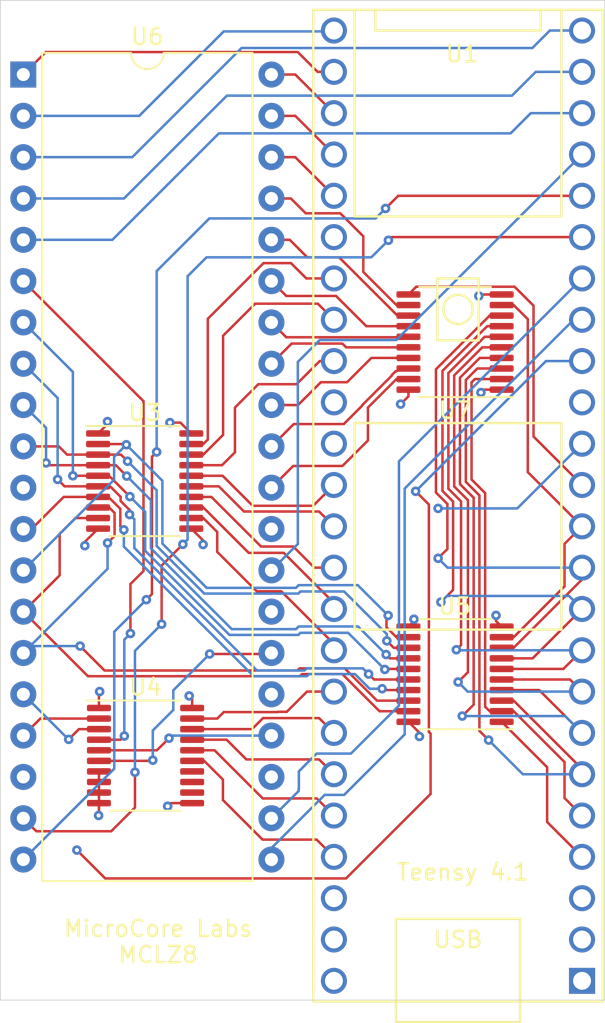
<source format=kicad_pcb>
(kicad_pcb (version 20171130) (host pcbnew "(5.1.8)-1")

  (general
    (thickness 1.6)
    (drawings 5)
    (tracks 531)
    (zones 0)
    (modules 6)
    (nets 72)
  )

  (page A4)
  (layers
    (0 L1.Cu signal)
    (1 L2.Cu signal hide)
    (2 L3.Cu signal hide)
    (31 L4.Cu signal hide)
    (32 B.Adhes user hide)
    (33 F.Adhes user hide)
    (34 B.Paste user hide)
    (35 F.Paste user hide)
    (36 B.SilkS user hide)
    (37 F.SilkS user)
    (38 B.Mask user hide)
    (39 F.Mask user hide)
    (40 Dwgs.User user hide)
    (41 Cmts.User user hide)
    (42 Eco1.User user hide)
    (43 Eco2.User user hide)
    (44 Edge.Cuts user)
    (45 Margin user hide)
    (46 B.CrtYd user)
    (47 F.CrtYd user)
    (48 B.Fab user hide)
    (49 F.Fab user hide)
  )

  (setup
    (last_trace_width 0.1524)
    (trace_clearance 0.2)
    (zone_clearance 0.508)
    (zone_45_only no)
    (trace_min 0.1524)
    (via_size 0.5842)
    (via_drill 0.254)
    (via_min_size 0.4)
    (via_min_drill 0.254)
    (uvia_size 0.3)
    (uvia_drill 0.1)
    (uvias_allowed no)
    (uvia_min_size 0.2)
    (uvia_min_drill 0.1)
    (edge_width 0.05)
    (segment_width 0.2)
    (pcb_text_width 0.3)
    (pcb_text_size 1.5 1.5)
    (mod_edge_width 0.12)
    (mod_text_size 1 1)
    (mod_text_width 0.15)
    (pad_size 1.524 1.524)
    (pad_drill 0.762)
    (pad_to_mask_clearance 0)
    (aux_axis_origin 157.80512 114.82832)
    (grid_origin 153.97988 125.2347)
    (visible_elements 7FFFFFFF)
    (pcbplotparams
      (layerselection 0x010fc_ffffffff)
      (usegerberextensions false)
      (usegerberattributes true)
      (usegerberadvancedattributes true)
      (creategerberjobfile true)
      (excludeedgelayer true)
      (linewidth 0.100000)
      (plotframeref false)
      (viasonmask false)
      (mode 1)
      (useauxorigin false)
      (hpglpennumber 1)
      (hpglpenspeed 20)
      (hpglpendiameter 15.000000)
      (psnegative false)
      (psa4output false)
      (plotreference true)
      (plotvalue true)
      (plotinvisibletext false)
      (padsonsilk false)
      (subtractmaskfromsilk false)
      (outputformat 1)
      (mirror false)
      (drillshape 1)
      (scaleselection 1)
      (outputdirectory ""))
  )

  (net 0 "")
  (net 1 +5V)
  (net 2 GND)
  (net 3 +3V3)
  (net 4 TEENSY_RESET)
  (net 5 TEENSY_CLK)
  (net 6 TEENSY_INTR)
  (net 7 TEENSY_NMI)
  (net 8 TEENSY_AD0_IN)
  (net 9 TEENSY_AD1_IN)
  (net 10 TEENSY_AD2_IN)
  (net 11 TEENSY_AD3_IN)
  (net 12 TEENSY_AD4_IN)
  (net 13 "Net-(U1-Pad35)")
  (net 14 "Net-(U1-Pad2)")
  (net 15 "Net-(U1-Pad3)")
  (net 16 TEENSY_AD0_OUT)
  (net 17 TEENSY_AD1_OUT)
  (net 18 TEENSY_AD2_OUT)
  (net 19 TEENSY_AD3_OUT)
  (net 20 TEENSY_AD4_OUT)
  (net 21 TEENSY_AD5_OUT)
  (net 22 TEENSY_AD6_OUT)
  (net 23 TEENSY_AD7_OUT)
  (net 24 TEENSY_AD5_IN)
  (net 25 TEENSY_AD6_IN)
  (net 26 TEENSY_AD7_IN)
  (net 27 "Net-(U1-Pad30)")
  (net 28 CPU_A8)
  (net 29 CPU_A9)
  (net 30 CPU_A10)
  (net 31 CPU_A11)
  (net 32 CPU_A12)
  (net 33 CPU_A13)
  (net 34 CPU_A14)
  (net 35 CPU_A15)
  (net 36 CPU_CLK)
  (net 37 CPU_INTR)
  (net 38 CPU_NMI)
  (net 39 CPU_AD0)
  (net 40 CPU_AD1)
  (net 41 CPU_AD2)
  (net 42 CPU_AD3)
  (net 43 CPU_AD4)
  (net 44 CPU_AD5)
  (net 45 CPU_AD6)
  (net 46 CPU_AD7)
  (net 47 CPU_RESET)
  (net 48 "Net-(U4-Pad14)")
  (net 49 "Net-(U4-Pad13)")
  (net 50 "Net-(U4-Pad12)")
  (net 51 TEENSY_WAIT)
  (net 52 TEENSY_ADDR_LATCH_n)
  (net 53 CPU_M1)
  (net 54 CPU_HALT)
  (net 55 CPU_IOREQ)
  (net 56 CPU_MREQ)
  (net 57 CPU_WR)
  (net 58 CPU_RD)
  (net 59 CPU_WAIT)
  (net 60 CPU_A7)
  (net 61 CPU_A6)
  (net 62 CPU_A5)
  (net 63 CPU_A4)
  (net 64 CPU_A3)
  (net 65 CPU_A2)
  (net 66 CPU_A1)
  (net 67 CPU_A0)
  (net 68 "Net-(U6-Pad25)")
  (net 69 "Net-(U6-Pad23)")
  (net 70 TEENSY_DATA_OE_n)
  (net 71 CPU_REFRESH)

  (net_class Default "This is the default net class."
    (clearance 0.2)
    (trace_width 0.1524)
    (via_dia 0.5842)
    (via_drill 0.254)
    (uvia_dia 0.3)
    (uvia_drill 0.1)
    (add_net +3V3)
    (add_net +5V)
    (add_net CPU_A0)
    (add_net CPU_A1)
    (add_net CPU_A10)
    (add_net CPU_A11)
    (add_net CPU_A12)
    (add_net CPU_A13)
    (add_net CPU_A14)
    (add_net CPU_A15)
    (add_net CPU_A2)
    (add_net CPU_A3)
    (add_net CPU_A4)
    (add_net CPU_A5)
    (add_net CPU_A6)
    (add_net CPU_A7)
    (add_net CPU_A8)
    (add_net CPU_A9)
    (add_net CPU_AD0)
    (add_net CPU_AD1)
    (add_net CPU_AD2)
    (add_net CPU_AD3)
    (add_net CPU_AD4)
    (add_net CPU_AD5)
    (add_net CPU_AD6)
    (add_net CPU_AD7)
    (add_net CPU_CLK)
    (add_net CPU_HALT)
    (add_net CPU_INTR)
    (add_net CPU_IOREQ)
    (add_net CPU_M1)
    (add_net CPU_MREQ)
    (add_net CPU_NMI)
    (add_net CPU_RD)
    (add_net CPU_REFRESH)
    (add_net CPU_RESET)
    (add_net CPU_WAIT)
    (add_net CPU_WR)
    (add_net GND)
    (add_net "Net-(U1-Pad2)")
    (add_net "Net-(U1-Pad3)")
    (add_net "Net-(U1-Pad30)")
    (add_net "Net-(U1-Pad35)")
    (add_net "Net-(U4-Pad12)")
    (add_net "Net-(U4-Pad13)")
    (add_net "Net-(U4-Pad14)")
    (add_net "Net-(U6-Pad23)")
    (add_net "Net-(U6-Pad25)")
    (add_net TEENSY_AD0_IN)
    (add_net TEENSY_AD0_OUT)
    (add_net TEENSY_AD1_IN)
    (add_net TEENSY_AD1_OUT)
    (add_net TEENSY_AD2_IN)
    (add_net TEENSY_AD2_OUT)
    (add_net TEENSY_AD3_IN)
    (add_net TEENSY_AD3_OUT)
    (add_net TEENSY_AD4_IN)
    (add_net TEENSY_AD4_OUT)
    (add_net TEENSY_AD5_IN)
    (add_net TEENSY_AD5_OUT)
    (add_net TEENSY_AD6_IN)
    (add_net TEENSY_AD6_OUT)
    (add_net TEENSY_AD7_IN)
    (add_net TEENSY_AD7_OUT)
    (add_net TEENSY_ADDR_LATCH_n)
    (add_net TEENSY_CLK)
    (add_net TEENSY_DATA_OE_n)
    (add_net TEENSY_INTR)
    (add_net TEENSY_NMI)
    (add_net TEENSY_RESET)
    (add_net TEENSY_WAIT)
  )

  (module Package_DIP:DIP-40_W15.24mm (layer L1.Cu) (tedit 5A02E8C5) (tstamp 62297FA1)
    (at 159.21228 57.92978)
    (descr "40-lead though-hole mounted DIP package, row spacing 15.24 mm (600 mils)")
    (tags "THT DIP DIL PDIP 2.54mm 15.24mm 600mil")
    (path /622909D1)
    (fp_text reference U6 (at 7.62 -2.33) (layer F.SilkS)
      (effects (font (size 1 1) (thickness 0.15)))
    )
    (fp_text value Z80CPU (at 7.62 50.59) (layer F.Fab)
      (effects (font (size 1 1) (thickness 0.15)))
    )
    (fp_line (start 16.3 -1.55) (end -1.05 -1.55) (layer F.CrtYd) (width 0.05))
    (fp_line (start 16.3 49.8) (end 16.3 -1.55) (layer F.CrtYd) (width 0.05))
    (fp_line (start -1.05 49.8) (end 16.3 49.8) (layer F.CrtYd) (width 0.05))
    (fp_line (start -1.05 -1.55) (end -1.05 49.8) (layer F.CrtYd) (width 0.05))
    (fp_line (start 14.08 -1.33) (end 8.62 -1.33) (layer F.SilkS) (width 0.12))
    (fp_line (start 14.08 49.59) (end 14.08 -1.33) (layer F.SilkS) (width 0.12))
    (fp_line (start 1.16 49.59) (end 14.08 49.59) (layer F.SilkS) (width 0.12))
    (fp_line (start 1.16 -1.33) (end 1.16 49.59) (layer F.SilkS) (width 0.12))
    (fp_line (start 6.62 -1.33) (end 1.16 -1.33) (layer F.SilkS) (width 0.12))
    (fp_line (start 0.255 -0.27) (end 1.255 -1.27) (layer F.Fab) (width 0.1))
    (fp_line (start 0.255 49.53) (end 0.255 -0.27) (layer F.Fab) (width 0.1))
    (fp_line (start 14.985 49.53) (end 0.255 49.53) (layer F.Fab) (width 0.1))
    (fp_line (start 14.985 -1.27) (end 14.985 49.53) (layer F.Fab) (width 0.1))
    (fp_line (start 1.255 -1.27) (end 14.985 -1.27) (layer F.Fab) (width 0.1))
    (fp_text user %R (at 7.62 24.13) (layer F.Fab)
      (effects (font (size 1 1) (thickness 0.15)))
    )
    (fp_arc (start 7.62 -1.33) (end 6.62 -1.33) (angle -180) (layer F.SilkS) (width 0.12))
    (pad 40 thru_hole oval (at 15.24 0) (size 1.6 1.6) (drill 0.8) (layers *.Cu *.Mask)
      (net 30 CPU_A10))
    (pad 20 thru_hole oval (at 0 48.26) (size 1.6 1.6) (drill 0.8) (layers *.Cu *.Mask)
      (net 55 CPU_IOREQ))
    (pad 39 thru_hole oval (at 15.24 2.54) (size 1.6 1.6) (drill 0.8) (layers *.Cu *.Mask)
      (net 29 CPU_A9))
    (pad 19 thru_hole oval (at 0 45.72) (size 1.6 1.6) (drill 0.8) (layers *.Cu *.Mask)
      (net 56 CPU_MREQ))
    (pad 38 thru_hole oval (at 15.24 5.08) (size 1.6 1.6) (drill 0.8) (layers *.Cu *.Mask)
      (net 28 CPU_A8))
    (pad 18 thru_hole oval (at 0 43.18) (size 1.6 1.6) (drill 0.8) (layers *.Cu *.Mask)
      (net 54 CPU_HALT))
    (pad 37 thru_hole oval (at 15.24 7.62) (size 1.6 1.6) (drill 0.8) (layers *.Cu *.Mask)
      (net 60 CPU_A7))
    (pad 17 thru_hole oval (at 0 40.64) (size 1.6 1.6) (drill 0.8) (layers *.Cu *.Mask)
      (net 38 CPU_NMI))
    (pad 36 thru_hole oval (at 15.24 10.16) (size 1.6 1.6) (drill 0.8) (layers *.Cu *.Mask)
      (net 61 CPU_A6))
    (pad 16 thru_hole oval (at 0 38.1) (size 1.6 1.6) (drill 0.8) (layers *.Cu *.Mask)
      (net 37 CPU_INTR))
    (pad 35 thru_hole oval (at 15.24 12.7) (size 1.6 1.6) (drill 0.8) (layers *.Cu *.Mask)
      (net 62 CPU_A5))
    (pad 15 thru_hole oval (at 0 35.56) (size 1.6 1.6) (drill 0.8) (layers *.Cu *.Mask)
      (net 40 CPU_AD1))
    (pad 34 thru_hole oval (at 15.24 15.24) (size 1.6 1.6) (drill 0.8) (layers *.Cu *.Mask)
      (net 63 CPU_A4))
    (pad 14 thru_hole oval (at 0 33.02) (size 1.6 1.6) (drill 0.8) (layers *.Cu *.Mask)
      (net 39 CPU_AD0))
    (pad 33 thru_hole oval (at 15.24 17.78) (size 1.6 1.6) (drill 0.8) (layers *.Cu *.Mask)
      (net 64 CPU_A3))
    (pad 13 thru_hole oval (at 0 30.48) (size 1.6 1.6) (drill 0.8) (layers *.Cu *.Mask)
      (net 46 CPU_AD7))
    (pad 32 thru_hole oval (at 15.24 20.32) (size 1.6 1.6) (drill 0.8) (layers *.Cu *.Mask)
      (net 65 CPU_A2))
    (pad 12 thru_hole oval (at 0 27.94) (size 1.6 1.6) (drill 0.8) (layers *.Cu *.Mask)
      (net 41 CPU_AD2))
    (pad 31 thru_hole oval (at 15.24 22.86) (size 1.6 1.6) (drill 0.8) (layers *.Cu *.Mask)
      (net 66 CPU_A1))
    (pad 11 thru_hole oval (at 0 25.4) (size 1.6 1.6) (drill 0.8) (layers *.Cu *.Mask)
      (net 1 +5V))
    (pad 30 thru_hole oval (at 15.24 25.4) (size 1.6 1.6) (drill 0.8) (layers *.Cu *.Mask)
      (net 67 CPU_A0))
    (pad 10 thru_hole oval (at 0 22.86) (size 1.6 1.6) (drill 0.8) (layers *.Cu *.Mask)
      (net 45 CPU_AD6))
    (pad 29 thru_hole oval (at 15.24 27.94) (size 1.6 1.6) (drill 0.8) (layers *.Cu *.Mask)
      (net 2 GND))
    (pad 9 thru_hole oval (at 0 20.32) (size 1.6 1.6) (drill 0.8) (layers *.Cu *.Mask)
      (net 44 CPU_AD5))
    (pad 28 thru_hole oval (at 15.24 30.48) (size 1.6 1.6) (drill 0.8) (layers *.Cu *.Mask)
      (net 71 CPU_REFRESH))
    (pad 8 thru_hole oval (at 0 17.78) (size 1.6 1.6) (drill 0.8) (layers *.Cu *.Mask)
      (net 42 CPU_AD3))
    (pad 27 thru_hole oval (at 15.24 33.02) (size 1.6 1.6) (drill 0.8) (layers *.Cu *.Mask)
      (net 53 CPU_M1))
    (pad 7 thru_hole oval (at 0 15.24) (size 1.6 1.6) (drill 0.8) (layers *.Cu *.Mask)
      (net 43 CPU_AD4))
    (pad 26 thru_hole oval (at 15.24 35.56) (size 1.6 1.6) (drill 0.8) (layers *.Cu *.Mask)
      (net 47 CPU_RESET))
    (pad 6 thru_hole oval (at 0 12.7) (size 1.6 1.6) (drill 0.8) (layers *.Cu *.Mask)
      (net 36 CPU_CLK))
    (pad 25 thru_hole oval (at 15.24 38.1) (size 1.6 1.6) (drill 0.8) (layers *.Cu *.Mask)
      (net 68 "Net-(U6-Pad25)"))
    (pad 5 thru_hole oval (at 0 10.16) (size 1.6 1.6) (drill 0.8) (layers *.Cu *.Mask)
      (net 35 CPU_A15))
    (pad 24 thru_hole oval (at 15.24 40.64) (size 1.6 1.6) (drill 0.8) (layers *.Cu *.Mask)
      (net 59 CPU_WAIT))
    (pad 4 thru_hole oval (at 0 7.62) (size 1.6 1.6) (drill 0.8) (layers *.Cu *.Mask)
      (net 34 CPU_A14))
    (pad 23 thru_hole oval (at 15.24 43.18) (size 1.6 1.6) (drill 0.8) (layers *.Cu *.Mask)
      (net 69 "Net-(U6-Pad23)"))
    (pad 3 thru_hole oval (at 0 5.08) (size 1.6 1.6) (drill 0.8) (layers *.Cu *.Mask)
      (net 33 CPU_A13))
    (pad 22 thru_hole oval (at 15.24 45.72) (size 1.6 1.6) (drill 0.8) (layers *.Cu *.Mask)
      (net 57 CPU_WR))
    (pad 2 thru_hole oval (at 0 2.54) (size 1.6 1.6) (drill 0.8) (layers *.Cu *.Mask)
      (net 32 CPU_A12))
    (pad 21 thru_hole oval (at 15.24 48.26) (size 1.6 1.6) (drill 0.8) (layers *.Cu *.Mask)
      (net 58 CPU_RD))
    (pad 1 thru_hole rect (at 0 0) (size 1.6 1.6) (drill 0.8) (layers *.Cu *.Mask)
      (net 31 CPU_A11))
    (model ${KISYS3DMOD}/Package_DIP.3dshapes/DIP-40_W15.24mm.wrl
      (at (xyz 0 0 0))
      (scale (xyz 1 1 1))
      (rotate (xyz 0 0 0))
    )
  )

  (module Package_SO:TSSOP-20_4.4x6.5mm_P0.65mm (layer L1.Cu) (tedit 5E476F32) (tstamp 62297FC7)
    (at 185.72988 74.37628 180)
    (descr "TSSOP, 20 Pin (JEDEC MO-153 Var AC https://www.jedec.org/document_search?search_api_views_fulltext=MO-153), generated with kicad-footprint-generator ipc_gullwing_generator.py")
    (tags "TSSOP SO")
    (path /622D408B)
    (attr smd)
    (fp_text reference U7 (at 0 -4.2) (layer F.SilkS)
      (effects (font (size 1 1) (thickness 0.15)))
    )
    (fp_text value SN74LVC573A (at 0 4.2) (layer F.Fab)
      (effects (font (size 1 1) (thickness 0.15)))
    )
    (fp_line (start 3.85 -3.5) (end -3.85 -3.5) (layer F.CrtYd) (width 0.05))
    (fp_line (start 3.85 3.5) (end 3.85 -3.5) (layer F.CrtYd) (width 0.05))
    (fp_line (start -3.85 3.5) (end 3.85 3.5) (layer F.CrtYd) (width 0.05))
    (fp_line (start -3.85 -3.5) (end -3.85 3.5) (layer F.CrtYd) (width 0.05))
    (fp_line (start -2.2 -2.25) (end -1.2 -3.25) (layer F.Fab) (width 0.1))
    (fp_line (start -2.2 3.25) (end -2.2 -2.25) (layer F.Fab) (width 0.1))
    (fp_line (start 2.2 3.25) (end -2.2 3.25) (layer F.Fab) (width 0.1))
    (fp_line (start 2.2 -3.25) (end 2.2 3.25) (layer F.Fab) (width 0.1))
    (fp_line (start -1.2 -3.25) (end 2.2 -3.25) (layer F.Fab) (width 0.1))
    (fp_line (start 0 -3.385) (end -3.6 -3.385) (layer F.SilkS) (width 0.12))
    (fp_line (start 0 -3.385) (end 2.2 -3.385) (layer F.SilkS) (width 0.12))
    (fp_line (start 0 3.385) (end -2.2 3.385) (layer F.SilkS) (width 0.12))
    (fp_line (start 0 3.385) (end 2.2 3.385) (layer F.SilkS) (width 0.12))
    (fp_text user %R (at 0 0) (layer F.Fab)
      (effects (font (size 1 1) (thickness 0.15)))
    )
    (pad 20 smd roundrect (at 2.8625 -2.925 180) (size 1.475 0.4) (layers L1.Cu F.Paste F.Mask) (roundrect_rratio 0.25)
      (net 3 +3V3))
    (pad 19 smd roundrect (at 2.8625 -2.275 180) (size 1.475 0.4) (layers L1.Cu F.Paste F.Mask) (roundrect_rratio 0.25)
      (net 67 CPU_A0))
    (pad 18 smd roundrect (at 2.8625 -1.625 180) (size 1.475 0.4) (layers L1.Cu F.Paste F.Mask) (roundrect_rratio 0.25)
      (net 66 CPU_A1))
    (pad 17 smd roundrect (at 2.8625 -0.975 180) (size 1.475 0.4) (layers L1.Cu F.Paste F.Mask) (roundrect_rratio 0.25)
      (net 65 CPU_A2))
    (pad 16 smd roundrect (at 2.8625 -0.325 180) (size 1.475 0.4) (layers L1.Cu F.Paste F.Mask) (roundrect_rratio 0.25)
      (net 64 CPU_A3))
    (pad 15 smd roundrect (at 2.8625 0.325 180) (size 1.475 0.4) (layers L1.Cu F.Paste F.Mask) (roundrect_rratio 0.25)
      (net 63 CPU_A4))
    (pad 14 smd roundrect (at 2.8625 0.975 180) (size 1.475 0.4) (layers L1.Cu F.Paste F.Mask) (roundrect_rratio 0.25)
      (net 62 CPU_A5))
    (pad 13 smd roundrect (at 2.8625 1.625 180) (size 1.475 0.4) (layers L1.Cu F.Paste F.Mask) (roundrect_rratio 0.25)
      (net 61 CPU_A6))
    (pad 12 smd roundrect (at 2.8625 2.275 180) (size 1.475 0.4) (layers L1.Cu F.Paste F.Mask) (roundrect_rratio 0.25)
      (net 60 CPU_A7))
    (pad 11 smd roundrect (at 2.8625 2.925 180) (size 1.475 0.4) (layers L1.Cu F.Paste F.Mask) (roundrect_rratio 0.25)
      (net 52 TEENSY_ADDR_LATCH_n))
    (pad 10 smd roundrect (at -2.8625 2.925 180) (size 1.475 0.4) (layers L1.Cu F.Paste F.Mask) (roundrect_rratio 0.25)
      (net 2 GND))
    (pad 9 smd roundrect (at -2.8625 2.275 180) (size 1.475 0.4) (layers L1.Cu F.Paste F.Mask) (roundrect_rratio 0.25)
      (net 23 TEENSY_AD7_OUT))
    (pad 8 smd roundrect (at -2.8625 1.625 180) (size 1.475 0.4) (layers L1.Cu F.Paste F.Mask) (roundrect_rratio 0.25)
      (net 22 TEENSY_AD6_OUT))
    (pad 7 smd roundrect (at -2.8625 0.975 180) (size 1.475 0.4) (layers L1.Cu F.Paste F.Mask) (roundrect_rratio 0.25)
      (net 21 TEENSY_AD5_OUT))
    (pad 6 smd roundrect (at -2.8625 0.325 180) (size 1.475 0.4) (layers L1.Cu F.Paste F.Mask) (roundrect_rratio 0.25)
      (net 20 TEENSY_AD4_OUT))
    (pad 5 smd roundrect (at -2.8625 -0.325 180) (size 1.475 0.4) (layers L1.Cu F.Paste F.Mask) (roundrect_rratio 0.25)
      (net 19 TEENSY_AD3_OUT))
    (pad 4 smd roundrect (at -2.8625 -0.975 180) (size 1.475 0.4) (layers L1.Cu F.Paste F.Mask) (roundrect_rratio 0.25)
      (net 18 TEENSY_AD2_OUT))
    (pad 3 smd roundrect (at -2.8625 -1.625 180) (size 1.475 0.4) (layers L1.Cu F.Paste F.Mask) (roundrect_rratio 0.25)
      (net 17 TEENSY_AD1_OUT))
    (pad 2 smd roundrect (at -2.8625 -2.275 180) (size 1.475 0.4) (layers L1.Cu F.Paste F.Mask) (roundrect_rratio 0.25)
      (net 16 TEENSY_AD0_OUT))
    (pad 1 smd roundrect (at -2.8625 -2.925 180) (size 1.475 0.4) (layers L1.Cu F.Paste F.Mask) (roundrect_rratio 0.25)
      (net 2 GND))
    (model ${KISYS3DMOD}/Package_SO.3dshapes/TSSOP-20_4.4x6.5mm_P0.65mm.wrl
      (at (xyz 0 0 0))
      (scale (xyz 1 1 1))
      (rotate (xyz 0 0 0))
    )
  )

  (module Package_SO:TSSOP-20_4.4x6.5mm_P0.65mm (layer L1.Cu) (tedit 5E476F32) (tstamp 61BA5E61)
    (at 185.72988 94.79534 180)
    (descr "TSSOP, 20 Pin (JEDEC MO-153 Var AC https://www.jedec.org/document_search?search_api_views_fulltext=MO-153), generated with kicad-footprint-generator ipc_gullwing_generator.py")
    (tags "TSSOP SO")
    (path /61C0E7A1)
    (attr smd)
    (fp_text reference U5 (at 0.0254 4.17322) (layer F.SilkS)
      (effects (font (size 1 1) (thickness 0.15)))
    )
    (fp_text value SN74LVC573A (at 0 4.2) (layer F.Fab)
      (effects (font (size 1 1) (thickness 0.15)))
    )
    (fp_line (start 3.85 -3.5) (end -3.85 -3.5) (layer F.CrtYd) (width 0.05))
    (fp_line (start 3.85 3.5) (end 3.85 -3.5) (layer F.CrtYd) (width 0.05))
    (fp_line (start -3.85 3.5) (end 3.85 3.5) (layer F.CrtYd) (width 0.05))
    (fp_line (start -3.85 -3.5) (end -3.85 3.5) (layer F.CrtYd) (width 0.05))
    (fp_line (start -2.2 -2.25) (end -1.2 -3.25) (layer F.Fab) (width 0.1))
    (fp_line (start -2.2 3.25) (end -2.2 -2.25) (layer F.Fab) (width 0.1))
    (fp_line (start 2.2 3.25) (end -2.2 3.25) (layer F.Fab) (width 0.1))
    (fp_line (start 2.2 -3.25) (end 2.2 3.25) (layer F.Fab) (width 0.1))
    (fp_line (start -1.2 -3.25) (end 2.2 -3.25) (layer F.Fab) (width 0.1))
    (fp_line (start 0 -3.385) (end -3.6 -3.385) (layer F.SilkS) (width 0.12))
    (fp_line (start 0 -3.385) (end 2.2 -3.385) (layer F.SilkS) (width 0.12))
    (fp_line (start 0 3.385) (end -2.2 3.385) (layer F.SilkS) (width 0.12))
    (fp_line (start 0 3.385) (end 2.2 3.385) (layer F.SilkS) (width 0.12))
    (fp_text user %R (at 0 0) (layer F.Fab)
      (effects (font (size 1 1) (thickness 0.15)))
    )
    (pad 20 smd roundrect (at 2.8625 -2.925 180) (size 1.475 0.4) (layers L1.Cu F.Paste F.Mask) (roundrect_rratio 0.25)
      (net 3 +3V3))
    (pad 19 smd roundrect (at 2.8625 -2.275 180) (size 1.475 0.4) (layers L1.Cu F.Paste F.Mask) (roundrect_rratio 0.25)
      (net 39 CPU_AD0))
    (pad 18 smd roundrect (at 2.8625 -1.625 180) (size 1.475 0.4) (layers L1.Cu F.Paste F.Mask) (roundrect_rratio 0.25)
      (net 40 CPU_AD1))
    (pad 17 smd roundrect (at 2.8625 -0.975 180) (size 1.475 0.4) (layers L1.Cu F.Paste F.Mask) (roundrect_rratio 0.25)
      (net 41 CPU_AD2))
    (pad 16 smd roundrect (at 2.8625 -0.325 180) (size 1.475 0.4) (layers L1.Cu F.Paste F.Mask) (roundrect_rratio 0.25)
      (net 42 CPU_AD3))
    (pad 15 smd roundrect (at 2.8625 0.325 180) (size 1.475 0.4) (layers L1.Cu F.Paste F.Mask) (roundrect_rratio 0.25)
      (net 43 CPU_AD4))
    (pad 14 smd roundrect (at 2.8625 0.975 180) (size 1.475 0.4) (layers L1.Cu F.Paste F.Mask) (roundrect_rratio 0.25)
      (net 44 CPU_AD5))
    (pad 13 smd roundrect (at 2.8625 1.625 180) (size 1.475 0.4) (layers L1.Cu F.Paste F.Mask) (roundrect_rratio 0.25)
      (net 45 CPU_AD6))
    (pad 12 smd roundrect (at 2.8625 2.275 180) (size 1.475 0.4) (layers L1.Cu F.Paste F.Mask) (roundrect_rratio 0.25)
      (net 46 CPU_AD7))
    (pad 11 smd roundrect (at 2.8625 2.925 180) (size 1.475 0.4) (layers L1.Cu F.Paste F.Mask) (roundrect_rratio 0.25)
      (net 3 +3V3))
    (pad 10 smd roundrect (at -2.8625 2.925 180) (size 1.475 0.4) (layers L1.Cu F.Paste F.Mask) (roundrect_rratio 0.25)
      (net 2 GND))
    (pad 9 smd roundrect (at -2.8625 2.275 180) (size 1.475 0.4) (layers L1.Cu F.Paste F.Mask) (roundrect_rratio 0.25)
      (net 23 TEENSY_AD7_OUT))
    (pad 8 smd roundrect (at -2.8625 1.625 180) (size 1.475 0.4) (layers L1.Cu F.Paste F.Mask) (roundrect_rratio 0.25)
      (net 22 TEENSY_AD6_OUT))
    (pad 7 smd roundrect (at -2.8625 0.975 180) (size 1.475 0.4) (layers L1.Cu F.Paste F.Mask) (roundrect_rratio 0.25)
      (net 21 TEENSY_AD5_OUT))
    (pad 6 smd roundrect (at -2.8625 0.325 180) (size 1.475 0.4) (layers L1.Cu F.Paste F.Mask) (roundrect_rratio 0.25)
      (net 20 TEENSY_AD4_OUT))
    (pad 5 smd roundrect (at -2.8625 -0.325 180) (size 1.475 0.4) (layers L1.Cu F.Paste F.Mask) (roundrect_rratio 0.25)
      (net 19 TEENSY_AD3_OUT))
    (pad 4 smd roundrect (at -2.8625 -0.975 180) (size 1.475 0.4) (layers L1.Cu F.Paste F.Mask) (roundrect_rratio 0.25)
      (net 18 TEENSY_AD2_OUT))
    (pad 3 smd roundrect (at -2.8625 -1.625 180) (size 1.475 0.4) (layers L1.Cu F.Paste F.Mask) (roundrect_rratio 0.25)
      (net 17 TEENSY_AD1_OUT))
    (pad 2 smd roundrect (at -2.8625 -2.275 180) (size 1.475 0.4) (layers L1.Cu F.Paste F.Mask) (roundrect_rratio 0.25)
      (net 16 TEENSY_AD0_OUT))
    (pad 1 smd roundrect (at -2.8625 -2.925 180) (size 1.475 0.4) (layers L1.Cu F.Paste F.Mask) (roundrect_rratio 0.25)
      (net 70 TEENSY_DATA_OE_n))
    (model ${KISYS3DMOD}/Package_SO.3dshapes/TSSOP-20_4.4x6.5mm_P0.65mm.wrl
      (at (xyz 0 0 0))
      (scale (xyz 1 1 1))
      (rotate (xyz 0 0 0))
    )
  )

  (module Package_SO:TSSOP-20_4.4x6.5mm_P0.65mm (layer L1.Cu) (tedit 5E476F32) (tstamp 61BA5ED0)
    (at 166.72052 99.7966)
    (descr "TSSOP, 20 Pin (JEDEC MO-153 Var AC https://www.jedec.org/document_search?search_api_views_fulltext=MO-153), generated with kicad-footprint-generator ipc_gullwing_generator.py")
    (tags "TSSOP SO")
    (path /61C1662B)
    (attr smd)
    (fp_text reference U4 (at 0 -4.2) (layer F.SilkS)
      (effects (font (size 1 1) (thickness 0.15)))
    )
    (fp_text value SN74LVC573A (at 0 4.2) (layer F.Fab)
      (effects (font (size 1 1) (thickness 0.15)))
    )
    (fp_line (start 3.85 -3.5) (end -3.85 -3.5) (layer F.CrtYd) (width 0.05))
    (fp_line (start 3.85 3.5) (end 3.85 -3.5) (layer F.CrtYd) (width 0.05))
    (fp_line (start -3.85 3.5) (end 3.85 3.5) (layer F.CrtYd) (width 0.05))
    (fp_line (start -3.85 -3.5) (end -3.85 3.5) (layer F.CrtYd) (width 0.05))
    (fp_line (start -2.2 -2.25) (end -1.2 -3.25) (layer F.Fab) (width 0.1))
    (fp_line (start -2.2 3.25) (end -2.2 -2.25) (layer F.Fab) (width 0.1))
    (fp_line (start 2.2 3.25) (end -2.2 3.25) (layer F.Fab) (width 0.1))
    (fp_line (start 2.2 -3.25) (end 2.2 3.25) (layer F.Fab) (width 0.1))
    (fp_line (start -1.2 -3.25) (end 2.2 -3.25) (layer F.Fab) (width 0.1))
    (fp_line (start 0 -3.385) (end -3.6 -3.385) (layer F.SilkS) (width 0.12))
    (fp_line (start 0 -3.385) (end 2.2 -3.385) (layer F.SilkS) (width 0.12))
    (fp_line (start 0 3.385) (end -2.2 3.385) (layer F.SilkS) (width 0.12))
    (fp_line (start 0 3.385) (end 2.2 3.385) (layer F.SilkS) (width 0.12))
    (fp_text user %R (at 0 0) (layer F.Fab)
      (effects (font (size 1 1) (thickness 0.15)))
    )
    (pad 20 smd roundrect (at 2.8625 -2.925) (size 1.475 0.4) (layers L1.Cu F.Paste F.Mask) (roundrect_rratio 0.25)
      (net 3 +3V3))
    (pad 19 smd roundrect (at 2.8625 -2.275) (size 1.475 0.4) (layers L1.Cu F.Paste F.Mask) (roundrect_rratio 0.25)
      (net 7 TEENSY_NMI))
    (pad 18 smd roundrect (at 2.8625 -1.625) (size 1.475 0.4) (layers L1.Cu F.Paste F.Mask) (roundrect_rratio 0.25)
      (net 6 TEENSY_INTR))
    (pad 17 smd roundrect (at 2.8625 -0.975) (size 1.475 0.4) (layers L1.Cu F.Paste F.Mask) (roundrect_rratio 0.25)
      (net 5 TEENSY_CLK))
    (pad 16 smd roundrect (at 2.8625 -0.325) (size 1.475 0.4) (layers L1.Cu F.Paste F.Mask) (roundrect_rratio 0.25)
      (net 51 TEENSY_WAIT))
    (pad 15 smd roundrect (at 2.8625 0.325) (size 1.475 0.4) (layers L1.Cu F.Paste F.Mask) (roundrect_rratio 0.25)
      (net 4 TEENSY_RESET))
    (pad 14 smd roundrect (at 2.8625 0.975) (size 1.475 0.4) (layers L1.Cu F.Paste F.Mask) (roundrect_rratio 0.25)
      (net 48 "Net-(U4-Pad14)"))
    (pad 13 smd roundrect (at 2.8625 1.625) (size 1.475 0.4) (layers L1.Cu F.Paste F.Mask) (roundrect_rratio 0.25)
      (net 49 "Net-(U4-Pad13)"))
    (pad 12 smd roundrect (at 2.8625 2.275) (size 1.475 0.4) (layers L1.Cu F.Paste F.Mask) (roundrect_rratio 0.25)
      (net 50 "Net-(U4-Pad12)"))
    (pad 11 smd roundrect (at 2.8625 2.925) (size 1.475 0.4) (layers L1.Cu F.Paste F.Mask) (roundrect_rratio 0.25)
      (net 3 +3V3))
    (pad 10 smd roundrect (at -2.8625 2.925) (size 1.475 0.4) (layers L1.Cu F.Paste F.Mask) (roundrect_rratio 0.25)
      (net 2 GND))
    (pad 9 smd roundrect (at -2.8625 2.275) (size 1.475 0.4) (layers L1.Cu F.Paste F.Mask) (roundrect_rratio 0.25)
      (net 2 GND))
    (pad 8 smd roundrect (at -2.8625 1.625) (size 1.475 0.4) (layers L1.Cu F.Paste F.Mask) (roundrect_rratio 0.25)
      (net 2 GND))
    (pad 7 smd roundrect (at -2.8625 0.975) (size 1.475 0.4) (layers L1.Cu F.Paste F.Mask) (roundrect_rratio 0.25)
      (net 2 GND))
    (pad 6 smd roundrect (at -2.8625 0.325) (size 1.475 0.4) (layers L1.Cu F.Paste F.Mask) (roundrect_rratio 0.25)
      (net 47 CPU_RESET))
    (pad 5 smd roundrect (at -2.8625 -0.325) (size 1.475 0.4) (layers L1.Cu F.Paste F.Mask) (roundrect_rratio 0.25)
      (net 59 CPU_WAIT))
    (pad 4 smd roundrect (at -2.8625 -0.975) (size 1.475 0.4) (layers L1.Cu F.Paste F.Mask) (roundrect_rratio 0.25)
      (net 36 CPU_CLK))
    (pad 3 smd roundrect (at -2.8625 -1.625) (size 1.475 0.4) (layers L1.Cu F.Paste F.Mask) (roundrect_rratio 0.25)
      (net 37 CPU_INTR))
    (pad 2 smd roundrect (at -2.8625 -2.275) (size 1.475 0.4) (layers L1.Cu F.Paste F.Mask) (roundrect_rratio 0.25)
      (net 38 CPU_NMI))
    (pad 1 smd roundrect (at -2.8625 -2.925) (size 1.475 0.4) (layers L1.Cu F.Paste F.Mask) (roundrect_rratio 0.25)
      (net 2 GND))
    (model ${KISYS3DMOD}/Package_SO.3dshapes/TSSOP-20_4.4x6.5mm_P0.65mm.wrl
      (at (xyz 0 0 0))
      (scale (xyz 1 1 1))
      (rotate (xyz 0 0 0))
    )
  )

  (module Package_SO:TSSOP-20_4.4x6.5mm_P0.65mm (layer L1.Cu) (tedit 5E476F32) (tstamp 61BA5DF2)
    (at 166.66718 82.92084)
    (descr "TSSOP, 20 Pin (JEDEC MO-153 Var AC https://www.jedec.org/document_search?search_api_views_fulltext=MO-153), generated with kicad-footprint-generator ipc_gullwing_generator.py")
    (tags "TSSOP SO")
    (path /61B9DB3E)
    (attr smd)
    (fp_text reference U3 (at 0 -4.2) (layer F.SilkS)
      (effects (font (size 1 1) (thickness 0.15)))
    )
    (fp_text value SN74LVC573A (at 0 4.2) (layer F.Fab)
      (effects (font (size 1 1) (thickness 0.15)))
    )
    (fp_line (start 3.85 -3.5) (end -3.85 -3.5) (layer F.CrtYd) (width 0.05))
    (fp_line (start 3.85 3.5) (end 3.85 -3.5) (layer F.CrtYd) (width 0.05))
    (fp_line (start -3.85 3.5) (end 3.85 3.5) (layer F.CrtYd) (width 0.05))
    (fp_line (start -3.85 -3.5) (end -3.85 3.5) (layer F.CrtYd) (width 0.05))
    (fp_line (start -2.2 -2.25) (end -1.2 -3.25) (layer F.Fab) (width 0.1))
    (fp_line (start -2.2 3.25) (end -2.2 -2.25) (layer F.Fab) (width 0.1))
    (fp_line (start 2.2 3.25) (end -2.2 3.25) (layer F.Fab) (width 0.1))
    (fp_line (start 2.2 -3.25) (end 2.2 3.25) (layer F.Fab) (width 0.1))
    (fp_line (start -1.2 -3.25) (end 2.2 -3.25) (layer F.Fab) (width 0.1))
    (fp_line (start 0 -3.385) (end -3.6 -3.385) (layer F.SilkS) (width 0.12))
    (fp_line (start 0 -3.385) (end 2.2 -3.385) (layer F.SilkS) (width 0.12))
    (fp_line (start 0 3.385) (end -2.2 3.385) (layer F.SilkS) (width 0.12))
    (fp_line (start 0 3.385) (end 2.2 3.385) (layer F.SilkS) (width 0.12))
    (fp_text user %R (at 0 0) (layer F.Fab)
      (effects (font (size 1 1) (thickness 0.15)))
    )
    (pad 20 smd roundrect (at 2.8625 -2.925) (size 1.475 0.4) (layers L1.Cu F.Paste F.Mask) (roundrect_rratio 0.25)
      (net 3 +3V3))
    (pad 19 smd roundrect (at 2.8625 -2.275) (size 1.475 0.4) (layers L1.Cu F.Paste F.Mask) (roundrect_rratio 0.25)
      (net 26 TEENSY_AD7_IN))
    (pad 18 smd roundrect (at 2.8625 -1.625) (size 1.475 0.4) (layers L1.Cu F.Paste F.Mask) (roundrect_rratio 0.25)
      (net 25 TEENSY_AD6_IN))
    (pad 17 smd roundrect (at 2.8625 -0.975) (size 1.475 0.4) (layers L1.Cu F.Paste F.Mask) (roundrect_rratio 0.25)
      (net 24 TEENSY_AD5_IN))
    (pad 16 smd roundrect (at 2.8625 -0.325) (size 1.475 0.4) (layers L1.Cu F.Paste F.Mask) (roundrect_rratio 0.25)
      (net 12 TEENSY_AD4_IN))
    (pad 15 smd roundrect (at 2.8625 0.325) (size 1.475 0.4) (layers L1.Cu F.Paste F.Mask) (roundrect_rratio 0.25)
      (net 11 TEENSY_AD3_IN))
    (pad 14 smd roundrect (at 2.8625 0.975) (size 1.475 0.4) (layers L1.Cu F.Paste F.Mask) (roundrect_rratio 0.25)
      (net 10 TEENSY_AD2_IN))
    (pad 13 smd roundrect (at 2.8625 1.625) (size 1.475 0.4) (layers L1.Cu F.Paste F.Mask) (roundrect_rratio 0.25)
      (net 9 TEENSY_AD1_IN))
    (pad 12 smd roundrect (at 2.8625 2.275) (size 1.475 0.4) (layers L1.Cu F.Paste F.Mask) (roundrect_rratio 0.25)
      (net 8 TEENSY_AD0_IN))
    (pad 11 smd roundrect (at 2.8625 2.925) (size 1.475 0.4) (layers L1.Cu F.Paste F.Mask) (roundrect_rratio 0.25)
      (net 3 +3V3))
    (pad 10 smd roundrect (at -2.8625 2.925) (size 1.475 0.4) (layers L1.Cu F.Paste F.Mask) (roundrect_rratio 0.25)
      (net 2 GND))
    (pad 9 smd roundrect (at -2.8625 2.275) (size 1.475 0.4) (layers L1.Cu F.Paste F.Mask) (roundrect_rratio 0.25)
      (net 39 CPU_AD0))
    (pad 8 smd roundrect (at -2.8625 1.625) (size 1.475 0.4) (layers L1.Cu F.Paste F.Mask) (roundrect_rratio 0.25)
      (net 40 CPU_AD1))
    (pad 7 smd roundrect (at -2.8625 0.975) (size 1.475 0.4) (layers L1.Cu F.Paste F.Mask) (roundrect_rratio 0.25)
      (net 41 CPU_AD2))
    (pad 6 smd roundrect (at -2.8625 0.325) (size 1.475 0.4) (layers L1.Cu F.Paste F.Mask) (roundrect_rratio 0.25)
      (net 42 CPU_AD3))
    (pad 5 smd roundrect (at -2.8625 -0.325) (size 1.475 0.4) (layers L1.Cu F.Paste F.Mask) (roundrect_rratio 0.25)
      (net 43 CPU_AD4))
    (pad 4 smd roundrect (at -2.8625 -0.975) (size 1.475 0.4) (layers L1.Cu F.Paste F.Mask) (roundrect_rratio 0.25)
      (net 44 CPU_AD5))
    (pad 3 smd roundrect (at -2.8625 -1.625) (size 1.475 0.4) (layers L1.Cu F.Paste F.Mask) (roundrect_rratio 0.25)
      (net 45 CPU_AD6))
    (pad 2 smd roundrect (at -2.8625 -2.275) (size 1.475 0.4) (layers L1.Cu F.Paste F.Mask) (roundrect_rratio 0.25)
      (net 46 CPU_AD7))
    (pad 1 smd roundrect (at -2.8625 -2.925) (size 1.475 0.4) (layers L1.Cu F.Paste F.Mask) (roundrect_rratio 0.25)
      (net 2 GND))
    (model ${KISYS3DMOD}/Package_SO.3dshapes/TSSOP-20_4.4x6.5mm_P0.65mm.wrl
      (at (xyz 0 0 0))
      (scale (xyz 1 1 1))
      (rotate (xyz 0 0 0))
    )
  )

  (module Teensy:Teensy41_Ted_Modified (layer L1.Cu) (tedit 61B99BAC) (tstamp 61BA6C2E)
    (at 185.91022 84.43468 90)
    (path /61B9A39C)
    (fp_text reference U1 (at 27.76474 0.25146 180) (layer F.SilkS)
      (effects (font (size 1 1) (thickness 0.15)))
    )
    (fp_text value Teensy4.1 (at 16.25092 0.11938 180) (layer F.Fab)
      (effects (font (size 1 1) (thickness 0.15)))
    )
    (fp_circle (center 12.065 0) (end 12.7 -0.635) (layer F.SilkS) (width 0.15))
    (fp_line (start -7.62 -6.35) (end -7.62 6.35) (layer F.SilkS) (width 0.15))
    (fp_line (start 5.08 -6.35) (end -7.62 -6.35) (layer F.SilkS) (width 0.15))
    (fp_line (start 5.08 6.35) (end 5.08 -6.35) (layer F.SilkS) (width 0.15))
    (fp_line (start -7.62 6.35) (end 5.08 6.35) (layer F.SilkS) (width 0.15))
    (fp_line (start 10.16 -1.27) (end 13.97 -1.27) (layer F.SilkS) (width 0.15))
    (fp_line (start 10.16 1.27) (end 10.16 -1.27) (layer F.SilkS) (width 0.15))
    (fp_line (start 13.97 1.27) (end 10.16 1.27) (layer F.SilkS) (width 0.15))
    (fp_line (start 13.97 -1.27) (end 13.97 1.27) (layer F.SilkS) (width 0.15))
    (fp_line (start 29.21 5.08) (end 30.48 5.08) (layer F.SilkS) (width 0.15))
    (fp_line (start 29.21 -5.08) (end 29.21 5.08) (layer F.SilkS) (width 0.15))
    (fp_line (start 30.48 -5.08) (end 29.21 -5.08) (layer F.SilkS) (width 0.15))
    (fp_line (start 17.78 6.35) (end 30.48 6.35) (layer F.SilkS) (width 0.15))
    (fp_line (start 17.78 -6.35) (end 17.78 6.35) (layer F.SilkS) (width 0.15))
    (fp_line (start 30.48 -6.35) (end 17.78 -6.35) (layer F.SilkS) (width 0.15))
    (fp_line (start -30.48 3.81) (end -31.75 3.81) (layer F.SilkS) (width 0.15))
    (fp_line (start -31.75 3.81) (end -31.75 -3.81) (layer F.SilkS) (width 0.15))
    (fp_line (start -31.75 -3.81) (end -30.48 -3.81) (layer F.SilkS) (width 0.15))
    (fp_line (start -25.4 3.81) (end -25.4 -3.81) (layer F.SilkS) (width 0.15))
    (fp_line (start -25.4 -3.81) (end -30.48 -3.81) (layer F.SilkS) (width 0.15))
    (fp_line (start -25.4 3.81) (end -30.48 3.81) (layer F.SilkS) (width 0.15))
    (fp_line (start -30.48 -8.89) (end 30.48 -8.89) (layer F.SilkS) (width 0.15))
    (fp_line (start 30.48 -8.89) (end 30.48 8.89) (layer F.SilkS) (width 0.15))
    (fp_line (start 30.48 8.89) (end -30.48 8.89) (layer F.SilkS) (width 0.15))
    (fp_line (start -30.48 8.89) (end -30.48 -8.89) (layer F.SilkS) (width 0.15))
    (fp_text user USB (at -26.67 0 180) (layer F.SilkS)
      (effects (font (size 1 1) (thickness 0.15)))
    )
    (fp_text user "Teensy 4.1" (at -22.52472 0.2921) (layer F.SilkS)
      (effects (font (size 1 1) (thickness 0.15)))
    )
    (pad 48 thru_hole circle (at -29.21 -7.62 90) (size 1.6 1.6) (drill 1.1) (layers *.Cu *.Mask)
      (net 1 +5V))
    (pad 47 thru_hole circle (at -26.67 -7.62 90) (size 1.6 1.6) (drill 1.1) (layers *.Cu *.Mask)
      (net 2 GND))
    (pad 46 thru_hole circle (at -24.13 -7.62 90) (size 1.6 1.6) (drill 1.1) (layers *.Cu *.Mask)
      (net 3 +3V3))
    (pad 45 thru_hole circle (at -21.59 -7.62 90) (size 1.6 1.6) (drill 1.1) (layers *.Cu *.Mask)
      (net 4 TEENSY_RESET))
    (pad 44 thru_hole circle (at -19.05 -7.62 90) (size 1.6 1.6) (drill 1.1) (layers *.Cu *.Mask)
      (net 51 TEENSY_WAIT))
    (pad 43 thru_hole circle (at -16.51 -7.62 90) (size 1.6 1.6) (drill 1.1) (layers *.Cu *.Mask)
      (net 5 TEENSY_CLK))
    (pad 42 thru_hole circle (at -13.97 -7.62 90) (size 1.6 1.6) (drill 1.1) (layers *.Cu *.Mask)
      (net 6 TEENSY_INTR))
    (pad 41 thru_hole circle (at -11.43 -7.62 90) (size 1.6 1.6) (drill 1.1) (layers *.Cu *.Mask)
      (net 7 TEENSY_NMI))
    (pad 40 thru_hole circle (at -8.89 -7.62 90) (size 1.6 1.6) (drill 1.1) (layers *.Cu *.Mask)
      (net 8 TEENSY_AD0_IN))
    (pad 39 thru_hole circle (at -6.35 -7.62 90) (size 1.6 1.6) (drill 1.1) (layers *.Cu *.Mask)
      (net 9 TEENSY_AD1_IN))
    (pad 38 thru_hole circle (at -3.81 -7.62 90) (size 1.6 1.6) (drill 1.1) (layers *.Cu *.Mask)
      (net 10 TEENSY_AD2_IN))
    (pad 37 thru_hole circle (at -1.27 -7.62 90) (size 1.6 1.6) (drill 1.1) (layers *.Cu *.Mask)
      (net 11 TEENSY_AD3_IN))
    (pad 36 thru_hole circle (at 1.27 -7.62 90) (size 1.6 1.6) (drill 1.1) (layers *.Cu *.Mask)
      (net 12 TEENSY_AD4_IN))
    (pad 35 thru_hole circle (at 3.81 -7.62 90) (size 1.6 1.6) (drill 1.1) (layers *.Cu *.Mask)
      (net 13 "Net-(U1-Pad35)"))
    (pad 1 thru_hole rect (at -29.21 7.62 90) (size 1.6 1.6) (drill 1.1) (layers *.Cu *.Mask)
      (net 2 GND))
    (pad 2 thru_hole circle (at -26.67 7.62 90) (size 1.6 1.6) (drill 1.1) (layers *.Cu *.Mask)
      (net 14 "Net-(U1-Pad2)"))
    (pad 3 thru_hole circle (at -24.13 7.62 90) (size 1.6 1.6) (drill 1.1) (layers *.Cu *.Mask)
      (net 15 "Net-(U1-Pad3)"))
    (pad 4 thru_hole circle (at -21.59 7.62 90) (size 1.6 1.6) (drill 1.1) (layers *.Cu *.Mask)
      (net 70 TEENSY_DATA_OE_n))
    (pad 5 thru_hole circle (at -19.05 7.62 90) (size 1.6 1.6) (drill 1.1) (layers *.Cu *.Mask)
      (net 16 TEENSY_AD0_OUT))
    (pad 6 thru_hole circle (at -16.51 7.62 90) (size 1.6 1.6) (drill 1.1) (layers *.Cu *.Mask)
      (net 17 TEENSY_AD1_OUT))
    (pad 7 thru_hole circle (at -13.97 7.62 90) (size 1.6 1.6) (drill 1.1) (layers *.Cu *.Mask)
      (net 18 TEENSY_AD2_OUT))
    (pad 8 thru_hole circle (at -11.43 7.62 90) (size 1.6 1.6) (drill 1.1) (layers *.Cu *.Mask)
      (net 19 TEENSY_AD3_OUT))
    (pad 9 thru_hole circle (at -8.89 7.62 90) (size 1.6 1.6) (drill 1.1) (layers *.Cu *.Mask)
      (net 20 TEENSY_AD4_OUT))
    (pad 10 thru_hole circle (at -6.35 7.62 90) (size 1.6 1.6) (drill 1.1) (layers *.Cu *.Mask)
      (net 21 TEENSY_AD5_OUT))
    (pad 11 thru_hole circle (at -3.81 7.62 90) (size 1.6 1.6) (drill 1.1) (layers *.Cu *.Mask)
      (net 22 TEENSY_AD6_OUT))
    (pad 12 thru_hole circle (at -1.27 7.62 90) (size 1.6 1.6) (drill 1.1) (layers *.Cu *.Mask)
      (net 23 TEENSY_AD7_OUT))
    (pad 13 thru_hole circle (at 1.27 7.62 90) (size 1.6 1.6) (drill 1.1) (layers *.Cu *.Mask)
      (net 52 TEENSY_ADDR_LATCH_n))
    (pad 34 thru_hole circle (at 6.35 -7.62 90) (size 1.6 1.6) (drill 1.1) (layers *.Cu *.Mask)
      (net 2 GND))
    (pad 33 thru_hole circle (at 8.89 -7.62 90) (size 1.6 1.6) (drill 1.1) (layers *.Cu *.Mask)
      (net 24 TEENSY_AD5_IN))
    (pad 32 thru_hole circle (at 11.43 -7.62 90) (size 1.6 1.6) (drill 1.1) (layers *.Cu *.Mask)
      (net 25 TEENSY_AD6_IN))
    (pad 31 thru_hole circle (at 13.97 -7.62 90) (size 1.6 1.6) (drill 1.1) (layers *.Cu *.Mask)
      (net 26 TEENSY_AD7_IN))
    (pad 30 thru_hole circle (at 16.51 -7.62 90) (size 1.6 1.6) (drill 1.1) (layers *.Cu *.Mask)
      (net 27 "Net-(U1-Pad30)"))
    (pad 29 thru_hole circle (at 19.05 -7.62 90) (size 1.6 1.6) (drill 1.1) (layers *.Cu *.Mask)
      (net 28 CPU_A8))
    (pad 28 thru_hole circle (at 21.59 -7.62 90) (size 1.6 1.6) (drill 1.1) (layers *.Cu *.Mask)
      (net 29 CPU_A9))
    (pad 27 thru_hole circle (at 24.13 -7.62 90) (size 1.6 1.6) (drill 1.1) (layers *.Cu *.Mask)
      (net 30 CPU_A10))
    (pad 26 thru_hole circle (at 26.67 -7.62 90) (size 1.6 1.6) (drill 1.1) (layers *.Cu *.Mask)
      (net 31 CPU_A11))
    (pad 25 thru_hole circle (at 29.21 -7.62 90) (size 1.6 1.6) (drill 1.1) (layers *.Cu *.Mask)
      (net 32 CPU_A12))
    (pad 24 thru_hole circle (at 29.21 7.62 90) (size 1.6 1.6) (drill 1.1) (layers *.Cu *.Mask)
      (net 33 CPU_A13))
    (pad 23 thru_hole circle (at 26.67 7.62 90) (size 1.6 1.6) (drill 1.1) (layers *.Cu *.Mask)
      (net 34 CPU_A14))
    (pad 22 thru_hole circle (at 24.13 7.62 90) (size 1.6 1.6) (drill 1.1) (layers *.Cu *.Mask)
      (net 35 CPU_A15))
    (pad 21 thru_hole circle (at 21.59 7.62 90) (size 1.6 1.6) (drill 1.1) (layers *.Cu *.Mask)
      (net 71 CPU_REFRESH))
    (pad 14 thru_hole circle (at 3.81 7.62 90) (size 1.6 1.6) (drill 1.1) (layers *.Cu *.Mask)
      (net 53 CPU_M1))
    (pad 15 thru_hole circle (at 6.35 7.62 90) (size 1.6 1.6) (drill 1.1) (layers *.Cu *.Mask)
      (net 3 +3V3))
    (pad 16 thru_hole circle (at 8.89 7.62 90) (size 1.6 1.6) (drill 1.1) (layers *.Cu *.Mask)
      (net 54 CPU_HALT))
    (pad 20 thru_hole circle (at 19.05 7.62 90) (size 1.6 1.6) (drill 1.1) (layers *.Cu *.Mask)
      (net 55 CPU_IOREQ))
    (pad 19 thru_hole circle (at 16.51 7.62 90) (size 1.6 1.6) (drill 1.1) (layers *.Cu *.Mask)
      (net 56 CPU_MREQ))
    (pad 18 thru_hole circle (at 13.97 7.62 90) (size 1.6 1.6) (drill 1.1) (layers *.Cu *.Mask)
      (net 57 CPU_WR))
    (pad 17 thru_hole circle (at 11.43 7.62 90) (size 1.6 1.6) (drill 1.1) (layers *.Cu *.Mask)
      (net 58 CPU_RD))
    (model ${KICAD_USER_DIR}/teensy.pretty/Teensy_4.1_Assembly.STEP
      (offset (xyz 0 0 0.762))
      (scale (xyz 1 1 1))
      (rotate (xyz 0 0 0))
    )
  )

  (gr_line (start 157.80512 114.82832) (end 157.80512 53.37302) (layer Edge.Cuts) (width 0.05) (tstamp 61BA8EB2))
  (gr_line (start 194.92976 114.82832) (end 157.80512 114.82832) (layer Edge.Cuts) (width 0.05))
  (gr_line (start 194.92976 53.37302) (end 194.92976 114.82832) (layer Edge.Cuts) (width 0.05))
  (gr_line (start 157.80512 53.37302) (end 194.92976 53.37302) (layer Edge.Cuts) (width 0.05))
  (gr_text "MicroCore Labs\nMCLZ8" (at 167.49014 111.23676) (layer F.SilkS)
    (effects (font (size 1 1) (thickness 0.15)))
  )

  (segment (start 175.31925 113.64468) (end 160.704439 99.029869) (width 0.7) (layer L3.Cu) (net 1))
  (segment (start 178.29022 113.64468) (end 175.31925 113.64468) (width 0.7) (layer L3.Cu) (net 1))
  (segment (start 160.704439 99.029869) (end 160.704439 84.821939) (width 0.7) (layer L3.Cu) (net 1))
  (segment (start 160.704439 84.821939) (end 159.21228 83.32978) (width 0.7) (layer L3.Cu) (net 1))
  (segment (start 163.85802 102.7216) (end 163.85802 102.0716) (width 0.1524) (layer L1.Cu) (net 2))
  (segment (start 163.85802 102.0716) (end 163.85802 101.4216) (width 0.1524) (layer L1.Cu) (net 2))
  (segment (start 163.85802 101.4216) (end 163.85802 100.7716) (width 0.1524) (layer L1.Cu) (net 2))
  (segment (start 163.85802 96.8716) (end 163.85802 95.90524) (width 0.1524) (layer L1.Cu) (net 2))
  (via (at 163.901656 95.861604) (size 0.5842) (drill 0.254) (layers L1.Cu L4.Cu) (net 2))
  (segment (start 163.85802 95.90524) (end 163.901656 95.861604) (width 0.1524) (layer L1.Cu) (net 2))
  (via (at 187.19038 71.54338) (size 0.5842) (drill 0.254) (layers L1.Cu L4.Cu) (net 2))
  (segment (start 188.59238 71.45128) (end 187.28248 71.45128) (width 0.1524) (layer L1.Cu) (net 2))
  (segment (start 187.28248 71.45128) (end 187.19038 71.54338) (width 0.1524) (layer L1.Cu) (net 2))
  (via (at 187.319186 77.479426) (size 0.5842) (drill 0.254) (layers L1.Cu L4.Cu) (net 2))
  (segment (start 188.59238 77.30128) (end 187.497332 77.30128) (width 0.1524) (layer L1.Cu) (net 2))
  (segment (start 187.497332 77.30128) (end 187.319186 77.479426) (width 0.1524) (layer L1.Cu) (net 2))
  (via (at 163.83762 103.4796) (size 0.5842) (drill 0.254) (layers L1.Cu L4.Cu) (net 2))
  (segment (start 163.85802 102.7216) (end 163.85802 103.4592) (width 0.1524) (layer L1.Cu) (net 2))
  (segment (start 163.85802 103.4592) (end 163.83762 103.4796) (width 0.1524) (layer L1.Cu) (net 2))
  (via (at 188.24702 91.17838) (size 0.5842) (drill 0.254) (layers L1.Cu L4.Cu) (net 2))
  (segment (start 188.59238 91.87034) (end 188.24702 91.52498) (width 0.1524) (layer L1.Cu) (net 2))
  (segment (start 188.24702 91.52498) (end 188.24702 91.17838) (width 0.1524) (layer L1.Cu) (net 2))
  (via (at 162.9918 86.89594) (size 0.5842) (drill 0.254) (layers L1.Cu L4.Cu) (net 2))
  (segment (start 163.80468 85.84584) (end 162.9918 86.65872) (width 0.1524) (layer L1.Cu) (net 2))
  (segment (start 162.9918 86.65872) (end 162.9918 86.89594) (width 0.1524) (layer L1.Cu) (net 2))
  (segment (start 163.80468 79.99584) (end 164.38372 79.4168) (width 0.1524) (layer L1.Cu) (net 2))
  (via (at 164.38372 79.26578) (size 0.5842) (drill 0.254) (layers L1.Cu L4.Cu) (net 2))
  (segment (start 164.38372 79.4168) (end 164.38372 79.26578) (width 0.1524) (layer L1.Cu) (net 2))
  (via (at 182.38724 78.19136) (size 0.5842) (drill 0.254) (layers L1.Cu L4.Cu) (net 3))
  (segment (start 182.86738 77.71122) (end 182.38724 78.19136) (width 0.1524) (layer L1.Cu) (net 3))
  (segment (start 182.86738 77.30128) (end 182.86738 77.71122) (width 0.1524) (layer L1.Cu) (net 3))
  (via (at 169.40022 96.13138) (size 0.5842) (drill 0.254) (layers L1.Cu L4.Cu) (net 3))
  (segment (start 169.58302 96.8716) (end 169.58302 96.31418) (width 0.1524) (layer L1.Cu) (net 3))
  (segment (start 169.58302 96.31418) (end 169.40022 96.13138) (width 0.1524) (layer L1.Cu) (net 3))
  (via (at 168.07942 102.91064) (size 0.5842) (drill 0.254) (layers L1.Cu L4.Cu) (net 3))
  (segment (start 169.58302 102.7216) (end 168.26846 102.7216) (width 0.1524) (layer L1.Cu) (net 3))
  (segment (start 168.26846 102.7216) (end 168.07942 102.91064) (width 0.1524) (layer L1.Cu) (net 3))
  (segment (start 182.86738 91.87034) (end 183.20512 91.5326) (width 0.1524) (layer L1.Cu) (net 3))
  (via (at 183.20512 91.4146) (size 0.5842) (drill 0.254) (layers L1.Cu L4.Cu) (net 3))
  (segment (start 183.20512 91.5326) (end 183.20512 91.4146) (width 0.1524) (layer L1.Cu) (net 3))
  (segment (start 169.52968 85.84584) (end 170.253969 86.570129) (width 0.1524) (layer L1.Cu) (net 3))
  (via (at 170.253969 86.823363) (size 0.5842) (drill 0.254) (layers L1.Cu L4.Cu) (net 3))
  (segment (start 170.253969 86.570129) (end 170.253969 86.823363) (width 0.1524) (layer L1.Cu) (net 3))
  (via (at 168.21658 79.32928) (size 0.5842) (drill 0.254) (layers L1.Cu L4.Cu) (net 3))
  (segment (start 169.52968 79.99584) (end 168.86312 79.32928) (width 0.1524) (layer L1.Cu) (net 3))
  (segment (start 168.86312 79.32928) (end 168.21658 79.32928) (width 0.1524) (layer L1.Cu) (net 3))
  (via (at 183.54294 98.623122) (size 0.5842) (drill 0.254) (layers L1.Cu L4.Cu) (net 3))
  (segment (start 183.54294 98.3959) (end 183.54294 98.623122) (width 0.1524) (layer L1.Cu) (net 3))
  (segment (start 182.86738 97.72034) (end 183.54294 98.3959) (width 0.1524) (layer L1.Cu) (net 3))
  (segment (start 171.47286 101.27394) (end 170.32052 100.1216) (width 0.1524) (layer L1.Cu) (net 4))
  (segment (start 171.47286 102.52964) (end 171.47286 101.27394) (width 0.1524) (layer L1.Cu) (net 4))
  (segment (start 170.32052 100.1216) (end 169.58302 100.1216) (width 0.1524) (layer L1.Cu) (net 4))
  (segment (start 173.90618 104.96296) (end 171.47286 102.52964) (width 0.1524) (layer L1.Cu) (net 4))
  (segment (start 177.2285 104.96296) (end 173.90618 104.96296) (width 0.1524) (layer L1.Cu) (net 4))
  (segment (start 178.29022 106.02468) (end 177.2285 104.96296) (width 0.1524) (layer L1.Cu) (net 4))
  (segment (start 177.379119 100.033579) (end 172.911259 100.033579) (width 0.1524) (layer L1.Cu) (net 5))
  (segment (start 178.29022 100.94468) (end 177.379119 100.033579) (width 0.1524) (layer L1.Cu) (net 5))
  (segment (start 171.69928 98.8216) (end 169.58302 98.8216) (width 0.1524) (layer L1.Cu) (net 5))
  (segment (start 172.911259 100.033579) (end 171.69928 98.8216) (width 0.1524) (layer L1.Cu) (net 5))
  (segment (start 173.935703 97.493579) (end 173.257682 98.1716) (width 0.1524) (layer L1.Cu) (net 6))
  (segment (start 173.257682 98.1716) (end 169.58302 98.1716) (width 0.1524) (layer L1.Cu) (net 6))
  (segment (start 178.29022 98.40468) (end 177.379119 97.493579) (width 0.1524) (layer L1.Cu) (net 6))
  (segment (start 177.379119 97.493579) (end 173.935703 97.493579) (width 0.1524) (layer L1.Cu) (net 6))
  (segment (start 171.12658 97.5216) (end 169.58302 97.5216) (width 0.1524) (layer L1.Cu) (net 7))
  (segment (start 171.52366 97.12452) (end 171.12658 97.5216) (width 0.1524) (layer L1.Cu) (net 7))
  (segment (start 174.83836 97.12452) (end 171.52366 97.12452) (width 0.1524) (layer L1.Cu) (net 7))
  (segment (start 174.856899 97.105981) (end 174.83836 97.12452) (width 0.1524) (layer L1.Cu) (net 7))
  (segment (start 175.392839 97.105981) (end 174.856899 97.105981) (width 0.1524) (layer L1.Cu) (net 7))
  (segment (start 176.63414 95.86468) (end 175.392839 97.105981) (width 0.1524) (layer L1.Cu) (net 7))
  (segment (start 178.29022 95.86468) (end 176.63414 95.86468) (width 0.1524) (layer L1.Cu) (net 7))
  (segment (start 170.26718 85.19584) (end 169.52968 85.19584) (width 0.1524) (layer L1.Cu) (net 8))
  (segment (start 171.122241 86.050901) (end 170.26718 85.19584) (width 0.1524) (layer L1.Cu) (net 8))
  (segment (start 171.122241 87.274301) (end 171.122241 86.050901) (width 0.1524) (layer L1.Cu) (net 8))
  (segment (start 175.0568 89.69756) (end 173.5455 89.69756) (width 0.1524) (layer L1.Cu) (net 8))
  (segment (start 178.29022 92.93098) (end 175.0568 89.69756) (width 0.1524) (layer L1.Cu) (net 8))
  (segment (start 173.5455 89.69756) (end 171.122241 87.274301) (width 0.1524) (layer L1.Cu) (net 8))
  (segment (start 178.29022 93.32468) (end 178.29022 92.93098) (width 0.1524) (layer L1.Cu) (net 8))
  (segment (start 178.29022 90.78468) (end 178.29022 90.41892) (width 0.1524) (layer L1.Cu) (net 9))
  (segment (start 170.26718 84.54584) (end 169.52968 84.54584) (width 0.1524) (layer L1.Cu) (net 9))
  (segment (start 178.29022 90.41892) (end 175.204879 87.333579) (width 0.1524) (layer L1.Cu) (net 9))
  (segment (start 175.204879 87.333579) (end 173.054919 87.333579) (width 0.1524) (layer L1.Cu) (net 9))
  (segment (start 173.054919 87.333579) (end 170.26718 84.54584) (width 0.1524) (layer L1.Cu) (net 9))
  (segment (start 178.29022 88.24468) (end 177.0888 88.24468) (width 0.1524) (layer L1.Cu) (net 10))
  (segment (start 177.0888 88.24468) (end 175.790101 86.945981) (width 0.1524) (layer L1.Cu) (net 10))
  (segment (start 175.790101 86.945981) (end 173.813981 86.945981) (width 0.1524) (layer L1.Cu) (net 10))
  (segment (start 173.813981 86.945981) (end 170.76384 83.89584) (width 0.1524) (layer L1.Cu) (net 10))
  (segment (start 170.76384 83.89584) (end 169.52968 83.89584) (width 0.1524) (layer L1.Cu) (net 10))
  (segment (start 171.21874 83.24584) (end 169.52968 83.24584) (width 0.1524) (layer L1.Cu) (net 11))
  (segment (start 172.766479 84.793579) (end 171.21874 83.24584) (width 0.1524) (layer L1.Cu) (net 11))
  (segment (start 177.379119 84.793579) (end 172.766479 84.793579) (width 0.1524) (layer L1.Cu) (net 11))
  (segment (start 178.29022 85.70468) (end 177.379119 84.793579) (width 0.1524) (layer L1.Cu) (net 11))
  (segment (start 171.4552 82.59584) (end 169.52968 82.59584) (width 0.1524) (layer L1.Cu) (net 12))
  (segment (start 173.300528 84.441168) (end 171.4552 82.59584) (width 0.1524) (layer L1.Cu) (net 12))
  (segment (start 177.013732 84.441168) (end 173.300528 84.441168) (width 0.1524) (layer L1.Cu) (net 12))
  (segment (start 178.29022 83.16468) (end 177.013732 84.441168) (width 0.1524) (layer L1.Cu) (net 12))
  (segment (start 192.454019 102.408479) (end 193.53022 103.48468) (width 0.1524) (layer L1.Cu) (net 16))
  (segment (start 192.454019 100.194479) (end 192.454019 102.408479) (width 0.1524) (layer L1.Cu) (net 16))
  (segment (start 189.32988 97.07034) (end 192.454019 100.194479) (width 0.1524) (layer L1.Cu) (net 16))
  (segment (start 188.59238 97.07034) (end 189.32988 97.07034) (width 0.1524) (layer L1.Cu) (net 16))
  (segment (start 187.85488 97.07034) (end 188.59238 97.07034) (width 0.1524) (layer L1.Cu) (net 16))
  (segment (start 186.743544 82.824009) (end 187.57867 83.659135) (width 0.1524) (layer L1.Cu) (net 16))
  (segment (start 188.59238 76.65128) (end 186.945184 76.65128) (width 0.1524) (layer L1.Cu) (net 16))
  (segment (start 186.945184 76.65128) (end 186.743544 76.85292) (width 0.1524) (layer L1.Cu) (net 16))
  (segment (start 187.57867 83.659135) (end 187.57867 96.79413) (width 0.1524) (layer L1.Cu) (net 16))
  (segment (start 186.743544 76.85292) (end 186.743544 82.824009) (width 0.1524) (layer L1.Cu) (net 16))
  (segment (start 187.57867 96.79413) (end 187.85488 97.07034) (width 0.1524) (layer L1.Cu) (net 16))
  (segment (start 193.53022 100.62068) (end 193.53022 100.94468) (width 0.1524) (layer L1.Cu) (net 17))
  (segment (start 189.32988 96.42034) (end 193.53022 100.62068) (width 0.1524) (layer L1.Cu) (net 17))
  (segment (start 188.59238 96.42034) (end 189.32988 96.42034) (width 0.1524) (layer L1.Cu) (net 17))
  (via (at 187.79236 98.8441) (size 0.5842) (drill 0.254) (layers L1.Cu L4.Cu) (net 17))
  (segment (start 193.53022 100.94468) (end 189.89294 100.94468) (width 0.1524) (layer L4.Cu) (net 17))
  (segment (start 189.89294 100.94468) (end 187.79236 98.8441) (width 0.1524) (layer L4.Cu) (net 17))
  (segment (start 186.391133 76.706947) (end 186.391133 82.969982) (width 0.1524) (layer L1.Cu) (net 17))
  (segment (start 187.226259 98.277999) (end 187.79236 98.8441) (width 0.1524) (layer L1.Cu) (net 17))
  (segment (start 187.0968 76.00128) (end 186.391133 76.706947) (width 0.1524) (layer L1.Cu) (net 17))
  (segment (start 187.226259 83.805108) (end 187.226259 98.277999) (width 0.1524) (layer L1.Cu) (net 17))
  (segment (start 186.391133 82.969982) (end 187.226259 83.805108) (width 0.1524) (layer L1.Cu) (net 17))
  (segment (start 188.59238 76.00128) (end 187.0968 76.00128) (width 0.1524) (layer L1.Cu) (net 17))
  (segment (start 190.89588 95.77034) (end 193.53022 98.40468) (width 0.1524) (layer L1.Cu) (net 18))
  (segment (start 188.59238 95.77034) (end 190.89588 95.77034) (width 0.1524) (layer L1.Cu) (net 18))
  (via (at 186.171842 97.36836) (size 0.5842) (drill 0.254) (layers L1.Cu L4.Cu) (net 18))
  (segment (start 192.4939 97.36836) (end 186.171842 97.36836) (width 0.1524) (layer L4.Cu) (net 18))
  (segment (start 193.53022 98.40468) (end 192.4939 97.36836) (width 0.1524) (layer L4.Cu) (net 18))
  (segment (start 186.873848 96.666354) (end 186.171842 97.36836) (width 0.1524) (layer L1.Cu) (net 18))
  (segment (start 186.873848 83.951081) (end 186.873848 96.666354) (width 0.1524) (layer L1.Cu) (net 18))
  (segment (start 186.031481 83.108714) (end 186.873848 83.951081) (width 0.1524) (layer L1.Cu) (net 18))
  (segment (start 186.031481 76.568215) (end 186.031481 83.108714) (width 0.1524) (layer L1.Cu) (net 18))
  (segment (start 187.248416 75.35128) (end 186.031481 76.568215) (width 0.1524) (layer L1.Cu) (net 18))
  (segment (start 188.59238 75.35128) (end 187.248416 75.35128) (width 0.1524) (layer L1.Cu) (net 18))
  (segment (start 192.78588 95.12034) (end 193.53022 95.86468) (width 0.1524) (layer L1.Cu) (net 19))
  (segment (start 188.59238 95.12034) (end 192.78588 95.12034) (width 0.1524) (layer L1.Cu) (net 19))
  (segment (start 186.507118 95.86468) (end 185.917838 95.2754) (width 0.1524) (layer L4.Cu) (net 19))
  (segment (start 193.53022 95.86468) (end 186.507118 95.86468) (width 0.1524) (layer L4.Cu) (net 19))
  (via (at 185.917838 95.2754) (size 0.5842) (drill 0.254) (layers L1.Cu L4.Cu) (net 19))
  (segment (start 186.521437 94.671801) (end 185.917838 95.2754) (width 0.1524) (layer L1.Cu) (net 19))
  (segment (start 185.67907 76.422242) (end 185.67907 83.254687) (width 0.1524) (layer L1.Cu) (net 19))
  (segment (start 186.521437 84.097054) (end 186.521437 94.671801) (width 0.1524) (layer L1.Cu) (net 19))
  (segment (start 187.400032 74.70128) (end 185.67907 76.422242) (width 0.1524) (layer L1.Cu) (net 19))
  (segment (start 185.67907 83.254687) (end 186.521437 84.097054) (width 0.1524) (layer L1.Cu) (net 19))
  (segment (start 188.59238 74.70128) (end 187.400032 74.70128) (width 0.1524) (layer L1.Cu) (net 19))
  (segment (start 192.38456 94.47034) (end 193.53022 93.32468) (width 0.1524) (layer L1.Cu) (net 20))
  (segment (start 188.59238 94.47034) (end 192.38456 94.47034) (width 0.1524) (layer L1.Cu) (net 20))
  (via (at 185.80862 93.29166) (size 0.5842) (drill 0.254) (layers L1.Cu L4.Cu) (net 20))
  (segment (start 185.84164 93.32468) (end 185.80862 93.29166) (width 0.1524) (layer L4.Cu) (net 20))
  (segment (start 193.53022 93.32468) (end 185.84164 93.32468) (width 0.1524) (layer L4.Cu) (net 20))
  (segment (start 188.59238 74.05128) (end 187.551648 74.05128) (width 0.1524) (layer L1.Cu) (net 20))
  (segment (start 185.320282 76.282646) (end 185.320282 83.394283) (width 0.1524) (layer L1.Cu) (net 20))
  (segment (start 186.100719 84.17472) (end 186.100719 92.999561) (width 0.1524) (layer L1.Cu) (net 20))
  (segment (start 186.100719 92.999561) (end 185.80862 93.29166) (width 0.1524) (layer L1.Cu) (net 20))
  (segment (start 185.320282 83.394283) (end 186.100719 84.17472) (width 0.1524) (layer L1.Cu) (net 20))
  (segment (start 187.551648 74.05128) (end 185.320282 76.282646) (width 0.1524) (layer L1.Cu) (net 20))
  (segment (start 190.49456 93.82034) (end 193.53022 90.78468) (width 0.1524) (layer L1.Cu) (net 21))
  (segment (start 188.59238 93.82034) (end 190.49456 93.82034) (width 0.1524) (layer L1.Cu) (net 21))
  (segment (start 185.237019 89.984681) (end 184.8612 90.3605) (width 0.1524) (layer L4.Cu) (net 21))
  (segment (start 193.53022 90.78468) (end 192.730221 89.984681) (width 0.1524) (layer L4.Cu) (net 21))
  (segment (start 192.730221 89.984681) (end 185.237019 89.984681) (width 0.1524) (layer L4.Cu) (net 21))
  (via (at 184.8612 90.3605) (size 0.5842) (drill 0.254) (layers L1.Cu L4.Cu) (net 21))
  (segment (start 188.59238 73.40128) (end 187.703264 73.40128) (width 0.1524) (layer L1.Cu) (net 21))
  (segment (start 187.703264 73.40128) (end 184.957061 76.147483) (width 0.1524) (layer L1.Cu) (net 21))
  (segment (start 185.611082 89.610618) (end 184.8612 90.3605) (width 0.1524) (layer L1.Cu) (net 21))
  (segment (start 184.957061 83.529446) (end 185.611082 84.183467) (width 0.1524) (layer L1.Cu) (net 21))
  (segment (start 185.611082 84.183467) (end 185.611082 89.610618) (width 0.1524) (layer L1.Cu) (net 21))
  (segment (start 184.957061 76.147483) (end 184.957061 83.529446) (width 0.1524) (layer L1.Cu) (net 21))
  (segment (start 193.53022 88.97) (end 193.53022 88.24468) (width 0.1524) (layer L1.Cu) (net 22))
  (segment (start 189.32988 93.17034) (end 193.53022 88.97) (width 0.1524) (layer L1.Cu) (net 22))
  (segment (start 188.59238 93.17034) (end 189.32988 93.17034) (width 0.1524) (layer L1.Cu) (net 22))
  (segment (start 193.53022 88.24468) (end 185.26695 88.24468) (width 0.1524) (layer L4.Cu) (net 22))
  (segment (start 187.85488 72.75128) (end 184.556755 76.049405) (width 0.1524) (layer L1.Cu) (net 22))
  (segment (start 184.556755 83.627524) (end 185.258671 84.32944) (width 0.1524) (layer L1.Cu) (net 22))
  (segment (start 188.59238 72.75128) (end 187.85488 72.75128) (width 0.1524) (layer L1.Cu) (net 22))
  (segment (start 185.258671 84.32944) (end 185.258671 87.099799) (width 0.1524) (layer L1.Cu) (net 22))
  (segment (start 185.258671 87.099799) (end 184.69037 87.6681) (width 0.1524) (layer L1.Cu) (net 22))
  (segment (start 185.26695 88.24468) (end 184.69037 87.6681) (width 0.1524) (layer L4.Cu) (net 22))
  (via (at 184.69037 87.6681) (size 0.5842) (drill 0.254) (layers L1.Cu L4.Cu) (net 22))
  (segment (start 184.556755 76.049405) (end 184.556755 83.627524) (width 0.1524) (layer L1.Cu) (net 22))
  (segment (start 192.454019 86.780881) (end 193.53022 85.70468) (width 0.1524) (layer L1.Cu) (net 23))
  (segment (start 192.454019 89.396201) (end 192.454019 86.780881) (width 0.1524) (layer L1.Cu) (net 23))
  (segment (start 189.32988 92.52034) (end 192.454019 89.396201) (width 0.1524) (layer L1.Cu) (net 23))
  (segment (start 188.59238 92.52034) (end 189.32988 92.52034) (width 0.1524) (layer L1.Cu) (net 23))
  (segment (start 189.32988 72.10128) (end 190.198389 72.969789) (width 0.1524) (layer L1.Cu) (net 23))
  (segment (start 190.198389 72.969789) (end 190.198389 82.372849) (width 0.1524) (layer L1.Cu) (net 23))
  (segment (start 188.59238 72.10128) (end 189.32988 72.10128) (width 0.1524) (layer L1.Cu) (net 23))
  (segment (start 190.198389 82.372849) (end 193.53022 85.70468) (width 0.1524) (layer L1.Cu) (net 23))
  (segment (start 177.41646 75.54468) (end 178.29022 75.54468) (width 0.1524) (layer L1.Cu) (net 24))
  (segment (start 175.99406 76.96708) (end 177.41646 75.54468) (width 0.1524) (layer L1.Cu) (net 24))
  (segment (start 173.6471 76.96708) (end 175.99406 76.96708) (width 0.1524) (layer L1.Cu) (net 24))
  (segment (start 172.21164 78.40254) (end 173.6471 76.96708) (width 0.1524) (layer L1.Cu) (net 24))
  (segment (start 172.21164 81.15336) (end 172.21164 78.40254) (width 0.1524) (layer L1.Cu) (net 24))
  (segment (start 171.41916 81.94584) (end 172.21164 81.15336) (width 0.1524) (layer L1.Cu) (net 24))
  (segment (start 169.52968 81.94584) (end 171.41916 81.94584) (width 0.1524) (layer L1.Cu) (net 24))
  (segment (start 177.30216 72.01662) (end 178.29022 73.00468) (width 0.1524) (layer L1.Cu) (net 25))
  (segment (start 173.45406 72.01662) (end 177.30216 72.01662) (width 0.1524) (layer L1.Cu) (net 25))
  (segment (start 171.48302 73.98766) (end 173.45406 72.01662) (width 0.1524) (layer L1.Cu) (net 25))
  (segment (start 170.26718 81.29584) (end 171.48302 80.08) (width 0.1524) (layer L1.Cu) (net 25))
  (segment (start 171.48302 80.08) (end 171.48302 73.98766) (width 0.1524) (layer L1.Cu) (net 25))
  (segment (start 169.52968 81.29584) (end 170.26718 81.29584) (width 0.1524) (layer L1.Cu) (net 25))
  (segment (start 176.59604 70.46468) (end 178.29022 70.46468) (width 0.1524) (layer L1.Cu) (net 26))
  (segment (start 175.655591 69.524231) (end 176.59604 70.46468) (width 0.1524) (layer L1.Cu) (net 26))
  (segment (start 173.965051 69.524231) (end 175.655591 69.524231) (width 0.1524) (layer L1.Cu) (net 26))
  (segment (start 170.54339 72.945892) (end 173.965051 69.524231) (width 0.1524) (layer L1.Cu) (net 26))
  (segment (start 170.54339 80.36963) (end 170.54339 72.945892) (width 0.1524) (layer L1.Cu) (net 26))
  (segment (start 170.26718 80.64584) (end 170.54339 80.36963) (width 0.1524) (layer L1.Cu) (net 26))
  (segment (start 169.52968 80.64584) (end 170.26718 80.64584) (width 0.1524) (layer L1.Cu) (net 26))
  (segment (start 175.91532 63.00978) (end 178.29022 65.38468) (width 0.1524) (layer L1.Cu) (net 28))
  (segment (start 174.45228 63.00978) (end 175.91532 63.00978) (width 0.1524) (layer L1.Cu) (net 28))
  (segment (start 175.91532 60.46978) (end 178.29022 62.84468) (width 0.1524) (layer L1.Cu) (net 29))
  (segment (start 174.45228 60.46978) (end 175.91532 60.46978) (width 0.1524) (layer L1.Cu) (net 29))
  (segment (start 175.91532 57.92978) (end 178.29022 60.30468) (width 0.1524) (layer L1.Cu) (net 30))
  (segment (start 174.45228 57.92978) (end 175.91532 57.92978) (width 0.1524) (layer L1.Cu) (net 30))
  (segment (start 176.07026 56.54802) (end 177.28692 57.76468) (width 0.1524) (layer L1.Cu) (net 31))
  (segment (start 177.28692 57.76468) (end 178.29022 57.76468) (width 0.1524) (layer L1.Cu) (net 31))
  (segment (start 160.59404 56.54802) (end 176.07026 56.54802) (width 0.1524) (layer L1.Cu) (net 31))
  (segment (start 159.21228 57.92978) (end 160.59404 56.54802) (width 0.1524) (layer L1.Cu) (net 31))
  (segment (start 159.21228 60.46978) (end 166.3319 60.46978) (width 0.1524) (layer L4.Cu) (net 32))
  (segment (start 166.3319 60.46978) (end 171.52366 55.27802) (width 0.1524) (layer L4.Cu) (net 32))
  (segment (start 178.23688 55.27802) (end 178.29022 55.22468) (width 0.1524) (layer L4.Cu) (net 32))
  (segment (start 171.52366 55.27802) (end 178.23688 55.27802) (width 0.1524) (layer L4.Cu) (net 32))
  (segment (start 159.21228 63.00978) (end 165.90518 63.00978) (width 0.1524) (layer L4.Cu) (net 33))
  (segment (start 172.614079 56.300881) (end 190.477899 56.300881) (width 0.1524) (layer L4.Cu) (net 33))
  (segment (start 165.90518 63.00978) (end 172.614079 56.300881) (width 0.1524) (layer L4.Cu) (net 33))
  (segment (start 191.5541 55.22468) (end 193.53022 55.22468) (width 0.1524) (layer L4.Cu) (net 33))
  (segment (start 190.477899 56.300881) (end 191.5541 55.22468) (width 0.1524) (layer L4.Cu) (net 33))
  (segment (start 159.21228 65.54978) (end 165.39464 65.54978) (width 0.1524) (layer L4.Cu) (net 34))
  (segment (start 171.715941 59.228479) (end 189.224161 59.228479) (width 0.1524) (layer L4.Cu) (net 34))
  (segment (start 165.39464 65.54978) (end 171.715941 59.228479) (width 0.1524) (layer L4.Cu) (net 34))
  (segment (start 190.68796 57.76468) (end 193.53022 57.76468) (width 0.1524) (layer L4.Cu) (net 34))
  (segment (start 189.224161 59.228479) (end 190.68796 57.76468) (width 0.1524) (layer L4.Cu) (net 34))
  (segment (start 159.21228 68.08978) (end 164.68344 68.08978) (width 0.1524) (layer L4.Cu) (net 35))
  (segment (start 171.227239 61.545981) (end 189.141859 61.545981) (width 0.1524) (layer L4.Cu) (net 35))
  (segment (start 164.68344 68.08978) (end 171.227239 61.545981) (width 0.1524) (layer L4.Cu) (net 35))
  (segment (start 190.38316 60.30468) (end 193.53022 60.30468) (width 0.1524) (layer L4.Cu) (net 35))
  (segment (start 189.141859 61.545981) (end 190.38316 60.30468) (width 0.1524) (layer L4.Cu) (net 35))
  (via (at 165.79088 92.29344) (size 0.5842) (drill 0.254) (layers L1.Cu L4.Cu) (net 36))
  (segment (start 165.18919 98.8216) (end 165.41561 98.59518) (width 0.1524) (layer L1.Cu) (net 36))
  (via (at 165.41561 98.59518) (size 0.5842) (drill 0.254) (layers L1.Cu L4.Cu) (net 36))
  (segment (start 165.41561 92.66871) (end 165.41561 98.59518) (width 0.1524) (layer L4.Cu) (net 36))
  (segment (start 163.85802 98.8216) (end 165.18919 98.8216) (width 0.1524) (layer L1.Cu) (net 36))
  (segment (start 165.79088 92.29344) (end 165.41561 92.66871) (width 0.1524) (layer L4.Cu) (net 36))
  (segment (start 165.79088 92.2782) (end 165.79088 92.29344) (width 0.1524) (layer L1.Cu) (net 36))
  (segment (start 165.79088 89.252712) (end 165.79088 92.2782) (width 0.1524) (layer L1.Cu) (net 36))
  (segment (start 166.594179 88.449413) (end 165.79088 89.252712) (width 0.1524) (layer L1.Cu) (net 36))
  (segment (start 166.594179 78.011679) (end 166.594179 88.449413) (width 0.1524) (layer L1.Cu) (net 36))
  (segment (start 159.21228 70.62978) (end 166.594179 78.011679) (width 0.1524) (layer L1.Cu) (net 36))
  (via (at 162.0012 98.80092) (size 0.5842) (drill 0.254) (layers L1.Cu L4.Cu) (net 37))
  (segment (start 162.63052 98.1716) (end 162.0012 98.80092) (width 0.1524) (layer L1.Cu) (net 37))
  (segment (start 163.85802 98.1716) (end 162.63052 98.1716) (width 0.1524) (layer L1.Cu) (net 37))
  (segment (start 159.21228 96.02978) (end 161.98342 98.80092) (width 0.1524) (layer L4.Cu) (net 37))
  (segment (start 161.98342 98.80092) (end 162.0012 98.80092) (width 0.1524) (layer L4.Cu) (net 37))
  (segment (start 160.26046 97.5216) (end 159.21228 98.56978) (width 0.1524) (layer L1.Cu) (net 38))
  (segment (start 163.85802 97.5216) (end 160.26046 97.5216) (width 0.1524) (layer L1.Cu) (net 38))
  (segment (start 159.21228 90.94978) (end 161.44494 88.71712) (width 0.1524) (layer L1.Cu) (net 39))
  (segment (start 161.44494 88.71712) (end 161.44494 86.16442) (width 0.1524) (layer L1.Cu) (net 39))
  (segment (start 162.41352 85.19584) (end 163.80468 85.19584) (width 0.1524) (layer L1.Cu) (net 39))
  (segment (start 161.44494 86.16442) (end 162.41352 85.19584) (width 0.1524) (layer L1.Cu) (net 39))
  (segment (start 181.088658 97.07034) (end 178.806797 94.788479) (width 0.1524) (layer L1.Cu) (net 39))
  (segment (start 176.201752 94.918392) (end 163.180892 94.918392) (width 0.1524) (layer L1.Cu) (net 39))
  (segment (start 182.86738 97.07034) (end 181.088658 97.07034) (width 0.1524) (layer L1.Cu) (net 39))
  (segment (start 178.806797 94.788479) (end 176.331665 94.788479) (width 0.1524) (layer L1.Cu) (net 39))
  (segment (start 176.331665 94.788479) (end 176.201752 94.918392) (width 0.1524) (layer L1.Cu) (net 39))
  (segment (start 163.180892 94.918392) (end 159.21228 90.94978) (width 0.1524) (layer L1.Cu) (net 39))
  (segment (start 159.63646 93.0656) (end 159.21228 93.48978) (width 0.1524) (layer L4.Cu) (net 40))
  (segment (start 159.21228 93.48978) (end 164.386065 88.315995) (width 0.1524) (layer L4.Cu) (net 40))
  (via (at 164.386065 86.729026) (size 0.5842) (drill 0.254) (layers L1.Cu L4.Cu) (net 40))
  (segment (start 164.386065 88.315995) (end 164.386065 86.729026) (width 0.1524) (layer L4.Cu) (net 40))
  (segment (start 164.81839 86.296701) (end 164.386065 86.729026) (width 0.1524) (layer L1.Cu) (net 40))
  (segment (start 164.483286 84.54584) (end 164.81839 84.880944) (width 0.1524) (layer L1.Cu) (net 40))
  (segment (start 164.81839 84.880944) (end 164.81839 86.296701) (width 0.1524) (layer L1.Cu) (net 40))
  (segment (start 163.80468 84.54584) (end 164.483286 84.54584) (width 0.1524) (layer L1.Cu) (net 40))
  (segment (start 162.6997 93.0656) (end 159.63646 93.0656) (width 0.1524) (layer L4.Cu) (net 40))
  (via (at 162.6997 93.0656) (size 0.5842) (drill 0.254) (layers L1.Cu L4.Cu) (net 40))
  (segment (start 164.200081 94.565981) (end 162.6997 93.0656) (width 0.1524) (layer L1.Cu) (net 40))
  (segment (start 180.937042 96.42034) (end 178.95277 94.436068) (width 0.1524) (layer L1.Cu) (net 40))
  (segment (start 176.055779 94.565981) (end 164.200081 94.565981) (width 0.1524) (layer L1.Cu) (net 40))
  (segment (start 182.86738 96.42034) (end 180.937042 96.42034) (width 0.1524) (layer L1.Cu) (net 40))
  (segment (start 176.185692 94.436068) (end 176.055779 94.565981) (width 0.1524) (layer L1.Cu) (net 40))
  (segment (start 178.95277 94.436068) (end 176.185692 94.436068) (width 0.1524) (layer L1.Cu) (net 40))
  (segment (start 163.80468 83.89584) (end 161.69168 83.89584) (width 0.1524) (layer L1.Cu) (net 41))
  (segment (start 159.71774 85.86978) (end 159.21228 85.86978) (width 0.1524) (layer L1.Cu) (net 41))
  (segment (start 161.69168 83.89584) (end 159.71774 85.86978) (width 0.1524) (layer L1.Cu) (net 41))
  (via (at 165.386716 85.920303) (size 0.5842) (drill 0.254) (layers L1.Cu L4.Cu) (net 41))
  (via (at 181.250637 95.68865) (size 0.5842) (drill 0.254) (layers L1.Cu L4.Cu) (net 41))
  (segment (start 181.332327 95.77034) (end 181.250637 95.68865) (width 0.1524) (layer L1.Cu) (net 41))
  (segment (start 182.86738 95.77034) (end 181.332327 95.77034) (width 0.1524) (layer L1.Cu) (net 41))
  (segment (start 163.80468 83.89584) (end 164.436874 83.89584) (width 0.1524) (layer L1.Cu) (net 41))
  (segment (start 164.436874 83.89584) (end 165.170801 84.629767) (width 0.1524) (layer L1.Cu) (net 41))
  (segment (start 165.170801 84.629767) (end 165.170801 85.704388) (width 0.1524) (layer L1.Cu) (net 41))
  (segment (start 165.170801 85.704388) (end 165.386716 85.920303) (width 0.1524) (layer L1.Cu) (net 41))
  (segment (start 180.481124 95.68865) (end 181.250637 95.68865) (width 0.1524) (layer L4.Cu) (net 41))
  (segment (start 165.386716 85.920303) (end 165.386716 86.948976) (width 0.1524) (layer L4.Cu) (net 41))
  (segment (start 165.386716 86.948976) (end 173.356131 94.918391) (width 0.1524) (layer L4.Cu) (net 41))
  (segment (start 176.625389 94.918391) (end 176.755301 94.788479) (width 0.1524) (layer L4.Cu) (net 41))
  (segment (start 173.356131 94.918391) (end 176.625389 94.918391) (width 0.1524) (layer L4.Cu) (net 41))
  (segment (start 176.755301 94.788479) (end 179.580953 94.788479) (width 0.1524) (layer L4.Cu) (net 41))
  (segment (start 179.580953 94.788479) (end 180.481124 95.68865) (width 0.1524) (layer L4.Cu) (net 41))
  (via (at 161.32048 82.82178) (size 0.5842) (drill 0.254) (layers L1.Cu L4.Cu) (net 42))
  (segment (start 163.80468 83.24584) (end 161.74454 83.24584) (width 0.1524) (layer L1.Cu) (net 42))
  (segment (start 161.74454 83.24584) (end 161.32048 82.82178) (width 0.1524) (layer L1.Cu) (net 42))
  (segment (start 159.21228 75.70978) (end 161.32048 77.81798) (width 0.1524) (layer L4.Cu) (net 42))
  (segment (start 161.32048 77.81798) (end 161.32048 82.82178) (width 0.1524) (layer L4.Cu) (net 42))
  (segment (start 180.7539 95.12034) (end 180.42128 94.78772) (width 0.1524) (layer L1.Cu) (net 42))
  (via (at 180.42128 94.78772) (size 0.5842) (drill 0.254) (layers L1.Cu L4.Cu) (net 42))
  (segment (start 182.86738 95.12034) (end 180.7539 95.12034) (width 0.1524) (layer L1.Cu) (net 42))
  (via (at 165.739111 84.981058) (size 0.5842) (drill 0.254) (layers L1.Cu L4.Cu) (net 42))
  (segment (start 165.739111 84.699693) (end 165.739111 84.981058) (width 0.1524) (layer L1.Cu) (net 42))
  (segment (start 165.188821 83.892481) (end 165.188821 84.149403) (width 0.1524) (layer L1.Cu) (net 42))
  (segment (start 165.188821 84.149403) (end 165.739111 84.699693) (width 0.1524) (layer L1.Cu) (net 42))
  (segment (start 163.80468 83.24584) (end 164.54218 83.24584) (width 0.1524) (layer L1.Cu) (net 42))
  (segment (start 164.54218 83.24584) (end 165.188821 83.892481) (width 0.1524) (layer L1.Cu) (net 42))
  (segment (start 166.03121 87.037267) (end 166.03121 85.273157) (width 0.1524) (layer L4.Cu) (net 42))
  (segment (start 173.559923 94.56598) (end 166.03121 87.037267) (width 0.1524) (layer L4.Cu) (net 42))
  (segment (start 176.479416 94.56598) (end 173.559923 94.56598) (width 0.1524) (layer L4.Cu) (net 42))
  (segment (start 166.03121 85.273157) (end 165.739111 84.981058) (width 0.1524) (layer L4.Cu) (net 42))
  (segment (start 176.609328 94.436068) (end 176.479416 94.56598) (width 0.1524) (layer L4.Cu) (net 42))
  (segment (start 180.42128 94.78772) (end 180.069628 94.436068) (width 0.1524) (layer L4.Cu) (net 42))
  (segment (start 180.069628 94.436068) (end 176.609328 94.436068) (width 0.1524) (layer L4.Cu) (net 42))
  (via (at 162.2552 82.59826) (size 0.5842) (drill 0.254) (layers L1.Cu L4.Cu) (net 43))
  (segment (start 162.25762 82.59584) (end 162.2552 82.59826) (width 0.1524) (layer L1.Cu) (net 43))
  (segment (start 163.80468 82.59584) (end 162.25762 82.59584) (width 0.1524) (layer L1.Cu) (net 43))
  (via (at 181.41696 94.50324) (size 0.5842) (drill 0.254) (layers L1.Cu L4.Cu) (net 43))
  (segment (start 181.44986 94.47034) (end 181.41696 94.50324) (width 0.1524) (layer L1.Cu) (net 43))
  (segment (start 182.86738 94.47034) (end 181.44986 94.47034) (width 0.1524) (layer L1.Cu) (net 43))
  (via (at 165.757122 83.876618) (size 0.5842) (drill 0.254) (layers L1.Cu L4.Cu) (net 43))
  (segment (start 163.80468 82.59584) (end 164.476344 82.59584) (width 0.1524) (layer L1.Cu) (net 43))
  (segment (start 164.476344 82.59584) (end 165.757122 83.876618) (width 0.1524) (layer L1.Cu) (net 43))
  (segment (start 162.2552 76.2127) (end 159.21228 73.16978) (width 0.1524) (layer L4.Cu) (net 43))
  (segment (start 162.2552 82.59826) (end 162.2552 76.2127) (width 0.1524) (layer L4.Cu) (net 43))
  (segment (start 166.697067 84.816563) (end 165.757122 83.876618) (width 0.1524) (layer L4.Cu) (net 43))
  (segment (start 179.162199 92.248479) (end 176.235145 92.248479) (width 0.1524) (layer L4.Cu) (net 43))
  (segment (start 166.697067 87.20474) (end 166.697067 84.816563) (width 0.1524) (layer L4.Cu) (net 43))
  (segment (start 176.235145 92.248479) (end 176.105232 92.378392) (width 0.1524) (layer L4.Cu) (net 43))
  (segment (start 176.105232 92.378392) (end 171.870718 92.378391) (width 0.1524) (layer L4.Cu) (net 43))
  (segment (start 181.41696 94.50324) (end 179.162199 92.248479) (width 0.1524) (layer L4.Cu) (net 43))
  (segment (start 171.870718 92.378391) (end 166.697067 87.20474) (width 0.1524) (layer L4.Cu) (net 43))
  (via (at 160.60928 81.80578) (size 0.5842) (drill 0.254) (layers L1.Cu L4.Cu) (net 44))
  (segment (start 160.74934 81.94584) (end 160.60928 81.80578) (width 0.1524) (layer L1.Cu) (net 44))
  (segment (start 163.80468 81.94584) (end 160.74934 81.94584) (width 0.1524) (layer L1.Cu) (net 44))
  (segment (start 160.60928 79.64678) (end 159.21228 78.24978) (width 0.1524) (layer L4.Cu) (net 44))
  (segment (start 160.60928 81.80578) (end 160.60928 79.64678) (width 0.1524) (layer L4.Cu) (net 44))
  (via (at 165.56482 82.61604) (size 0.5842) (drill 0.254) (layers L1.Cu L4.Cu) (net 44))
  (segment (start 163.80468 81.94584) (end 164.89462 81.94584) (width 0.1524) (layer L1.Cu) (net 44))
  (segment (start 164.89462 81.94584) (end 165.56482 82.61604) (width 0.1524) (layer L1.Cu) (net 44))
  (segment (start 181.72974 93.82034) (end 181.49824 93.58884) (width 0.1524) (layer L1.Cu) (net 44))
  (segment (start 176.124359 91.860881) (end 175.959259 92.025981) (width 0.1524) (layer L4.Cu) (net 44))
  (segment (start 172.016692 92.025981) (end 167.049478 87.058767) (width 0.1524) (layer L4.Cu) (net 44))
  (segment (start 167.049478 87.058767) (end 167.049478 84.100698) (width 0.1524) (layer L4.Cu) (net 44))
  (via (at 181.49824 93.58884) (size 0.5842) (drill 0.254) (layers L1.Cu L4.Cu) (net 44))
  (segment (start 182.86738 93.82034) (end 181.72974 93.82034) (width 0.1524) (layer L1.Cu) (net 44))
  (segment (start 167.049478 84.100698) (end 165.56482 82.61604) (width 0.1524) (layer L4.Cu) (net 44))
  (segment (start 175.959259 92.025981) (end 172.016692 92.025981) (width 0.1524) (layer L4.Cu) (net 44))
  (segment (start 179.770281 91.860881) (end 176.124359 91.860881) (width 0.1524) (layer L4.Cu) (net 44))
  (segment (start 181.49824 93.58884) (end 179.770281 91.860881) (width 0.1524) (layer L4.Cu) (net 44))
  (segment (start 163.80468 81.29584) (end 161.89766 81.29584) (width 0.1524) (layer L1.Cu) (net 45))
  (segment (start 161.89766 81.29584) (end 161.3916 80.78978) (width 0.1524) (layer L1.Cu) (net 45))
  (segment (start 161.3916 80.78978) (end 159.21228 80.78978) (width 0.1524) (layer L1.Cu) (net 45))
  (via (at 165.61562 81.70164) (size 0.5842) (drill 0.254) (layers L1.Cu L4.Cu) (net 45))
  (segment (start 163.80468 81.29584) (end 165.20982 81.29584) (width 0.1524) (layer L1.Cu) (net 45))
  (segment (start 165.20982 81.29584) (end 165.61562 81.70164) (width 0.1524) (layer L1.Cu) (net 45))
  (segment (start 181.53888 92.74556) (end 181.53888 92.332469) (width 0.1524) (layer L4.Cu) (net 45))
  (segment (start 178.91489 89.708479) (end 176.232605 89.708479) (width 0.1524) (layer L4.Cu) (net 45))
  (segment (start 181.53888 92.332469) (end 178.91489 89.708479) (width 0.1524) (layer L4.Cu) (net 45))
  (segment (start 176.232605 89.708479) (end 176.102692 89.838392) (width 0.1524) (layer L4.Cu) (net 45))
  (segment (start 176.102692 89.838392) (end 170.327486 89.838391) (width 0.1524) (layer L4.Cu) (net 45))
  (segment (start 170.327486 89.838391) (end 167.401889 86.912794) (width 0.1524) (layer L4.Cu) (net 45))
  (segment (start 167.401889 86.912794) (end 167.401889 83.487909) (width 0.1524) (layer L4.Cu) (net 45))
  (segment (start 167.401889 83.487909) (end 165.61562 81.70164) (width 0.1524) (layer L4.Cu) (net 45))
  (segment (start 182.86738 93.17034) (end 181.96366 93.17034) (width 0.1524) (layer L1.Cu) (net 45))
  (segment (start 181.96366 93.17034) (end 181.53888 92.74556) (width 0.1524) (layer L1.Cu) (net 45))
  (via (at 181.53888 92.74556) (size 0.5842) (drill 0.254) (layers L1.Cu L4.Cu) (net 45))
  (via (at 165.53942 80.68818) (size 0.5842) (drill 0.254) (layers L1.Cu L4.Cu) (net 46))
  (segment (start 164.787643 81.439957) (end 165.53942 80.68818) (width 0.1524) (layer L4.Cu) (net 46))
  (segment (start 165.49708 80.64584) (end 165.53942 80.68818) (width 0.1524) (layer L1.Cu) (net 46))
  (segment (start 159.21228 88.40978) (end 164.787643 82.834417) (width 0.1524) (layer L4.Cu) (net 46))
  (segment (start 164.787643 82.834417) (end 164.787643 81.439957) (width 0.1524) (layer L4.Cu) (net 46))
  (segment (start 163.80468 80.64584) (end 165.49708 80.64584) (width 0.1524) (layer L1.Cu) (net 46))
  (via (at 181.62016 91.186) (size 0.5842) (drill 0.254) (layers L1.Cu L4.Cu) (net 46))
  (segment (start 182.86738 92.52034) (end 182.12988 92.52034) (width 0.1524) (layer L1.Cu) (net 46))
  (segment (start 181.51856 91.2876) (end 181.62016 91.186) (width 0.1524) (layer L1.Cu) (net 46))
  (segment (start 167.7543 82.90306) (end 165.53942 80.68818) (width 0.1524) (layer L4.Cu) (net 46))
  (segment (start 182.12988 92.52034) (end 181.51856 91.90902) (width 0.1524) (layer L1.Cu) (net 46))
  (segment (start 181.51856 91.90902) (end 181.51856 91.2876) (width 0.1524) (layer L1.Cu) (net 46))
  (segment (start 181.62016 91.186) (end 179.755041 89.320881) (width 0.1524) (layer L4.Cu) (net 46))
  (segment (start 167.7543 86.766821) (end 167.7543 82.90306) (width 0.1524) (layer L4.Cu) (net 46))
  (segment (start 170.47346 89.485981) (end 167.7543 86.766821) (width 0.1524) (layer L4.Cu) (net 46))
  (segment (start 175.956719 89.485981) (end 170.47346 89.485981) (width 0.1524) (layer L4.Cu) (net 46))
  (segment (start 176.121819 89.320881) (end 175.956719 89.485981) (width 0.1524) (layer L4.Cu) (net 46))
  (segment (start 179.755041 89.320881) (end 176.121819 89.320881) (width 0.1524) (layer L4.Cu) (net 46))
  (via (at 167.16502 100.08108) (size 0.5842) (drill 0.254) (layers L1.Cu L4.Cu) (net 47))
  (segment (start 167.1245 100.1216) (end 167.16502 100.08108) (width 0.1524) (layer L1.Cu) (net 47))
  (segment (start 163.85802 100.1216) (end 167.1245 100.1216) (width 0.1524) (layer L1.Cu) (net 47))
  (segment (start 167.16502 100.08108) (end 167.16502 98.25482) (width 0.1524) (layer L4.Cu) (net 47))
  (segment (start 167.16502 98.25482) (end 168.42486 96.99498) (width 0.1524) (layer L4.Cu) (net 47))
  (via (at 170.65752 93.55328) (size 0.5842) (drill 0.254) (layers L1.Cu L4.Cu) (net 47))
  (segment (start 168.42486 96.99498) (end 168.42486 95.78594) (width 0.1524) (layer L4.Cu) (net 47))
  (segment (start 168.42486 95.78594) (end 170.65752 93.55328) (width 0.1524) (layer L4.Cu) (net 47))
  (segment (start 174.38878 93.55328) (end 174.45228 93.48978) (width 0.1524) (layer L1.Cu) (net 47))
  (segment (start 170.65752 93.55328) (end 174.38878 93.55328) (width 0.1524) (layer L1.Cu) (net 47))
  (segment (start 170.95736 99.4716) (end 169.58302 99.4716) (width 0.1524) (layer L1.Cu) (net 51))
  (segment (start 173.91888 102.43312) (end 170.95736 99.4716) (width 0.1524) (layer L1.Cu) (net 51))
  (segment (start 177.23866 102.43312) (end 173.91888 102.43312) (width 0.1524) (layer L1.Cu) (net 51))
  (segment (start 178.29022 103.48468) (end 177.23866 102.43312) (width 0.1524) (layer L1.Cu) (net 51))
  (segment (start 189.385714 70.97507) (end 190.5508 72.140156) (width 0.1524) (layer L1.Cu) (net 52))
  (segment (start 183.34359 70.97507) (end 189.385714 70.97507) (width 0.1524) (layer L1.Cu) (net 52))
  (segment (start 182.86738 71.45128) (end 183.34359 70.97507) (width 0.1524) (layer L1.Cu) (net 52))
  (segment (start 190.5508 80.18526) (end 193.53022 83.16468) (width 0.1524) (layer L1.Cu) (net 52))
  (segment (start 190.5508 72.140156) (end 190.5508 80.18526) (width 0.1524) (layer L1.Cu) (net 52))
  (segment (start 174.45228 90.94978) (end 176.081179 89.320881) (width 0.1524) (layer L3.Cu) (net 53))
  (segment (start 176.081179 89.320881) (end 179.971714 89.320881) (width 0.1524) (layer L3.Cu) (net 53))
  (segment (start 193.53022 80.62468) (end 189.552675 84.602225) (width 0.1524) (layer L4.Cu) (net 53))
  (segment (start 189.552675 84.602225) (end 184.69037 84.602225) (width 0.1524) (layer L4.Cu) (net 53))
  (segment (start 179.971714 89.320881) (end 184.69037 84.602225) (width 0.1524) (layer L3.Cu) (net 53))
  (via (at 184.69037 84.602225) (size 0.5842) (drill 0.254) (layers L1.Cu L4.Cu) (net 53))
  (segment (start 193.53022 75.54468) (end 191.31534 75.54468) (width 0.1524) (layer L4.Cu) (net 54))
  (via (at 183.30926 83.55076) (size 0.5842) (drill 0.254) (layers L1.Cu L4.Cu) (net 54))
  (segment (start 191.31534 75.54468) (end 183.30926 83.55076) (width 0.1524) (layer L4.Cu) (net 54))
  (via (at 162.50158 105.60812) (size 0.5842) (drill 0.254) (layers L1.Cu L4.Cu) (net 54))
  (segment (start 162.50158 104.39908) (end 159.21228 101.10978) (width 0.1524) (layer L2.Cu) (net 54))
  (segment (start 162.50158 105.60812) (end 162.50158 104.39908) (width 0.1524) (layer L2.Cu) (net 54))
  (segment (start 179.0319 107.35056) (end 164.24402 107.35056) (width 0.1524) (layer L1.Cu) (net 54))
  (segment (start 184.228082 102.154378) (end 179.0319 107.35056) (width 0.1524) (layer L1.Cu) (net 54))
  (segment (start 184.228082 98.451934) (end 184.228082 102.154378) (width 0.1524) (layer L1.Cu) (net 54))
  (segment (start 184.12206 98.345912) (end 184.228082 98.451934) (width 0.1524) (layer L1.Cu) (net 54))
  (segment (start 184.12206 84.36356) (end 184.12206 98.345912) (width 0.1524) (layer L1.Cu) (net 54))
  (segment (start 164.24402 107.35056) (end 162.50158 105.60812) (width 0.1524) (layer L1.Cu) (net 54))
  (segment (start 183.30926 83.55076) (end 184.12206 84.36356) (width 0.1524) (layer L1.Cu) (net 54))
  (via (at 181.46014 66.16446) (size 0.5842) (drill 0.254) (layers L1.Cu L4.Cu) (net 55))
  (segment (start 182.23992 65.38468) (end 181.46014 66.16446) (width 0.1524) (layer L1.Cu) (net 55))
  (segment (start 193.53022 65.38468) (end 182.23992 65.38468) (width 0.1524) (layer L1.Cu) (net 55))
  (via (at 167.403782 81.13268) (size 0.5842) (drill 0.254) (layers L1.Cu L4.Cu) (net 55))
  (via (at 166.76878 90.213182) (size 0.5842) (drill 0.254) (layers L1.Cu L4.Cu) (net 55))
  (segment (start 159.21228 106.18978) (end 164.79901 100.60305) (width 0.1524) (layer L4.Cu) (net 55))
  (segment (start 164.79901 100.60305) (end 164.79901 92.182952) (width 0.1524) (layer L4.Cu) (net 55))
  (segment (start 164.79901 92.182952) (end 166.76878 90.213182) (width 0.1524) (layer L4.Cu) (net 55))
  (segment (start 167.403782 81.13268) (end 167.111683 81.424779) (width 0.1524) (layer L1.Cu) (net 55))
  (segment (start 167.111683 81.424779) (end 167.111683 89.870279) (width 0.1524) (layer L1.Cu) (net 55))
  (segment (start 167.111683 89.870279) (end 166.76878 90.213182) (width 0.1524) (layer L1.Cu) (net 55))
  (segment (start 167.403782 70.010018) (end 167.403782 81.13268) (width 0.1524) (layer L4.Cu) (net 55))
  (segment (start 170.6372 66.7766) (end 167.403782 70.010018) (width 0.1524) (layer L4.Cu) (net 55))
  (segment (start 180.848 66.7766) (end 170.6372 66.7766) (width 0.1524) (layer L4.Cu) (net 55))
  (segment (start 181.46014 66.16446) (end 180.848 66.7766) (width 0.1524) (layer L4.Cu) (net 55))
  (via (at 181.63794 68.11772) (size 0.5842) (drill 0.254) (layers L1.Cu L4.Cu) (net 56))
  (segment (start 181.83098 67.92468) (end 181.63794 68.11772) (width 0.1524) (layer L1.Cu) (net 56))
  (segment (start 193.53022 67.92468) (end 181.83098 67.92468) (width 0.1524) (layer L1.Cu) (net 56))
  (via (at 167.70858 91.7194) (size 0.5842) (drill 0.254) (layers L1.Cu L4.Cu) (net 56))
  (via (at 166.07028 100.82022) (size 0.5842) (drill 0.254) (layers L1.Cu L4.Cu) (net 56))
  (segment (start 167.70858 91.7194) (end 166.07028 93.3577) (width 0.1524) (layer L4.Cu) (net 56))
  (segment (start 166.07028 93.3577) (end 166.07028 100.82022) (width 0.1524) (layer L4.Cu) (net 56))
  (segment (start 166.07028 102.989726) (end 166.07028 100.82022) (width 0.1524) (layer L1.Cu) (net 56))
  (segment (start 164.610227 104.449779) (end 166.07028 102.989726) (width 0.1524) (layer L1.Cu) (net 56))
  (segment (start 160.012279 104.449779) (end 164.610227 104.449779) (width 0.1524) (layer L1.Cu) (net 56))
  (segment (start 159.21228 103.64978) (end 160.012279 104.449779) (width 0.1524) (layer L1.Cu) (net 56))
  (segment (start 167.70858 91.7194) (end 167.70858 88.1126) (width 0.1524) (layer L1.Cu) (net 56))
  (segment (start 167.70858 88.1126) (end 169.0116 86.80958) (width 0.1524) (layer L1.Cu) (net 56))
  (via (at 169.0116 86.80958) (size 0.5842) (drill 0.254) (layers L1.Cu L4.Cu) (net 56))
  (segment (start 181.63794 68.11772) (end 180.589679 69.165981) (width 0.1524) (layer L4.Cu) (net 56))
  (segment (start 170.465239 69.165981) (end 169.303699 70.327521) (width 0.1524) (layer L4.Cu) (net 56))
  (segment (start 180.589679 69.165981) (end 170.465239 69.165981) (width 0.1524) (layer L4.Cu) (net 56))
  (segment (start 169.303699 70.327521) (end 169.303699 86.517481) (width 0.1524) (layer L4.Cu) (net 56))
  (segment (start 169.303699 86.517481) (end 169.0116 86.80958) (width 0.1524) (layer L4.Cu) (net 56))
  (segment (start 182.284408 81.710492) (end 193.53022 70.46468) (width 0.1524) (layer L4.Cu) (net 57))
  (segment (start 182.284408 96.724432) (end 182.284408 81.710492) (width 0.1524) (layer L4.Cu) (net 57))
  (segment (start 179.33416 99.67468) (end 182.284408 96.724432) (width 0.1524) (layer L4.Cu) (net 57))
  (segment (start 176.1363 100.76688) (end 177.2285 99.67468) (width 0.1524) (layer L4.Cu) (net 57))
  (segment (start 176.1363 101.84638) (end 176.1363 100.76688) (width 0.1524) (layer L4.Cu) (net 57))
  (segment (start 176.12106 101.86162) (end 176.1363 101.84638) (width 0.1524) (layer L4.Cu) (net 57))
  (segment (start 177.2285 99.67468) (end 179.33416 99.67468) (width 0.1524) (layer L4.Cu) (net 57))
  (segment (start 176.12106 101.981) (end 176.12106 101.86162) (width 0.1524) (layer L4.Cu) (net 57))
  (segment (start 174.45228 103.64978) (end 176.12106 101.981) (width 0.1524) (layer L4.Cu) (net 57))
  (segment (start 193.014252 73.00468) (end 193.53022 73.00468) (width 0.1524) (layer L4.Cu) (net 58))
  (segment (start 182.636819 83.382113) (end 193.014252 73.00468) (width 0.1524) (layer L4.Cu) (net 58))
  (segment (start 182.636819 98.495461) (end 182.636819 83.382113) (width 0.1524) (layer L4.Cu) (net 58))
  (segment (start 178.92014 102.21214) (end 182.636819 98.495461) (width 0.1524) (layer L4.Cu) (net 58))
  (segment (start 177.7238 102.21214) (end 178.92014 102.21214) (width 0.1524) (layer L4.Cu) (net 58))
  (segment (start 174.45228 105.48366) (end 177.7238 102.21214) (width 0.1524) (layer L4.Cu) (net 58))
  (segment (start 174.45228 106.18978) (end 174.45228 105.48366) (width 0.1524) (layer L4.Cu) (net 58))
  (via (at 168.1607 98.7298) (size 0.5842) (drill 0.254) (layers L1.Cu L4.Cu) (net 59))
  (segment (start 174.45228 98.56978) (end 168.32072 98.56978) (width 0.1524) (layer L4.Cu) (net 59))
  (segment (start 168.32072 98.56978) (end 168.1607 98.7298) (width 0.1524) (layer L4.Cu) (net 59))
  (segment (start 163.85802 99.4716) (end 167.4189 99.4716) (width 0.1524) (layer L1.Cu) (net 59))
  (segment (start 167.4189 99.4716) (end 168.1607 98.7298) (width 0.1524) (layer L1.Cu) (net 59))
  (segment (start 175.64608 65.54978) (end 174.45228 65.54978) (width 0.1524) (layer L1.Cu) (net 60))
  (segment (start 176.557181 66.460881) (end 175.64608 65.54978) (width 0.1524) (layer L1.Cu) (net 60))
  (segment (start 178.680621 66.460881) (end 176.557181 66.460881) (width 0.1524) (layer L1.Cu) (net 60))
  (segment (start 180.09362 67.87388) (end 178.680621 66.460881) (width 0.1524) (layer L1.Cu) (net 60))
  (segment (start 180.09362 70.06336) (end 180.09362 67.87388) (width 0.1524) (layer L1.Cu) (net 60))
  (segment (start 182.13154 72.10128) (end 180.09362 70.06336) (width 0.1524) (layer L1.Cu) (net 60))
  (segment (start 182.86738 72.10128) (end 182.13154 72.10128) (width 0.1524) (layer L1.Cu) (net 60))
  (segment (start 176.657 69.17182) (end 175.57496 68.08978) (width 0.1524) (layer L1.Cu) (net 61))
  (segment (start 178.6128 69.17182) (end 176.657 69.17182) (width 0.1524) (layer L1.Cu) (net 61))
  (segment (start 182.19226 72.75128) (end 178.6128 69.17182) (width 0.1524) (layer L1.Cu) (net 61))
  (segment (start 175.57496 68.08978) (end 174.45228 68.08978) (width 0.1524) (layer L1.Cu) (net 61))
  (segment (start 182.86738 72.75128) (end 182.19226 72.75128) (width 0.1524) (layer L1.Cu) (net 61))
  (segment (start 175.363381 71.540881) (end 174.45228 70.62978) (width 0.1524) (layer L1.Cu) (net 62))
  (segment (start 178.419199 71.540881) (end 175.363381 71.540881) (width 0.1524) (layer L1.Cu) (net 62))
  (segment (start 180.279598 73.40128) (end 178.419199 71.540881) (width 0.1524) (layer L1.Cu) (net 62))
  (segment (start 182.86738 73.40128) (end 180.279598 73.40128) (width 0.1524) (layer L1.Cu) (net 62))
  (segment (start 175.363381 74.080881) (end 174.45228 73.16978) (width 0.1524) (layer L1.Cu) (net 63))
  (segment (start 182.837779 74.080881) (end 175.363381 74.080881) (width 0.1524) (layer L1.Cu) (net 63))
  (segment (start 182.86738 74.05128) (end 182.837779 74.080881) (width 0.1524) (layer L1.Cu) (net 63))
  (segment (start 175.693581 74.468479) (end 174.45228 75.70978) (width 0.1524) (layer L1.Cu) (net 64))
  (segment (start 178.806797 74.468479) (end 175.693581 74.468479) (width 0.1524) (layer L1.Cu) (net 64))
  (segment (start 179.039598 74.70128) (end 178.806797 74.468479) (width 0.1524) (layer L1.Cu) (net 64))
  (segment (start 182.86738 74.70128) (end 179.039598 74.70128) (width 0.1524) (layer L1.Cu) (net 64))
  (segment (start 176.083504 78.24978) (end 174.45228 78.24978) (width 0.1524) (layer L1.Cu) (net 65))
  (segment (start 177.488124 76.84516) (end 176.083504 78.24978) (width 0.1524) (layer L1.Cu) (net 65))
  (segment (start 179.09794 76.84516) (end 177.488124 76.84516) (width 0.1524) (layer L1.Cu) (net 65))
  (segment (start 180.59182 75.35128) (end 179.09794 76.84516) (width 0.1524) (layer L1.Cu) (net 65))
  (segment (start 182.86738 75.35128) (end 180.59182 75.35128) (width 0.1524) (layer L1.Cu) (net 65))
  (segment (start 180.025691 78.287229) (end 178.89474 79.41818) (width 0.1524) (layer L1.Cu) (net 66))
  (segment (start 175.82388 79.41818) (end 174.45228 80.78978) (width 0.1524) (layer L1.Cu) (net 66))
  (segment (start 180.025691 78.257087) (end 180.025691 78.287229) (width 0.1524) (layer L1.Cu) (net 66))
  (segment (start 181.85367 76.395446) (end 181.85367 76.429107) (width 0.1524) (layer L1.Cu) (net 66))
  (segment (start 182.074046 76.17507) (end 181.85367 76.395446) (width 0.1524) (layer L1.Cu) (net 66))
  (segment (start 181.85367 76.429107) (end 180.025691 78.257087) (width 0.1524) (layer L1.Cu) (net 66))
  (segment (start 182.13785 76.17507) (end 182.074046 76.17507) (width 0.1524) (layer L1.Cu) (net 66))
  (segment (start 182.31164 76.00128) (end 182.13785 76.17507) (width 0.1524) (layer L1.Cu) (net 66))
  (segment (start 178.89474 79.41818) (end 175.82388 79.41818) (width 0.1524) (layer L1.Cu) (net 66))
  (segment (start 182.86738 76.00128) (end 182.31164 76.00128) (width 0.1524) (layer L1.Cu) (net 66))
  (segment (start 175.78832 81.99374) (end 174.45228 83.32978) (width 0.1524) (layer L1.Cu) (net 67))
  (segment (start 178.81092 81.99374) (end 175.78832 81.99374) (width 0.1524) (layer L1.Cu) (net 67))
  (segment (start 180.3781 78.40306) (end 180.3781 80.42656) (width 0.1524) (layer L1.Cu) (net 67))
  (segment (start 182.12988 76.65128) (end 180.3781 78.40306) (width 0.1524) (layer L1.Cu) (net 67))
  (segment (start 180.3781 80.42656) (end 178.81092 81.99374) (width 0.1524) (layer L1.Cu) (net 67))
  (segment (start 182.86738 76.65128) (end 182.12988 76.65128) (width 0.1524) (layer L1.Cu) (net 67))
  (segment (start 188.59238 97.72034) (end 191.38646 100.51442) (width 0.1524) (layer L1.Cu) (net 70))
  (segment (start 191.38646 103.88092) (end 193.53022 106.02468) (width 0.1524) (layer L1.Cu) (net 70))
  (segment (start 191.38646 100.51442) (end 191.38646 103.88092) (width 0.1524) (layer L1.Cu) (net 70))
  (segment (start 176.0728 86.78926) (end 174.45228 88.40978) (width 0.1524) (layer L4.Cu) (net 71))
  (segment (start 176.0728 75.59802) (end 176.0728 86.78926) (width 0.1524) (layer L4.Cu) (net 71))
  (segment (start 182.12308 74.25182) (end 177.419 74.25182) (width 0.1524) (layer L4.Cu) (net 71))
  (segment (start 177.419 74.25182) (end 176.0728 75.59802) (width 0.1524) (layer L4.Cu) (net 71))
  (segment (start 193.53022 62.84468) (end 182.12308 74.25182) (width 0.1524) (layer L4.Cu) (net 71))

  (zone (net 2) (net_name GND) (layer L2.Cu) (tstamp 0) (hatch edge 0.508)
    (connect_pads yes (clearance 0.508))
    (min_thickness 0.254)
    (fill yes (arc_segments 32) (thermal_gap 0.508) (thermal_bridge_width 0.889))
    (polygon
      (pts
        (xy 194.13982 54.44236) (xy 194.07886 114.26952) (xy 158.61284 113.96472) (xy 158.76524 54.5338)
      )
    )
    (filled_polygon
      (pts
        (xy 192.150367 54.806106) (xy 192.09522 55.083345) (xy 192.09522 55.366015) (xy 192.150367 55.643254) (xy 192.25854 55.904407)
        (xy 192.415583 56.139439) (xy 192.615461 56.339317) (xy 192.847979 56.49468) (xy 192.615461 56.650043) (xy 192.415583 56.849921)
        (xy 192.25854 57.084953) (xy 192.150367 57.346106) (xy 192.09522 57.623345) (xy 192.09522 57.906015) (xy 192.150367 58.183254)
        (xy 192.25854 58.444407) (xy 192.415583 58.679439) (xy 192.615461 58.879317) (xy 192.847979 59.03468) (xy 192.615461 59.190043)
        (xy 192.415583 59.389921) (xy 192.25854 59.624953) (xy 192.150367 59.886106) (xy 192.09522 60.163345) (xy 192.09522 60.446015)
        (xy 192.150367 60.723254) (xy 192.25854 60.984407) (xy 192.415583 61.219439) (xy 192.615461 61.419317) (xy 192.847979 61.57468)
        (xy 192.615461 61.730043) (xy 192.415583 61.929921) (xy 192.25854 62.164953) (xy 192.150367 62.426106) (xy 192.09522 62.703345)
        (xy 192.09522 62.986015) (xy 192.150367 63.263254) (xy 192.25854 63.524407) (xy 192.415583 63.759439) (xy 192.615461 63.959317)
        (xy 192.847979 64.11468) (xy 192.615461 64.270043) (xy 192.415583 64.469921) (xy 192.25854 64.704953) (xy 192.150367 64.966106)
        (xy 192.09522 65.243345) (xy 192.09522 65.526015) (xy 192.150367 65.803254) (xy 192.25854 66.064407) (xy 192.415583 66.299439)
        (xy 192.615461 66.499317) (xy 192.847979 66.65468) (xy 192.615461 66.810043) (xy 192.415583 67.009921) (xy 192.25854 67.244953)
        (xy 192.150367 67.506106) (xy 192.09522 67.783345) (xy 192.09522 68.066015) (xy 192.150367 68.343254) (xy 192.25854 68.604407)
        (xy 192.415583 68.839439) (xy 192.615461 69.039317) (xy 192.847979 69.19468) (xy 192.615461 69.350043) (xy 192.415583 69.549921)
        (xy 192.25854 69.784953) (xy 192.150367 70.046106) (xy 192.09522 70.323345) (xy 192.09522 70.606015) (xy 192.150367 70.883254)
        (xy 192.25854 71.144407) (xy 192.415583 71.379439) (xy 192.615461 71.579317) (xy 192.847979 71.73468) (xy 192.615461 71.890043)
        (xy 192.415583 72.089921) (xy 192.25854 72.324953) (xy 192.150367 72.586106) (xy 192.09522 72.863345) (xy 192.09522 73.146015)
        (xy 192.150367 73.423254) (xy 192.25854 73.684407) (xy 192.415583 73.919439) (xy 192.615461 74.119317) (xy 192.847979 74.27468)
        (xy 192.615461 74.430043) (xy 192.415583 74.629921) (xy 192.25854 74.864953) (xy 192.150367 75.126106) (xy 192.09522 75.403345)
        (xy 192.09522 75.686015) (xy 192.150367 75.963254) (xy 192.25854 76.224407) (xy 192.415583 76.459439) (xy 192.615461 76.659317)
        (xy 192.847979 76.81468) (xy 192.615461 76.970043) (xy 192.415583 77.169921) (xy 192.25854 77.404953) (xy 192.150367 77.666106)
        (xy 192.09522 77.943345) (xy 192.09522 78.226015) (xy 192.150367 78.503254) (xy 192.25854 78.764407) (xy 192.415583 78.999439)
        (xy 192.615461 79.199317) (xy 192.847979 79.35468) (xy 192.615461 79.510043) (xy 192.415583 79.709921) (xy 192.25854 79.944953)
        (xy 192.150367 80.206106) (xy 192.09522 80.483345) (xy 192.09522 80.766015) (xy 192.150367 81.043254) (xy 192.25854 81.304407)
        (xy 192.415583 81.539439) (xy 192.615461 81.739317) (xy 192.847979 81.89468) (xy 192.615461 82.050043) (xy 192.415583 82.249921)
        (xy 192.25854 82.484953) (xy 192.150367 82.746106) (xy 192.09522 83.023345) (xy 192.09522 83.306015) (xy 192.150367 83.583254)
        (xy 192.25854 83.844407) (xy 192.415583 84.079439) (xy 192.615461 84.279317) (xy 192.847979 84.43468) (xy 192.615461 84.590043)
        (xy 192.415583 84.789921) (xy 192.25854 85.024953) (xy 192.150367 85.286106) (xy 192.09522 85.563345) (xy 192.09522 85.846015)
        (xy 192.150367 86.123254) (xy 192.25854 86.384407) (xy 192.415583 86.619439) (xy 192.615461 86.819317) (xy 192.847979 86.97468)
        (xy 192.615461 87.130043) (xy 192.415583 87.329921) (xy 192.25854 87.564953) (xy 192.150367 87.826106) (xy 192.09522 88.103345)
        (xy 192.09522 88.386015) (xy 192.150367 88.663254) (xy 192.25854 88.924407) (xy 192.415583 89.159439) (xy 192.615461 89.359317)
        (xy 192.847979 89.51468) (xy 192.615461 89.670043) (xy 192.415583 89.869921) (xy 192.25854 90.104953) (xy 192.150367 90.366106)
        (xy 192.09522 90.643345) (xy 192.09522 90.926015) (xy 192.150367 91.203254) (xy 192.25854 91.464407) (xy 192.415583 91.699439)
        (xy 192.615461 91.899317) (xy 192.847979 92.05468) (xy 192.615461 92.210043) (xy 192.415583 92.409921) (xy 192.25854 92.644953)
        (xy 192.150367 92.906106) (xy 192.09522 93.183345) (xy 192.09522 93.466015) (xy 192.150367 93.743254) (xy 192.25854 94.004407)
        (xy 192.415583 94.239439) (xy 192.615461 94.439317) (xy 192.847979 94.59468) (xy 192.615461 94.750043) (xy 192.415583 94.949921)
        (xy 192.25854 95.184953) (xy 192.150367 95.446106) (xy 192.09522 95.723345) (xy 192.09522 96.006015) (xy 192.150367 96.283254)
        (xy 192.25854 96.544407) (xy 192.415583 96.779439) (xy 192.615461 96.979317) (xy 192.847979 97.13468) (xy 192.615461 97.290043)
        (xy 192.415583 97.489921) (xy 192.25854 97.724953) (xy 192.150367 97.986106) (xy 192.09522 98.263345) (xy 192.09522 98.546015)
        (xy 192.150367 98.823254) (xy 192.25854 99.084407) (xy 192.415583 99.319439) (xy 192.615461 99.519317) (xy 192.847979 99.67468)
        (xy 192.615461 99.830043) (xy 192.415583 100.029921) (xy 192.25854 100.264953) (xy 192.150367 100.526106) (xy 192.09522 100.803345)
        (xy 192.09522 101.086015) (xy 192.150367 101.363254) (xy 192.25854 101.624407) (xy 192.415583 101.859439) (xy 192.615461 102.059317)
        (xy 192.847979 102.21468) (xy 192.615461 102.370043) (xy 192.415583 102.569921) (xy 192.25854 102.804953) (xy 192.150367 103.066106)
        (xy 192.09522 103.343345) (xy 192.09522 103.626015) (xy 192.150367 103.903254) (xy 192.25854 104.164407) (xy 192.415583 104.399439)
        (xy 192.615461 104.599317) (xy 192.847979 104.75468) (xy 192.615461 104.910043) (xy 192.415583 105.109921) (xy 192.25854 105.344953)
        (xy 192.150367 105.606106) (xy 192.09522 105.883345) (xy 192.09522 106.166015) (xy 192.150367 106.443254) (xy 192.25854 106.704407)
        (xy 192.415583 106.939439) (xy 192.615461 107.139317) (xy 192.847979 107.29468) (xy 192.615461 107.450043) (xy 192.415583 107.649921)
        (xy 192.25854 107.884953) (xy 192.150367 108.146106) (xy 192.09522 108.423345) (xy 192.09522 108.706015) (xy 192.150367 108.983254)
        (xy 192.25854 109.244407) (xy 192.415583 109.479439) (xy 192.615461 109.679317) (xy 192.847979 109.83468) (xy 192.615461 109.990043)
        (xy 192.415583 110.189921) (xy 192.25854 110.424953) (xy 192.150367 110.686106) (xy 192.09522 110.963345) (xy 192.09522 111.246015)
        (xy 192.150367 111.523254) (xy 192.25854 111.784407) (xy 192.415583 112.019439) (xy 192.615461 112.219317) (xy 192.850493 112.37636)
        (xy 193.111646 112.484533) (xy 193.388885 112.53968) (xy 193.671555 112.53968) (xy 193.948794 112.484533) (xy 193.95368 112.482509)
        (xy 193.95199 114.141425) (xy 179.678923 114.01876) (xy 179.72522 113.786015) (xy 179.72522 113.503345) (xy 179.670073 113.226106)
        (xy 179.5619 112.964953) (xy 179.404857 112.729921) (xy 179.204979 112.530043) (xy 178.969947 112.373) (xy 178.708794 112.264827)
        (xy 178.431555 112.20968) (xy 178.148885 112.20968) (xy 177.871646 112.264827) (xy 177.610493 112.373) (xy 177.375461 112.530043)
        (xy 177.175583 112.729921) (xy 177.01854 112.964953) (xy 176.910367 113.226106) (xy 176.85522 113.503345) (xy 176.85522 113.786015)
        (xy 176.89676 113.99485) (xy 158.740164 113.83881) (xy 158.75628 107.554131) (xy 158.793706 107.569633) (xy 159.070945 107.62478)
        (xy 159.353615 107.62478) (xy 159.630854 107.569633) (xy 159.892007 107.46146) (xy 160.127039 107.304417) (xy 160.326917 107.104539)
        (xy 160.48396 106.869507) (xy 160.592133 106.608354) (xy 160.64728 106.331115) (xy 160.64728 106.048445) (xy 160.592133 105.771206)
        (xy 160.48396 105.510053) (xy 160.326917 105.275021) (xy 160.127039 105.075143) (xy 159.894521 104.91978) (xy 160.127039 104.764417)
        (xy 160.326917 104.564539) (xy 160.48396 104.329507) (xy 160.592133 104.068354) (xy 160.64728 103.791115) (xy 160.64728 103.550568)
        (xy 161.790381 104.69367) (xy 161.79038 105.008202) (xy 161.781454 105.017128) (xy 161.679994 105.168973) (xy 161.610108 105.337695)
        (xy 161.57448 105.516809) (xy 161.57448 105.699431) (xy 161.610108 105.878545) (xy 161.679994 106.047267) (xy 161.781454 106.199112)
        (xy 161.910588 106.328246) (xy 162.062433 106.429706) (xy 162.231155 106.499592) (xy 162.410269 106.53522) (xy 162.592891 106.53522)
        (xy 162.772005 106.499592) (xy 162.940727 106.429706) (xy 163.092572 106.328246) (xy 163.221706 106.199112) (xy 163.323166 106.047267)
        (xy 163.393052 105.878545) (xy 163.42868 105.699431) (xy 163.42868 105.516809) (xy 163.393052 105.337695) (xy 163.323166 105.168973)
        (xy 163.221706 105.017128) (xy 163.21278 105.008202) (xy 163.21278 104.434008) (xy 163.21622 104.39908) (xy 163.21278 104.364151)
        (xy 163.21278 104.364144) (xy 163.202489 104.25966) (xy 163.161822 104.125598) (xy 163.095782 104.002047) (xy 163.029178 103.920889)
        (xy 163.029173 103.920884) (xy 163.006907 103.893753) (xy 162.979776 103.871487) (xy 161.927618 102.819329) (xy 167.15232 102.819329)
        (xy 167.15232 103.001951) (xy 167.187948 103.181065) (xy 167.257834 103.349787) (xy 167.359294 103.501632) (xy 167.488428 103.630766)
        (xy 167.640273 103.732226) (xy 167.808995 103.802112) (xy 167.988109 103.83774) (xy 168.170731 103.83774) (xy 168.349845 103.802112)
        (xy 168.518567 103.732226) (xy 168.670412 103.630766) (xy 168.799546 103.501632) (xy 168.901006 103.349787) (xy 168.970892 103.181065)
        (xy 169.00652 103.001951) (xy 169.00652 102.819329) (xy 168.970892 102.640215) (xy 168.901006 102.471493) (xy 168.799546 102.319648)
        (xy 168.670412 102.190514) (xy 168.518567 102.089054) (xy 168.349845 102.019168) (xy 168.170731 101.98354) (xy 167.988109 101.98354)
        (xy 167.808995 102.019168) (xy 167.640273 102.089054) (xy 167.488428 102.190514) (xy 167.359294 102.319648) (xy 167.257834 102.471493)
        (xy 167.187948 102.640215) (xy 167.15232 102.819329) (xy 161.927618 102.819329) (xy 160.599518 101.49123) (xy 160.64728 101.251115)
        (xy 160.64728 100.968445) (xy 160.599633 100.728909) (xy 165.14318 100.728909) (xy 165.14318 100.911531) (xy 165.178808 101.090645)
        (xy 165.248694 101.259367) (xy 165.350154 101.411212) (xy 165.479288 101.540346) (xy 165.631133 101.641806) (xy 165.799855 101.711692)
        (xy 165.978969 101.74732) (xy 166.161591 101.74732) (xy 166.340705 101.711692) (xy 166.509427 101.641806) (xy 166.661272 101.540346)
        (xy 166.790406 101.411212) (xy 166.891866 101.259367) (xy 166.961752 101.090645) (xy 166.981792 100.989897) (xy 167.073709 101.00818)
        (xy 167.256331 101.00818) (xy 167.435445 100.972552) (xy 167.604167 100.902666) (xy 167.756012 100.801206) (xy 167.885146 100.672072)
        (xy 167.986606 100.520227) (xy 168.056492 100.351505) (xy 168.09212 100.172391) (xy 168.09212 99.989769) (xy 168.056492 99.810655)
        (xy 167.986606 99.641933) (xy 167.98545 99.640204) (xy 168.069389 99.6569) (xy 168.252011 99.6569) (xy 168.431125 99.621272)
        (xy 168.599847 99.551386) (xy 168.751692 99.449926) (xy 168.880826 99.320792) (xy 168.982286 99.168947) (xy 169.052172 99.000225)
        (xy 169.0878 98.821111) (xy 169.0878 98.638489) (xy 169.052172 98.459375) (xy 168.982286 98.290653) (xy 168.880826 98.138808)
        (xy 168.751692 98.009674) (xy 168.599847 97.908214) (xy 168.431125 97.838328) (xy 168.252011 97.8027) (xy 168.069389 97.8027)
        (xy 167.890275 97.838328) (xy 167.721553 97.908214) (xy 167.569708 98.009674) (xy 167.440574 98.138808) (xy 167.339114 98.290653)
        (xy 167.269228 98.459375) (xy 167.2336 98.638489) (xy 167.2336 98.821111) (xy 167.269228 99.000225) (xy 167.339114 99.168947)
        (xy 167.34027 99.170676) (xy 167.256331 99.15398) (xy 167.073709 99.15398) (xy 166.894595 99.189608) (xy 166.725873 99.259494)
        (xy 166.574028 99.360954) (xy 166.444894 99.490088) (xy 166.343434 99.641933) (xy 166.273548 99.810655) (xy 166.253508 99.911403)
        (xy 166.161591 99.89312) (xy 165.978969 99.89312) (xy 165.799855 99.928748) (xy 165.631133 99.998634) (xy 165.479288 100.100094)
        (xy 165.350154 100.229228) (xy 165.248694 100.381073) (xy 165.178808 100.549795) (xy 165.14318 100.728909) (xy 160.599633 100.728909)
        (xy 160.592133 100.691206) (xy 160.48396 100.430053) (xy 160.326917 100.195021) (xy 160.127039 99.995143) (xy 159.894521 99.83978)
        (xy 160.127039 99.684417) (xy 160.326917 99.484539) (xy 160.48396 99.249507) (xy 160.592133 98.988354) (xy 160.632777 98.784023)
        (xy 160.655068 98.896085) (xy 160.724954 99.064807) (xy 160.826414 99.216652) (xy 160.955548 99.345786) (xy 161.107393 99.447246)
        (xy 161.276115 99.517132) (xy 161.455229 99.55276) (xy 161.637851 99.55276) (xy 161.816965 99.517132) (xy 161.985687 99.447246)
        (xy 162.137532 99.345786) (xy 162.266666 99.216652) (xy 162.368126 99.064807) (xy 162.438012 98.896085) (xy 162.47364 98.716971)
        (xy 162.47364 98.534349) (xy 162.467578 98.503869) (xy 164.48851 98.503869) (xy 164.48851 98.686491) (xy 164.524138 98.865605)
        (xy 164.594024 99.034327) (xy 164.695484 99.186172) (xy 164.824618 99.315306) (xy 164.976463 99.416766) (xy 165.145185 99.486652)
        (xy 165.324299 99.52228) (xy 165.506921 99.52228) (xy 165.686035 99.486652) (xy 165.854757 99.416766) (xy 166.006602 99.315306)
        (xy 166.135736 99.186172) (xy 166.237196 99.034327) (xy 166.307082 98.865605) (xy 166.34271 98.686491) (xy 166.34271 98.503869)
        (xy 166.307082 98.324755) (xy 166.237196 98.156033) (xy 166.135736 98.004188) (xy 166.006602 97.875054) (xy 165.854757 97.773594)
        (xy 165.686035 97.703708) (xy 165.506921 97.66808) (xy 165.324299 97.66808) (xy 165.145185 97.703708) (xy 164.976463 97.773594)
        (xy 164.824618 97.875054) (xy 164.695484 98.004188) (xy 164.594024 98.156033) (xy 164.524138 98.324755) (xy 164.48851 98.503869)
        (xy 162.467578 98.503869) (xy 162.438012 98.355235) (xy 162.368126 98.186513) (xy 162.266666 98.034668) (xy 162.137532 97.905534)
        (xy 161.985687 97.804074) (xy 161.816965 97.734188) (xy 161.637851 97.69856) (xy 161.455229 97.69856) (xy 161.276115 97.734188)
        (xy 161.107393 97.804074) (xy 160.955548 97.905534) (xy 160.826414 98.034668) (xy 160.724954 98.186513) (xy 160.655068 98.355235)
        (xy 160.643893 98.411417) (xy 160.592133 98.151206) (xy 160.48396 97.890053) (xy 160.326917 97.655021) (xy 160.127039 97.455143)
        (xy 159.894521 97.29978) (xy 160.127039 97.144417) (xy 160.326917 96.944539) (xy 160.48396 96.709507) (xy 160.592133 96.448354)
        (xy 160.64728 96.171115) (xy 160.64728 96.040069) (xy 168.47312 96.040069) (xy 168.47312 96.222691) (xy 168.508748 96.401805)
        (xy 168.578634 96.570527) (xy 168.680094 96.722372) (xy 168.809228 96.851506) (xy 168.961073 96.952966) (xy 169.129795 97.022852)
        (xy 169.308909 97.05848) (xy 169.491531 97.05848) (xy 169.670645 97.022852) (xy 169.839367 96.952966) (xy 169.991212 96.851506)
        (xy 170.120346 96.722372) (xy 170.221806 96.570527) (xy 170.291692 96.401805) (xy 170.32732 96.222691) (xy 170.32732 96.040069)
        (xy 170.291692 95.860955) (xy 170.221806 95.692233) (xy 170.120346 95.540388) (xy 169.991212 95.411254) (xy 169.839367 95.309794)
        (xy 169.670645 95.239908) (xy 169.491531 95.20428) (xy 169.308909 95.20428) (xy 169.129795 95.239908) (xy 168.961073 95.309794)
        (xy 168.809228 95.411254) (xy 168.680094 95.540388) (xy 168.578634 95.692233) (xy 168.508748 95.860955) (xy 168.47312 96.040069)
        (xy 160.64728 96.040069) (xy 160.64728 95.888445) (xy 160.592133 95.611206) (xy 160.48396 95.350053) (xy 160.326917 95.115021)
        (xy 160.127039 94.915143) (xy 159.894521 94.75978) (xy 160.127039 94.604417) (xy 160.326917 94.404539) (xy 160.48396 94.169507)
        (xy 160.592133 93.908354) (xy 160.64728 93.631115) (xy 160.64728 93.348445) (xy 160.592133 93.071206) (xy 160.551989 92.974289)
        (xy 161.7726 92.974289) (xy 161.7726 93.156911) (xy 161.808228 93.336025) (xy 161.878114 93.504747) (xy 161.979574 93.656592)
        (xy 162.108708 93.785726) (xy 162.260553 93.887186) (xy 162.429275 93.957072) (xy 162.608389 93.9927) (xy 162.791011 93.9927)
        (xy 162.970125 93.957072) (xy 163.138847 93.887186) (xy 163.290692 93.785726) (xy 163.419826 93.656592) (xy 163.521286 93.504747)
        (xy 163.539004 93.461969) (xy 169.73042 93.461969) (xy 169.73042 93.644591) (xy 169.766048 93.823705) (xy 169.835934 93.992427)
        (xy 169.937394 94.144272) (xy 170.066528 94.273406) (xy 170.218373 94.374866) (xy 170.387095 94.444752) (xy 170.566209 94.48038)
        (xy 170.748831 94.48038) (xy 170.927945 94.444752) (xy 171.096667 94.374866) (xy 171.248512 94.273406) (xy 171.377646 94.144272)
        (xy 171.479106 93.992427) (xy 171.548992 93.823705) (xy 171.58462 93.644591) (xy 171.58462 93.461969) (xy 171.548992 93.282855)
        (xy 171.479106 93.114133) (xy 171.377646 92.962288) (xy 171.248512 92.833154) (xy 171.096667 92.731694) (xy 170.927945 92.661808)
        (xy 170.748831 92.62618) (xy 170.566209 92.62618) (xy 170.387095 92.661808) (xy 170.218373 92.731694) (xy 170.066528 92.833154)
        (xy 169.937394 92.962288) (xy 169.835934 93.114133) (xy 169.766048 93.282855) (xy 169.73042 93.461969) (xy 163.539004 93.461969)
        (xy 163.591172 93.336025) (xy 163.6268 93.156911) (xy 163.6268 92.974289) (xy 163.591172 92.795175) (xy 163.521286 92.626453)
        (xy 163.419826 92.474608) (xy 163.290692 92.345474) (xy 163.138847 92.244014) (xy 163.037727 92.202129) (xy 164.86378 92.202129)
        (xy 164.86378 92.384751) (xy 164.899408 92.563865) (xy 164.969294 92.732587) (xy 165.070754 92.884432) (xy 165.199888 93.013566)
        (xy 165.351733 93.115026) (xy 165.520455 93.184912) (xy 165.699569 93.22054) (xy 165.882191 93.22054) (xy 166.061305 93.184912)
        (xy 166.230027 93.115026) (xy 166.381872 93.013566) (xy 166.511006 92.884432) (xy 166.612466 92.732587) (xy 166.682352 92.563865)
        (xy 166.71798 92.384751) (xy 166.71798 92.202129) (xy 166.682352 92.023015) (xy 166.612466 91.854293) (xy 166.511006 91.702448)
        (xy 166.381872 91.573314) (xy 166.230027 91.471854) (xy 166.061305 91.401968) (xy 165.882191 91.36634) (xy 165.699569 91.36634)
        (xy 165.520455 91.401968) (xy 165.351733 91.471854) (xy 165.199888 91.573314) (xy 165.070754 91.702448) (xy 164.969294 91.854293)
        (xy 164.899408 92.023015) (xy 164.86378 92.202129) (xy 163.037727 92.202129) (xy 162.970125 92.174128) (xy 162.791011 92.1385)
        (xy 162.608389 92.1385) (xy 162.429275 92.174128) (xy 162.260553 92.244014) (xy 162.108708 92.345474) (xy 161.979574 92.474608)
        (xy 161.878114 92.626453) (xy 161.808228 92.795175) (xy 161.7726 92.974289) (xy 160.551989 92.974289) (xy 160.48396 92.810053)
        (xy 160.326917 92.575021) (xy 160.127039 92.375143) (xy 159.894521 92.21978) (xy 160.127039 92.064417) (xy 160.326917 91.864539)
        (xy 160.48396 91.629507) (xy 160.592133 91.368354) (xy 160.64728 91.091115) (xy 160.64728 90.808445) (xy 160.592133 90.531206)
        (xy 160.48396 90.270053) (xy 160.384949 90.121871) (xy 165.84168 90.121871) (xy 165.84168 90.304493) (xy 165.877308 90.483607)
        (xy 165.947194 90.652329) (xy 166.048654 90.804174) (xy 166.177788 90.933308) (xy 166.329633 91.034768) (xy 166.498355 91.104654)
        (xy 166.677469 91.140282) (xy 166.860091 91.140282) (xy 167.005505 91.111357) (xy 166.988454 91.128408) (xy 166.886994 91.280253)
        (xy 166.817108 91.448975) (xy 166.78148 91.628089) (xy 166.78148 91.810711) (xy 166.817108 91.989825) (xy 166.886994 92.158547)
        (xy 166.988454 92.310392) (xy 167.117588 92.439526) (xy 167.269433 92.540986) (xy 167.438155 92.610872) (xy 167.617269 92.6465)
        (xy 167.799891 92.6465) (xy 167.979005 92.610872) (xy 168.147727 92.540986) (xy 168.299572 92.439526) (xy 168.428706 92.310392)
        (xy 168.530166 92.158547) (xy 168.600052 91.989825) (xy 168.63568 91.810711) (xy 168.63568 91.628089) (xy 168.600052 91.448975)
        (xy 168.530166 91.280253) (xy 168.428706 91.128408) (xy 168.299572 90.999274) (xy 168.147727 90.897814) (xy 167.979005 90.827928)
        (xy 167.799891 90.7923) (xy 167.617269 90.7923) (xy 167.471855 90.821225) (xy 167.488906 90.804174) (xy 167.590366 90.652329)
        (xy 167.660252 90.483607) (xy 167.69588 90.304493) (xy 167.69588 90.121871) (xy 167.660252 89.942757) (xy 167.590366 89.774035)
        (xy 167.488906 89.62219) (xy 167.359772 89.493056) (xy 167.207927 89.391596) (xy 167.039205 89.32171) (xy 166.860091 89.286082)
        (xy 166.677469 89.286082) (xy 166.498355 89.32171) (xy 166.329633 89.391596) (xy 166.177788 89.493056) (xy 166.048654 89.62219)
        (xy 165.947194 89.774035) (xy 165.877308 89.942757) (xy 165.84168 90.121871) (xy 160.384949 90.121871) (xy 160.326917 90.035021)
        (xy 160.127039 89.835143) (xy 159.894521 89.67978) (xy 160.127039 89.524417) (xy 160.326917 89.324539) (xy 160.48396 89.089507)
        (xy 160.592133 88.828354) (xy 160.64728 88.551115) (xy 160.64728 88.268445) (xy 173.01728 88.268445) (xy 173.01728 88.551115)
        (xy 173.072427 88.828354) (xy 173.1806 89.089507) (xy 173.337643 89.324539) (xy 173.537521 89.524417) (xy 173.770039 89.67978)
        (xy 173.537521 89.835143) (xy 173.337643 90.035021) (xy 173.1806 90.270053) (xy 173.072427 90.531206) (xy 173.01728 90.808445)
        (xy 173.01728 91.091115) (xy 173.072427 91.368354) (xy 173.1806 91.629507) (xy 173.337643 91.864539) (xy 173.537521 92.064417)
        (xy 173.770039 92.21978) (xy 173.537521 92.375143) (xy 173.337643 92.575021) (xy 173.1806 92.810053) (xy 173.072427 93.071206)
        (xy 173.01728 93.348445) (xy 173.01728 93.631115) (xy 173.072427 93.908354) (xy 173.1806 94.169507) (xy 173.337643 94.404539)
        (xy 173.537521 94.604417) (xy 173.770039 94.75978) (xy 173.537521 94.915143) (xy 173.337643 95.115021) (xy 173.1806 95.350053)
        (xy 173.072427 95.611206) (xy 173.01728 95.888445) (xy 173.01728 96.171115) (xy 173.072427 96.448354) (xy 173.1806 96.709507)
        (xy 173.337643 96.944539) (xy 173.537521 97.144417) (xy 173.770039 97.29978) (xy 173.537521 97.455143) (xy 173.337643 97.655021)
        (xy 173.1806 97.890053) (xy 173.072427 98.151206) (xy 173.01728 98.428445) (xy 173.01728 98.711115) (xy 173.072427 98.988354)
        (xy 173.1806 99.249507) (xy 173.337643 99.484539) (xy 173.537521 99.684417) (xy 173.770039 99.83978) (xy 173.537521 99.995143)
        (xy 173.337643 100.195021) (xy 173.1806 100.430053) (xy 173.072427 100.691206) (xy 173.01728 100.968445) (xy 173.01728 101.251115)
        (xy 173.072427 101.528354) (xy 173.1806 101.789507) (xy 173.337643 102.024539) (xy 173.537521 102.224417) (xy 173.770039 102.37978)
        (xy 173.537521 102.535143) (xy 173.337643 102.735021) (xy 173.1806 102.970053) (xy 173.072427 103.231206) (xy 173.01728 103.508445)
        (xy 173.01728 103.791115) (xy 173.072427 104.068354) (xy 173.1806 104.329507) (xy 173.337643 104.564539) (xy 173.537521 104.764417)
        (xy 173.770039 104.91978) (xy 173.537521 105.075143) (xy 173.337643 105.275021) (xy 173.1806 105.510053) (xy 173.072427 105.771206)
        (xy 173.01728 106.048445) (xy 173.01728 106.331115) (xy 173.072427 106.608354) (xy 173.1806 106.869507) (xy 173.337643 107.104539)
        (xy 173.537521 107.304417) (xy 173.772553 107.46146) (xy 174.033706 107.569633) (xy 174.310945 107.62478) (xy 174.593615 107.62478)
        (xy 174.870854 107.569633) (xy 175.132007 107.46146) (xy 175.367039 107.304417) (xy 175.566917 107.104539) (xy 175.72396 106.869507)
        (xy 175.832133 106.608354) (xy 175.88728 106.331115) (xy 175.88728 106.048445) (xy 175.832133 105.771206) (xy 175.72396 105.510053)
        (xy 175.566917 105.275021) (xy 175.367039 105.075143) (xy 175.134521 104.91978) (xy 175.367039 104.764417) (xy 175.566917 104.564539)
        (xy 175.72396 104.329507) (xy 175.832133 104.068354) (xy 175.88728 103.791115) (xy 175.88728 103.508445) (xy 175.832133 103.231206)
        (xy 175.72396 102.970053) (xy 175.566917 102.735021) (xy 175.367039 102.535143) (xy 175.134521 102.37978) (xy 175.367039 102.224417)
        (xy 175.566917 102.024539) (xy 175.72396 101.789507) (xy 175.832133 101.528354) (xy 175.88728 101.251115) (xy 175.88728 100.968445)
        (xy 175.832133 100.691206) (xy 175.72396 100.430053) (xy 175.566917 100.195021) (xy 175.367039 99.995143) (xy 175.134521 99.83978)
        (xy 175.367039 99.684417) (xy 175.566917 99.484539) (xy 175.72396 99.249507) (xy 175.832133 98.988354) (xy 175.88728 98.711115)
        (xy 175.88728 98.428445) (xy 175.832133 98.151206) (xy 175.72396 97.890053) (xy 175.566917 97.655021) (xy 175.367039 97.455143)
        (xy 175.134521 97.29978) (xy 175.367039 97.144417) (xy 175.566917 96.944539) (xy 175.72396 96.709507) (xy 175.832133 96.448354)
        (xy 175.88728 96.171115) (xy 175.88728 95.888445) (xy 175.832133 95.611206) (xy 175.72396 95.350053) (xy 175.566917 95.115021)
        (xy 175.367039 94.915143) (xy 175.134521 94.75978) (xy 175.367039 94.604417) (xy 175.566917 94.404539) (xy 175.72396 94.169507)
        (xy 175.832133 93.908354) (xy 175.88728 93.631115) (xy 175.88728 93.348445) (xy 175.832133 93.071206) (xy 175.72396 92.810053)
        (xy 175.566917 92.575021) (xy 175.367039 92.375143) (xy 175.134521 92.21978) (xy 175.367039 92.064417) (xy 175.566917 91.864539)
        (xy 175.72396 91.629507) (xy 175.832133 91.368354) (xy 175.88728 91.091115) (xy 175.88728 90.808445) (xy 175.832133 90.531206)
        (xy 175.72396 90.270053) (xy 175.566917 90.035021) (xy 175.367039 89.835143) (xy 175.134521 89.67978) (xy 175.367039 89.524417)
        (xy 175.566917 89.324539) (xy 175.72396 89.089507) (xy 175.832133 88.828354) (xy 175.88728 88.551115) (xy 175.88728 88.268445)
        (xy 175.832133 87.991206) (xy 175.72396 87.730053) (xy 175.566917 87.495021) (xy 175.367039 87.295143) (xy 175.132007 87.1381)
        (xy 174.870854 87.029927) (xy 174.593615 86.97478) (xy 174.310945 86.97478) (xy 174.033706 87.029927) (xy 173.772553 87.1381)
        (xy 173.537521 87.295143) (xy 173.337643 87.495021) (xy 173.1806 87.730053) (xy 173.072427 87.991206) (xy 173.01728 88.268445)
        (xy 160.64728 88.268445) (xy 160.592133 87.991206) (xy 160.48396 87.730053) (xy 160.326917 87.495021) (xy 160.127039 87.295143)
        (xy 159.894521 87.13978) (xy 160.127039 86.984417) (xy 160.326917 86.784539) (xy 160.425021 86.637715) (xy 163.458965 86.637715)
        (xy 163.458965 86.820337) (xy 163.494593 86.999451) (xy 163.564479 87.168173) (xy 163.665939 87.320018) (xy 163.795073 87.449152)
        (xy 163.946918 87.550612) (xy 164.11564 87.620498) (xy 164.294754 87.656126) (xy 164.477376 87.656126) (xy 164.65649 87.620498)
        (xy 164.825212 87.550612) (xy 164.977057 87.449152) (xy 165.106191 87.320018) (xy 165.207651 87.168173) (xy 165.277537 86.999451)
        (xy 165.307781 86.847403) (xy 165.478027 86.847403) (xy 165.657141 86.811775) (xy 165.825863 86.741889) (xy 165.861212 86.718269)
        (xy 168.0845 86.718269) (xy 168.0845 86.900891) (xy 168.120128 87.080005) (xy 168.190014 87.248727) (xy 168.291474 87.400572)
        (xy 168.420608 87.529706) (xy 168.572453 87.631166) (xy 168.741175 87.701052) (xy 168.920289 87.73668) (xy 169.102911 87.73668)
        (xy 169.282025 87.701052) (xy 169.450747 87.631166) (xy 169.602592 87.529706) (xy 169.625893 87.506405) (xy 169.662977 87.543489)
        (xy 169.814822 87.644949) (xy 169.983544 87.714835) (xy 170.162658 87.750463) (xy 170.34528 87.750463) (xy 170.524394 87.714835)
        (xy 170.693116 87.644949) (xy 170.844961 87.543489) (xy 170.974095 87.414355) (xy 171.075555 87.26251) (xy 171.145441 87.093788)
        (xy 171.181069 86.914674) (xy 171.181069 86.732052) (xy 171.145441 86.552938) (xy 171.075555 86.384216) (xy 170.974095 86.232371)
        (xy 170.844961 86.103237) (xy 170.693116 86.001777) (xy 170.524394 85.931891) (xy 170.34528 85.896263) (xy 170.162658 85.896263)
        (xy 169.983544 85.931891) (xy 169.814822 86.001777) (xy 169.662977 86.103237) (xy 169.639676 86.126538) (xy 169.602592 86.089454)
        (xy 169.450747 85.987994) (xy 169.282025 85.918108) (xy 169.102911 85.88248) (xy 168.920289 85.88248) (xy 168.741175 85.918108)
        (xy 168.572453 85.987994) (xy 168.420608 86.089454) (xy 168.291474 86.218588) (xy 168.190014 86.370433) (xy 168.120128 86.539155)
        (xy 168.0845 86.718269) (xy 165.861212 86.718269) (xy 165.977708 86.640429) (xy 166.106842 86.511295) (xy 166.208302 86.35945)
        (xy 166.278188 86.190728) (xy 166.313816 86.011614) (xy 166.313816 85.828992) (xy 166.293287 85.725784) (xy 166.330103 85.701184)
        (xy 166.459237 85.57205) (xy 166.560697 85.420205) (xy 166.630583 85.251483) (xy 166.666211 85.072369) (xy 166.666211 84.889747)
        (xy 166.630583 84.710633) (xy 166.560697 84.541911) (xy 166.494149 84.442316) (xy 166.578708 84.315765) (xy 166.648594 84.147043)
        (xy 166.684222 83.967929) (xy 166.684222 83.785307) (xy 166.648594 83.606193) (xy 166.578708 83.437471) (xy 166.477248 83.285626)
        (xy 166.348114 83.156492) (xy 166.32779 83.142912) (xy 166.386406 83.055187) (xy 166.456292 82.886465) (xy 166.49192 82.707351)
        (xy 166.49192 82.524729) (xy 166.456292 82.345615) (xy 166.396614 82.201537) (xy 166.437206 82.140787) (xy 166.507092 81.972065)
        (xy 166.54272 81.792951) (xy 166.54272 81.610329) (xy 166.507092 81.431215) (xy 166.437206 81.262493) (xy 166.353948 81.13789)
        (xy 166.361006 81.127327) (xy 166.39661 81.041369) (xy 166.476682 81.041369) (xy 166.476682 81.223991) (xy 166.51231 81.403105)
        (xy 166.582196 81.571827) (xy 166.683656 81.723672) (xy 166.81279 81.852806) (xy 166.964635 81.954266) (xy 167.133357 82.024152)
        (xy 167.312471 82.05978) (xy 167.495093 82.05978) (xy 167.674207 82.024152) (xy 167.842929 81.954266) (xy 167.994774 81.852806)
        (xy 168.123908 81.723672) (xy 168.225368 81.571827) (xy 168.295254 81.403105) (xy 168.330882 81.223991) (xy 168.330882 81.041369)
        (xy 168.295254 80.862255) (xy 168.225368 80.693533) (xy 168.123908 80.541688) (xy 167.994774 80.412554) (xy 167.842929 80.311094)
        (xy 167.674207 80.241208) (xy 167.495093 80.20558) (xy 167.312471 80.20558) (xy 167.133357 80.241208) (xy 166.964635 80.311094)
        (xy 166.81279 80.412554) (xy 166.683656 80.541688) (xy 166.582196 80.693533) (xy 166.51231 80.862255) (xy 166.476682 81.041369)
        (xy 166.39661 81.041369) (xy 166.430892 80.958605) (xy 166.46652 80.779491) (xy 166.46652 80.596869) (xy 166.430892 80.417755)
        (xy 166.361006 80.249033) (xy 166.259546 80.097188) (xy 166.130412 79.968054) (xy 165.978567 79.866594) (xy 165.809845 79.796708)
        (xy 165.630731 79.76108) (xy 165.448109 79.76108) (xy 165.268995 79.796708) (xy 165.100273 79.866594) (xy 164.948428 79.968054)
        (xy 164.819294 80.097188) (xy 164.717834 80.249033) (xy 164.647948 80.417755) (xy 164.61232 80.596869) (xy 164.61232 80.779491)
        (xy 164.647948 80.958605) (xy 164.717834 81.127327) (xy 164.801092 81.25193) (xy 164.794034 81.262493) (xy 164.724148 81.431215)
        (xy 164.68852 81.610329) (xy 164.68852 81.792951) (xy 164.724148 81.972065) (xy 164.783826 82.116143) (xy 164.743234 82.176893)
        (xy 164.673348 82.345615) (xy 164.63772 82.524729) (xy 164.63772 82.707351) (xy 164.673348 82.886465) (xy 164.743234 83.055187)
        (xy 164.844694 83.207032) (xy 164.973828 83.336166) (xy 164.994152 83.349746) (xy 164.935536 83.437471) (xy 164.86565 83.606193)
        (xy 164.830022 83.785307) (xy 164.830022 83.967929) (xy 164.86565 84.147043) (xy 164.935536 84.315765) (xy 165.002084 84.41536)
        (xy 164.917525 84.541911) (xy 164.847639 84.710633) (xy 164.812011 84.889747) (xy 164.812011 85.072369) (xy 164.83254 85.175577)
        (xy 164.795724 85.200177) (xy 164.66659 85.329311) (xy 164.56513 85.481156) (xy 164.495244 85.649878) (xy 164.465 85.801926)
        (xy 164.294754 85.801926) (xy 164.11564 85.837554) (xy 163.946918 85.90744) (xy 163.795073 86.0089) (xy 163.665939 86.138034)
        (xy 163.564479 86.289879) (xy 163.494593 86.458601) (xy 163.458965 86.637715) (xy 160.425021 86.637715) (xy 160.48396 86.549507)
        (xy 160.592133 86.288354) (xy 160.64728 86.011115) (xy 160.64728 85.728445) (xy 160.592133 85.451206) (xy 160.48396 85.190053)
        (xy 160.326917 84.955021) (xy 160.127039 84.755143) (xy 159.894521 84.59978) (xy 160.127039 84.444417) (xy 160.326917 84.244539)
        (xy 160.48396 84.009507) (xy 160.592133 83.748354) (xy 160.64728 83.471115) (xy 160.64728 83.459698) (xy 160.729488 83.541906)
        (xy 160.881333 83.643366) (xy 161.050055 83.713252) (xy 161.229169 83.74888) (xy 161.411791 83.74888) (xy 161.590905 83.713252)
        (xy 161.759627 83.643366) (xy 161.911472 83.541906) (xy 161.969834 83.483544) (xy 161.984775 83.489732) (xy 162.163889 83.52536)
        (xy 162.346511 83.52536) (xy 162.525625 83.489732) (xy 162.694347 83.419846) (xy 162.846192 83.318386) (xy 162.975326 83.189252)
        (xy 163.076786 83.037407) (xy 163.146672 82.868685) (xy 163.1823 82.689571) (xy 163.1823 82.506949) (xy 163.146672 82.327835)
        (xy 163.076786 82.159113) (xy 162.975326 82.007268) (xy 162.846192 81.878134) (xy 162.694347 81.776674) (xy 162.525625 81.706788)
        (xy 162.346511 81.67116) (xy 162.163889 81.67116) (xy 161.984775 81.706788) (xy 161.816053 81.776674) (xy 161.664208 81.878134)
        (xy 161.605846 81.936496) (xy 161.590905 81.930308) (xy 161.532099 81.918611) (xy 161.53638 81.897091) (xy 161.53638 81.714469)
        (xy 161.500752 81.535355) (xy 161.430866 81.366633) (xy 161.329406 81.214788) (xy 161.200272 81.085654) (xy 161.048427 80.984194)
        (xy 160.879705 80.914308) (xy 160.700591 80.87868) (xy 160.64728 80.87868) (xy 160.64728 80.648445) (xy 160.592133 80.371206)
        (xy 160.48396 80.110053) (xy 160.326917 79.875021) (xy 160.127039 79.675143) (xy 159.894521 79.51978) (xy 160.127039 79.364417)
        (xy 160.253487 79.237969) (xy 167.28948 79.237969) (xy 167.28948 79.420591) (xy 167.325108 79.599705) (xy 167.394994 79.768427)
        (xy 167.496454 79.920272) (xy 167.625588 80.049406) (xy 167.777433 80.150866) (xy 167.946155 80.220752) (xy 168.125269 80.25638)
        (xy 168.307891 80.25638) (xy 168.487005 80.220752) (xy 168.655727 80.150866) (xy 168.807572 80.049406) (xy 168.936706 79.920272)
        (xy 169.038166 79.768427) (xy 169.108052 79.599705) (xy 169.14368 79.420591) (xy 169.14368 79.237969) (xy 169.108052 79.058855)
        (xy 169.038166 78.890133) (xy 168.936706 78.738288) (xy 168.807572 78.609154) (xy 168.655727 78.507694) (xy 168.487005 78.437808)
        (xy 168.307891 78.40218) (xy 168.125269 78.40218) (xy 167.946155 78.437808) (xy 167.777433 78.507694) (xy 167.625588 78.609154)
        (xy 167.496454 78.738288) (xy 167.394994 78.890133) (xy 167.325108 79.058855) (xy 167.28948 79.237969) (xy 160.253487 79.237969)
        (xy 160.326917 79.164539) (xy 160.48396 78.929507) (xy 160.592133 78.668354) (xy 160.64728 78.391115) (xy 160.64728 78.108445)
        (xy 160.592133 77.831206) (xy 160.48396 77.570053) (xy 160.326917 77.335021) (xy 160.127039 77.135143) (xy 159.894521 76.97978)
        (xy 160.127039 76.824417) (xy 160.326917 76.624539) (xy 160.48396 76.389507) (xy 160.592133 76.128354) (xy 160.64728 75.851115)
        (xy 160.64728 75.568445) (xy 160.592133 75.291206) (xy 160.48396 75.030053) (xy 160.326917 74.795021) (xy 160.127039 74.595143)
        (xy 159.894521 74.43978) (xy 160.127039 74.284417) (xy 160.326917 74.084539) (xy 160.48396 73.849507) (xy 160.592133 73.588354)
        (xy 160.64728 73.311115) (xy 160.64728 73.028445) (xy 160.592133 72.751206) (xy 160.48396 72.490053) (xy 160.326917 72.255021)
        (xy 160.127039 72.055143) (xy 159.894521 71.89978) (xy 160.127039 71.744417) (xy 160.326917 71.544539) (xy 160.48396 71.309507)
        (xy 160.592133 71.048354) (xy 160.64728 70.771115) (xy 160.64728 70.488445) (xy 160.592133 70.211206) (xy 160.48396 69.950053)
        (xy 160.326917 69.715021) (xy 160.127039 69.515143) (xy 159.894521 69.35978) (xy 160.127039 69.204417) (xy 160.326917 69.004539)
        (xy 160.48396 68.769507) (xy 160.592133 68.508354) (xy 160.64728 68.231115) (xy 160.64728 67.948445) (xy 160.592133 67.671206)
        (xy 160.48396 67.410053) (xy 160.326917 67.175021) (xy 160.127039 66.975143) (xy 159.894521 66.81978) (xy 160.127039 66.664417)
        (xy 160.326917 66.464539) (xy 160.48396 66.229507) (xy 160.592133 65.968354) (xy 160.64728 65.691115) (xy 160.64728 65.408445)
        (xy 160.592133 65.131206) (xy 160.48396 64.870053) (xy 160.326917 64.635021) (xy 160.127039 64.435143) (xy 159.894521 64.27978)
        (xy 160.127039 64.124417) (xy 160.326917 63.924539) (xy 160.48396 63.689507) (xy 160.592133 63.428354) (xy 160.64728 63.151115)
        (xy 160.64728 62.868445) (xy 160.592133 62.591206) (xy 160.48396 62.330053) (xy 160.326917 62.095021) (xy 160.127039 61.895143)
        (xy 159.894521 61.73978) (xy 160.127039 61.584417) (xy 160.326917 61.384539) (xy 160.48396 61.149507) (xy 160.592133 60.888354)
        (xy 160.64728 60.611115) (xy 160.64728 60.328445) (xy 160.592133 60.051206) (xy 160.48396 59.790053) (xy 160.326917 59.555021)
        (xy 160.128319 59.356423) (xy 160.136762 59.355592) (xy 160.25646 59.319282) (xy 160.366774 59.260317) (xy 160.463465 59.180965)
        (xy 160.542817 59.084274) (xy 160.601782 58.97396) (xy 160.638092 58.854262) (xy 160.650352 58.72978) (xy 160.650352 57.788445)
        (xy 173.01728 57.788445) (xy 173.01728 58.071115) (xy 173.072427 58.348354) (xy 173.1806 58.609507) (xy 173.337643 58.844539)
        (xy 173.537521 59.044417) (xy 173.770039 59.19978) (xy 173.537521 59.355143) (xy 173.337643 59.555021) (xy 173.1806 59.790053)
        (xy 173.072427 60.051206) (xy 173.01728 60.328445) (xy 173.01728 60.611115) (xy 173.072427 60.888354) (xy 173.1806 61.149507)
        (xy 173.337643 61.384539) (xy 173.537521 61.584417) (xy 173.770039 61.73978) (xy 173.537521 61.895143) (xy 173.337643 62.095021)
        (xy 173.1806 62.330053) (xy 173.072427 62.591206) (xy 173.01728 62.868445) (xy 173.01728 63.151115) (xy 173.072427 63.428354)
        (xy 173.1806 63.689507) (xy 173.337643 63.924539) (xy 173.537521 64.124417) (xy 173.770039 64.27978) (xy 173.537521 64.435143)
        (xy 173.337643 64.635021) (xy 173.1806 64.870053) (xy 173.072427 65.131206) (xy 173.01728 65.408445) (xy 173.01728 65.691115)
        (xy 173.072427 65.968354) (xy 173.1806 66.229507) (xy 173.337643 66.464539) (xy 173.537521 66.664417) (xy 173.770039 66.81978)
        (xy 173.537521 66.975143) (xy 173.337643 67.175021) (xy 173.1806 67.410053) (xy 173.072427 67.671206) (xy 173.01728 67.948445)
        (xy 173.01728 68.231115) (xy 173.072427 68.508354) (xy 173.1806 68.769507) (xy 173.337643 69.004539) (xy 173.537521 69.204417)
        (xy 173.770039 69.35978) (xy 173.537521 69.515143) (xy 173.337643 69.715021) (xy 173.1806 69.950053) (xy 173.072427 70.211206)
        (xy 173.01728 70.488445) (xy 173.01728 70.771115) (xy 173.072427 71.048354) (xy 173.1806 71.309507) (xy 173.337643 71.544539)
        (xy 173.537521 71.744417) (xy 173.770039 71.89978) (xy 173.537521 72.055143) (xy 173.337643 72.255021) (xy 173.1806 72.490053)
        (xy 173.072427 72.751206) (xy 173.01728 73.028445) (xy 173.01728 73.311115) (xy 173.072427 73.588354) (xy 173.1806 73.849507)
        (xy 173.337643 74.084539) (xy 173.537521 74.284417) (xy 173.770039 74.43978) (xy 173.537521 74.595143) (xy 173.337643 74.795021)
        (xy 173.1806 75.030053) (xy 173.072427 75.291206) (xy 173.01728 75.568445) (xy 173.01728 75.851115) (xy 173.072427 76.128354)
        (xy 173.1806 76.389507) (xy 173.337643 76.624539) (xy 173.537521 76.824417) (xy 173.770039 76.97978) (xy 173.537521 77.135143)
        (xy 173.337643 77.335021) (xy 173.1806 77.570053) (xy 173.072427 77.831206) (xy 173.01728 78.108445) (xy 173.01728 78.391115)
        (xy 173.072427 78.668354) (xy 173.1806 78.929507) (xy 173.337643 79.164539) (xy 173.537521 79.364417) (xy 173.770039 79.51978)
        (xy 173.537521 79.675143) (xy 173.337643 79.875021) (xy 173.1806 80.110053) (xy 173.072427 80.371206) (xy 173.01728 80.648445)
        (xy 173.01728 80.931115) (xy 173.072427 81.208354) (xy 173.1806 81.469507) (xy 173.337643 81.704539) (xy 173.537521 81.904417)
        (xy 173.770039 82.05978) (xy 173.537521 82.215143) (xy 173.337643 82.415021) (xy 173.1806 82.650053) (xy 173.072427 82.911206)
        (xy 173.01728 83.188445) (xy 173.01728 83.471115) (xy 173.072427 83.748354) (xy 173.1806 84.009507) (xy 173.337643 84.244539)
        (xy 173.537521 84.444417) (xy 173.772553 84.60146) (xy 174.033706 84.709633) (xy 174.310945 84.76478) (xy 174.593615 84.76478)
        (xy 174.870854 84.709633) (xy 175.132007 84.60146) (xy 175.367039 84.444417) (xy 175.566917 84.244539) (xy 175.72396 84.009507)
        (xy 175.832133 83.748354) (xy 175.88728 83.471115) (xy 175.88728 83.188445) (xy 175.832133 82.911206) (xy 175.72396 82.650053)
        (xy 175.566917 82.415021) (xy 175.367039 82.215143) (xy 175.134521 82.05978) (xy 175.367039 81.904417) (xy 175.566917 81.704539)
        (xy 175.72396 81.469507) (xy 175.832133 81.208354) (xy 175.88728 80.931115) (xy 175.88728 80.648445) (xy 175.85444 80.483345)
        (xy 176.85522 80.483345) (xy 176.85522 80.766015) (xy 176.910367 81.043254) (xy 177.01854 81.304407) (xy 177.175583 81.539439)
        (xy 177.375461 81.739317) (xy 177.607979 81.89468) (xy 177.375461 82.050043) (xy 177.175583 82.249921) (xy 177.01854 82.484953)
        (xy 176.910367 82.746106) (xy 176.85522 83.023345) (xy 176.85522 83.306015) (xy 176.910367 83.583254) (xy 177.01854 83.844407)
        (xy 177.175583 84.079439) (xy 177.375461 84.279317) (xy 177.607979 84.43468) (xy 177.375461 84.590043) (xy 177.175583 84.789921)
        (xy 177.01854 85.024953) (xy 176.910367 85.286106) (xy 176.85522 85.563345) (xy 176.85522 85.846015) (xy 176.910367 86.123254)
        (xy 177.01854 86.384407) (xy 177.175583 86.619439) (xy 177.375461 86.819317) (xy 177.607979 86.97468) (xy 177.375461 87.130043)
        (xy 177.175583 87.329921) (xy 177.01854 87.564953) (xy 176.910367 87.826106) (xy 176.85522 88.103345) (xy 176.85522 88.386015)
        (xy 176.910367 88.663254) (xy 177.01854 88.924407) (xy 177.175583 89.159439) (xy 177.375461 89.359317) (xy 177.607979 89.51468)
        (xy 177.375461 89.670043) (xy 177.175583 89.869921) (xy 177.01854 90.104953) (xy 176.910367 90.366106) (xy 176.85522 90.643345)
        (xy 176.85522 90.926015) (xy 176.910367 91.203254) (xy 177.01854 91.464407) (xy 177.175583 91.699439) (xy 177.375461 91.899317)
        (xy 177.607979 92.05468) (xy 177.375461 92.210043) (xy 177.175583 92.409921) (xy 177.01854 92.644953) (xy 176.910367 92.906106)
        (xy 176.85522 93.183345) (xy 176.85522 93.466015) (xy 176.910367 93.743254) (xy 177.01854 94.004407) (xy 177.175583 94.239439)
        (xy 177.375461 94.439317) (xy 177.607979 94.59468) (xy 177.375461 94.750043) (xy 177.175583 94.949921) (xy 177.01854 95.184953)
        (xy 176.910367 95.446106) (xy 176.85522 95.723345) (xy 176.85522 96.006015) (xy 176.910367 96.283254) (xy 177.01854 96.544407)
        (xy 177.175583 96.779439) (xy 177.375461 96.979317) (xy 177.607979 97.13468) (xy 177.375461 97.290043) (xy 177.175583 97.489921)
        (xy 177.01854 97.724953) (xy 176.910367 97.986106) (xy 176.85522 98.263345) (xy 176.85522 98.546015) (xy 176.910367 98.823254)
        (xy 177.01854 99.084407) (xy 177.175583 99.319439) (xy 177.375461 99.519317) (xy 177.607979 99.67468) (xy 177.375461 99.830043)
        (xy 177.175583 100.029921) (xy 177.01854 100.264953) (xy 176.910367 100.526106) (xy 176.85522 100.803345) (xy 176.85522 101.086015)
        (xy 176.910367 101.363254) (xy 177.01854 101.624407) (xy 177.175583 101.859439) (xy 177.375461 102.059317) (xy 177.607979 102.21468)
        (xy 177.375461 102.370043) (xy 177.175583 102.569921) (xy 177.01854 102.804953) (xy 176.910367 103.066106) (xy 176.85522 103.343345)
        (xy 176.85522 103.626015) (xy 176.910367 103.903254) (xy 177.01854 104.164407) (xy 177.175583 104.399439) (xy 177.375461 104.599317)
        (xy 177.607979 104.75468) (xy 177.375461 104.910043) (xy 177.175583 105.109921) (xy 177.01854 105.344953) (xy 176.910367 105.606106)
        (xy 176.85522 105.883345) (xy 176.85522 106.166015) (xy 176.910367 106.443254) (xy 177.01854 106.704407) (xy 177.175583 106.939439)
        (xy 177.375461 107.139317) (xy 177.607979 107.29468) (xy 177.375461 107.450043) (xy 177.175583 107.649921) (xy 177.01854 107.884953)
        (xy 176.910367 108.146106) (xy 176.85522 108.423345) (xy 176.85522 108.706015) (xy 176.910367 108.983254) (xy 177.01854 109.244407)
        (xy 177.175583 109.479439) (xy 177.375461 109.679317) (xy 177.610493 109.83636) (xy 177.871646 109.944533) (xy 178.148885 109.99968)
        (xy 178.431555 109.99968) (xy 178.708794 109.944533) (xy 178.969947 109.83636) (xy 179.204979 109.679317) (xy 179.404857 109.479439)
        (xy 179.5619 109.244407) (xy 179.670073 108.983254) (xy 179.72522 108.706015) (xy 179.72522 108.423345) (xy 179.670073 108.146106)
        (xy 179.5619 107.884953) (xy 179.404857 107.649921) (xy 179.204979 107.450043) (xy 178.972461 107.29468) (xy 179.204979 107.139317)
        (xy 179.404857 106.939439) (xy 179.5619 106.704407) (xy 179.670073 106.443254) (xy 179.72522 106.166015) (xy 179.72522 105.883345)
        (xy 179.670073 105.606106) (xy 179.5619 105.344953) (xy 179.404857 105.109921) (xy 179.204979 104.910043) (xy 178.972461 104.75468)
        (xy 179.204979 104.599317) (xy 179.404857 104.399439) (xy 179.5619 104.164407) (xy 179.670073 103.903254) (xy 179.72522 103.626015)
        (xy 179.72522 103.343345) (xy 179.670073 103.066106) (xy 179.5619 102.804953) (xy 179.404857 102.569921) (xy 179.204979 102.370043)
        (xy 178.972461 102.21468) (xy 179.204979 102.059317) (xy 179.404857 101.859439) (xy 179.5619 101.624407) (xy 179.670073 101.363254)
        (xy 179.72522 101.086015) (xy 179.72522 100.803345) (xy 179.670073 100.526106) (xy 179.5619 100.264953) (xy 179.404857 100.029921)
        (xy 179.204979 99.830043) (xy 178.972461 99.67468) (xy 179.204979 99.519317) (xy 179.404857 99.319439) (xy 179.5619 99.084407)
        (xy 179.670073 98.823254) (xy 179.72522 98.546015) (xy 179.72522 98.531811) (xy 182.61584 98.531811) (xy 182.61584 98.714433)
        (xy 182.651468 98.893547) (xy 182.721354 99.062269) (xy 182.822814 99.214114) (xy 182.951948 99.343248) (xy 183.103793 99.444708)
        (xy 183.272515 99.514594) (xy 183.451629 99.550222) (xy 183.634251 99.550222) (xy 183.813365 99.514594) (xy 183.982087 99.444708)
        (xy 184.133932 99.343248) (xy 184.263066 99.214114) (xy 184.364526 99.062269) (xy 184.434412 98.893547) (xy 184.46241 98.752789)
        (xy 186.86526 98.752789) (xy 186.86526 98.935411) (xy 186.900888 99.114525) (xy 186.970774 99.283247) (xy 187.072234 99.435092)
        (xy 187.201368 99.564226) (xy 187.353213 99.665686) (xy 187.521935 99.735572) (xy 187.701049 99.7712) (xy 187.883671 99.7712)
        (xy 188.062785 99.735572) (xy 188.231507 99.665686) (xy 188.383352 99.564226) (xy 188.512486 99.435092) (xy 188.613946 99.283247)
        (xy 188.683832 99.114525) (xy 188.71946 98.935411) (xy 188.71946 98.752789) (xy 188.683832 98.573675) (xy 188.613946 98.404953)
        (xy 188.512486 98.253108) (xy 188.383352 98.123974) (xy 188.231507 98.022514) (xy 188.062785 97.952628) (xy 187.883671 97.917)
        (xy 187.701049 97.917) (xy 187.521935 97.952628) (xy 187.353213 98.022514) (xy 187.201368 98.123974) (xy 187.072234 98.253108)
        (xy 186.970774 98.404953) (xy 186.900888 98.573675) (xy 186.86526 98.752789) (xy 184.46241 98.752789) (xy 184.47004 98.714433)
        (xy 184.47004 98.531811) (xy 184.434412 98.352697) (xy 184.364526 98.183975) (xy 184.263066 98.03213) (xy 184.133932 97.902996)
        (xy 183.982087 97.801536) (xy 183.813365 97.73165) (xy 183.634251 97.696022) (xy 183.451629 97.696022) (xy 183.272515 97.73165)
        (xy 183.103793 97.801536) (xy 182.951948 97.902996) (xy 182.822814 98.03213) (xy 182.721354 98.183975) (xy 182.651468 98.352697)
        (xy 182.61584 98.531811) (xy 179.72522 98.531811) (xy 179.72522 98.263345) (xy 179.670073 97.986106) (xy 179.5619 97.724953)
        (xy 179.404857 97.489921) (xy 179.204979 97.290043) (xy 179.185533 97.277049) (xy 185.244742 97.277049) (xy 185.244742 97.459671)
        (xy 185.28037 97.638785) (xy 185.350256 97.807507) (xy 185.451716 97.959352) (xy 185.58085 98.088486) (xy 185.732695 98.189946)
        (xy 185.901417 98.259832) (xy 186.080531 98.29546) (xy 186.263153 98.29546) (xy 186.442267 98.259832) (xy 186.610989 98.189946)
        (xy 186.762834 98.088486) (xy 186.891968 97.959352) (xy 186.993428 97.807507) (xy 187.063314 97.638785) (xy 187.098942 97.459671)
        (xy 187.098942 97.277049) (xy 187.063314 97.097935) (xy 186.993428 96.929213) (xy 186.891968 96.777368) (xy 186.762834 96.648234)
        (xy 186.610989 96.546774) (xy 186.442267 96.476888) (xy 186.263153 96.44126) (xy 186.080531 96.44126) (xy 185.901417 96.476888)
        (xy 185.732695 96.546774) (xy 185.58085 96.648234) (xy 185.451716 96.777368) (xy 185.350256 96.929213) (xy 185.28037 97.097935)
        (xy 185.244742 97.277049) (xy 179.185533 97.277049) (xy 178.972461 97.13468) (xy 179.204979 96.979317) (xy 179.404857 96.779439)
        (xy 179.5619 96.544407) (xy 179.670073 96.283254) (xy 179.72522 96.006015) (xy 179.72522 95.723345) (xy 179.670073 95.446106)
        (xy 179.5619 95.184953) (xy 179.404857 94.949921) (xy 179.204979 94.750043) (xy 179.12471 94.696409) (xy 179.49418 94.696409)
        (xy 179.49418 94.879031) (xy 179.529808 95.058145) (xy 179.599694 95.226867) (xy 179.701154 95.378712) (xy 179.830288 95.507846)
        (xy 179.982133 95.609306) (xy 180.150855 95.679192) (xy 180.323537 95.713541) (xy 180.323537 95.779961) (xy 180.359165 95.959075)
        (xy 180.429051 96.127797) (xy 180.530511 96.279642) (xy 180.659645 96.408776) (xy 180.81149 96.510236) (xy 180.980212 96.580122)
        (xy 181.159326 96.61575) (xy 181.341948 96.61575) (xy 181.521062 96.580122) (xy 181.689784 96.510236) (xy 181.841629 96.408776)
        (xy 181.970763 96.279642) (xy 182.072223 96.127797) (xy 182.142109 95.959075) (xy 182.177737 95.779961) (xy 182.177737 95.597339)
        (xy 182.142109 95.418225) (xy 182.072223 95.249503) (xy 182.036011 95.195307) (xy 182.047229 95.184089) (xy 184.990738 95.184089)
        (xy 184.990738 95.366711) (xy 185.026366 95.545825) (xy 185.096252 95.714547) (xy 185.197712 95.866392) (xy 185.326846 95.995526)
        (xy 185.478691 96.096986) (xy 185.647413 96.166872) (xy 185.826527 96.2025) (xy 186.009149 96.2025) (xy 186.188263 96.166872)
        (xy 186.356985 96.096986) (xy 186.50883 95.995526) (xy 186.637964 95.866392) (xy 186.739424 95.714547) (xy 186.80931 95.545825)
        (xy 186.844938 95.366711) (xy 186.844938 95.184089) (xy 186.80931 95.004975) (xy 186.739424 94.836253) (xy 186.637964 94.684408)
        (xy 186.50883 94.555274) (xy 186.356985 94.453814) (xy 186.188263 94.383928) (xy 186.009149 94.3483) (xy 185.826527 94.3483)
        (xy 185.647413 94.383928) (xy 185.478691 94.453814) (xy 185.326846 94.555274) (xy 185.197712 94.684408) (xy 185.096252 94.836253)
        (xy 185.026366 95.004975) (xy 184.990738 95.184089) (xy 182.047229 95.184089) (xy 182.137086 95.094232) (xy 182.238546 94.942387)
        (xy 182.308432 94.773665) (xy 182.34406 94.594551) (xy 182.34406 94.411929) (xy 182.308432 94.232815) (xy 182.260418 94.116897)
        (xy 182.319826 94.027987) (xy 182.389712 93.859265) (xy 182.42534 93.680151) (xy 182.42534 93.497529) (xy 182.389712 93.318415)
        (xy 182.344331 93.208854) (xy 182.350014 93.200349) (xy 184.88152 93.200349) (xy 184.88152 93.382971) (xy 184.917148 93.562085)
        (xy 184.987034 93.730807) (xy 185.088494 93.882652) (xy 185.217628 94.011786) (xy 185.369473 94.113246) (xy 185.538195 94.183132)
        (xy 185.717309 94.21876) (xy 185.899931 94.21876) (xy 186.079045 94.183132) (xy 186.247767 94.113246) (xy 186.399612 94.011786)
        (xy 186.528746 93.882652) (xy 186.630206 93.730807) (xy 186.700092 93.562085) (xy 186.73572 93.382971) (xy 186.73572 93.200349)
        (xy 186.700092 93.021235) (xy 186.630206 92.852513) (xy 186.528746 92.700668) (xy 186.399612 92.571534) (xy 186.247767 92.470074)
        (xy 186.079045 92.400188) (xy 185.899931 92.36456) (xy 185.717309 92.36456) (xy 185.538195 92.400188) (xy 185.369473 92.470074)
        (xy 185.217628 92.571534) (xy 185.088494 92.700668) (xy 184.987034 92.852513) (xy 184.917148 93.021235) (xy 184.88152 93.200349)
        (xy 182.350014 93.200349) (xy 182.360466 93.184707) (xy 182.430352 93.015985) (xy 182.46598 92.836871) (xy 182.46598 92.654249)
        (xy 182.430352 92.475135) (xy 182.360466 92.306413) (xy 182.259006 92.154568) (xy 182.129872 92.025434) (xy 182.081234 91.992935)
        (xy 182.211152 91.906126) (xy 182.340286 91.776992) (xy 182.347358 91.766409) (xy 182.383534 91.853747) (xy 182.484994 92.005592)
        (xy 182.614128 92.134726) (xy 182.765973 92.236186) (xy 182.934695 92.306072) (xy 183.113809 92.3417) (xy 183.296431 92.3417)
        (xy 183.475545 92.306072) (xy 183.644267 92.236186) (xy 183.796112 92.134726) (xy 183.925246 92.005592) (xy 184.026706 91.853747)
        (xy 184.096592 91.685025) (xy 184.13222 91.505911) (xy 184.13222 91.323289) (xy 184.096592 91.144175) (xy 184.026706 90.975453)
        (xy 183.925246 90.823608) (xy 183.796112 90.694474) (xy 183.644267 90.593014) (xy 183.475545 90.523128) (xy 183.296431 90.4875)
        (xy 183.113809 90.4875) (xy 182.934695 90.523128) (xy 182.765973 90.593014) (xy 182.614128 90.694474) (xy 182.484994 90.823608)
        (xy 182.477922 90.834191) (xy 182.441746 90.746853) (xy 182.340286 90.595008) (xy 182.211152 90.465874) (xy 182.059307 90.364414)
        (xy 181.890585 90.294528) (xy 181.763198 90.269189) (xy 183.9341 90.269189) (xy 183.9341 90.451811) (xy 183.969728 90.630925)
        (xy 184.039614 90.799647) (xy 184.141074 90.951492) (xy 184.270208 91.080626) (xy 184.422053 91.182086) (xy 184.590775 91.251972)
        (xy 184.769889 91.2876) (xy 184.952511 91.2876) (xy 185.131625 91.251972) (xy 185.300347 91.182086) (xy 185.452192 91.080626)
        (xy 185.581326 90.951492) (xy 185.682786 90.799647) (xy 185.752672 90.630925) (xy 185.7883 90.451811) (xy 185.7883 90.269189)
        (xy 185.752672 90.090075) (xy 185.682786 89.921353) (xy 185.581326 89.769508) (xy 185.452192 89.640374) (xy 185.300347 89.538914)
        (xy 185.131625 89.469028) (xy 184.952511 89.4334) (xy 184.769889 89.4334) (xy 184.590775 89.469028) (xy 184.422053 89.538914)
        (xy 184.270208 89.640374) (xy 184.141074 89.769508) (xy 184.039614 89.921353) (xy 183.969728 90.090075) (xy 183.9341 90.269189)
        (xy 181.763198 90.269189) (xy 181.711471 90.2589) (xy 181.528849 90.2589) (xy 181.349735 90.294528) (xy 181.181013 90.364414)
        (xy 181.029168 90.465874) (xy 180.900034 90.595008) (xy 180.798574 90.746853) (xy 180.728688 90.915575) (xy 180.69306 91.094689)
        (xy 180.69306 91.277311) (xy 180.728688 91.456425) (xy 180.798574 91.625147) (xy 180.900034 91.776992) (xy 181.029168 91.906126)
        (xy 181.077806 91.938625) (xy 180.947888 92.025434) (xy 180.818754 92.154568) (xy 180.717294 92.306413) (xy 180.647408 92.475135)
        (xy 180.61178 92.654249) (xy 180.61178 92.836871) (xy 180.647408 93.015985) (xy 180.692789 93.125546) (xy 180.676654 93.149693)
        (xy 180.606768 93.318415) (xy 180.57114 93.497529) (xy 180.57114 93.680151) (xy 180.606768 93.859265) (xy 180.615836 93.881157)
        (xy 180.512591 93.86062) (xy 180.329969 93.86062) (xy 180.150855 93.896248) (xy 179.982133 93.966134) (xy 179.830288 94.067594)
        (xy 179.701154 94.196728) (xy 179.599694 94.348573) (xy 179.529808 94.517295) (xy 179.49418 94.696409) (xy 179.12471 94.696409)
        (xy 178.972461 94.59468) (xy 179.204979 94.439317) (xy 179.404857 94.239439) (xy 179.5619 94.004407) (xy 179.670073 93.743254)
        (xy 179.72522 93.466015) (xy 179.72522 93.183345) (xy 179.670073 92.906106) (xy 179.5619 92.644953) (xy 179.404857 92.409921)
        (xy 179.204979 92.210043) (xy 178.972461 92.05468) (xy 179.204979 91.899317) (xy 179.404857 91.699439) (xy 179.5619 91.464407)
        (xy 179.670073 91.203254) (xy 179.72522 90.926015) (xy 179.72522 90.643345) (xy 179.670073 90.366106) (xy 179.5619 90.104953)
        (xy 179.404857 89.869921) (xy 179.204979 89.670043) (xy 178.972461 89.51468) (xy 179.204979 89.359317) (xy 179.404857 89.159439)
        (xy 179.5619 88.924407) (xy 179.670073 88.663254) (xy 179.72522 88.386015) (xy 179.72522 88.103345) (xy 179.670073 87.826106)
        (xy 179.566803 87.576789) (xy 183.76327 87.576789) (xy 183.76327 87.759411) (xy 183.798898 87.938525) (xy 183.868784 88.107247)
        (xy 183.970244 88.259092) (xy 184.099378 88.388226) (xy 184.251223 88.489686) (xy 184.419945 88.559572) (xy 184.599059 88.5952)
        (xy 184.781681 88.5952) (xy 184.960795 88.559572) (xy 185.129517 88.489686) (xy 185.281362 88.388226) (xy 185.410496 88.259092)
        (xy 185.511956 88.107247) (xy 185.581842 87.938525) (xy 185.61747 87.759411) (xy 185.61747 87.576789) (xy 185.581842 87.397675)
        (xy 185.511956 87.228953) (xy 185.410496 87.077108) (xy 185.281362 86.947974) (xy 185.129517 86.846514) (xy 184.960795 86.776628)
        (xy 184.781681 86.741) (xy 184.599059 86.741) (xy 184.419945 86.776628) (xy 184.251223 86.846514) (xy 184.099378 86.947974)
        (xy 183.970244 87.077108) (xy 183.868784 87.228953) (xy 183.798898 87.397675) (xy 183.76327 87.576789) (xy 179.566803 87.576789)
        (xy 179.5619 87.564953) (xy 179.404857 87.329921) (xy 179.204979 87.130043) (xy 178.972461 86.97468) (xy 179.204979 86.819317)
        (xy 179.404857 86.619439) (xy 179.5619 86.384407) (xy 179.670073 86.123254) (xy 179.72522 85.846015) (xy 179.72522 85.563345)
        (xy 179.670073 85.286106) (xy 179.5619 85.024953) (xy 179.404857 84.789921) (xy 179.204979 84.590043) (xy 178.972461 84.43468)
        (xy 179.204979 84.279317) (xy 179.404857 84.079439) (xy 179.5619 83.844407) (xy 179.670073 83.583254) (xy 179.694699 83.459449)
        (xy 182.38216 83.459449) (xy 182.38216 83.642071) (xy 182.417788 83.821185) (xy 182.487674 83.989907) (xy 182.589134 84.141752)
        (xy 182.718268 84.270886) (xy 182.870113 84.372346) (xy 183.038835 84.442232) (xy 183.217949 84.47786) (xy 183.400571 84.47786)
        (xy 183.579685 84.442232) (xy 183.748407 84.372346) (xy 183.797336 84.339653) (xy 183.76327 84.510914) (xy 183.76327 84.693536)
        (xy 183.798898 84.87265) (xy 183.868784 85.041372) (xy 183.970244 85.193217) (xy 184.099378 85.322351) (xy 184.251223 85.423811)
        (xy 184.419945 85.493697) (xy 184.599059 85.529325) (xy 184.781681 85.529325) (xy 184.960795 85.493697) (xy 185.129517 85.423811)
        (xy 185.281362 85.322351) (xy 185.410496 85.193217) (xy 185.511956 85.041372) (xy 185.581842 84.87265) (xy 185.61747 84.693536)
        (xy 185.61747 84.510914) (xy 185.581842 84.3318) (xy 185.511956 84.163078) (xy 185.410496 84.011233) (xy 185.281362 83.882099)
        (xy 185.129517 83.780639) (xy 184.960795 83.710753) (xy 184.781681 83.675125) (xy 184.599059 83.675125) (xy 184.419945 83.710753)
        (xy 184.251223 83.780639) (xy 184.202294 83.813332) (xy 184.23636 83.642071) (xy 184.23636 83.459449) (xy 184.200732 83.280335)
        (xy 184.130846 83.111613) (xy 184.029386 82.959768) (xy 183.900252 82.830634) (xy 183.748407 82.729174) (xy 183.579685 82.659288)
        (xy 183.400571 82.62366) (xy 183.217949 82.62366) (xy 183.038835 82.659288) (xy 182.870113 82.729174) (xy 182.718268 82.830634)
        (xy 182.589134 82.959768) (xy 182.487674 83.111613) (xy 182.417788 83.280335) (xy 182.38216 83.459449) (xy 179.694699 83.459449)
        (xy 179.72522 83.306015) (xy 179.72522 83.023345) (xy 179.670073 82.746106) (xy 179.5619 82.484953) (xy 179.404857 82.249921)
        (xy 179.204979 82.050043) (xy 178.972461 81.89468) (xy 179.204979 81.739317) (xy 179.404857 81.539439) (xy 179.5619 81.304407)
        (xy 179.670073 81.043254) (xy 179.72522 80.766015) (xy 179.72522 80.483345) (xy 179.670073 80.206106) (xy 179.5619 79.944953)
        (xy 179.404857 79.709921) (xy 179.204979 79.510043) (xy 178.969947 79.353) (xy 178.708794 79.244827) (xy 178.431555 79.18968)
        (xy 178.148885 79.18968) (xy 177.871646 79.244827) (xy 177.610493 79.353) (xy 177.375461 79.510043) (xy 177.175583 79.709921)
        (xy 177.01854 79.944953) (xy 176.910367 80.206106) (xy 176.85522 80.483345) (xy 175.85444 80.483345) (xy 175.832133 80.371206)
        (xy 175.72396 80.110053) (xy 175.566917 79.875021) (xy 175.367039 79.675143) (xy 175.134521 79.51978) (xy 175.367039 79.364417)
        (xy 175.566917 79.164539) (xy 175.72396 78.929507) (xy 175.832133 78.668354) (xy 175.88728 78.391115) (xy 175.88728 78.108445)
        (xy 175.88561 78.100049) (xy 181.46014 78.100049) (xy 181.46014 78.282671) (xy 181.495768 78.461785) (xy 181.565654 78.630507)
        (xy 181.667114 78.782352) (xy 181.796248 78.911486) (xy 181.948093 79.012946) (xy 182.116815 79.082832) (xy 182.295929 79.11846)
        (xy 182.478551 79.11846) (xy 182.657665 79.082832) (xy 182.826387 79.012946) (xy 182.978232 78.911486) (xy 183.107366 78.782352)
        (xy 183.208826 78.630507) (xy 183.278712 78.461785) (xy 183.31434 78.282671) (xy 183.31434 78.100049) (xy 183.278712 77.920935)
        (xy 183.208826 77.752213) (xy 183.107366 77.600368) (xy 182.978232 77.471234) (xy 182.826387 77.369774) (xy 182.657665 77.299888)
        (xy 182.478551 77.26426) (xy 182.295929 77.26426) (xy 182.116815 77.299888) (xy 181.948093 77.369774) (xy 181.796248 77.471234)
        (xy 181.667114 77.600368) (xy 181.565654 77.752213) (xy 181.495768 77.920935) (xy 181.46014 78.100049) (xy 175.88561 78.100049)
        (xy 175.832133 77.831206) (xy 175.72396 77.570053) (xy 175.566917 77.335021) (xy 175.367039 77.135143) (xy 175.134521 76.97978)
        (xy 175.367039 76.824417) (xy 175.566917 76.624539) (xy 175.72396 76.389507) (xy 175.832133 76.128354) (xy 175.88728 75.851115)
        (xy 175.88728 75.568445) (xy 175.832133 75.291206) (xy 175.72396 75.030053) (xy 175.566917 74.795021) (xy 175.367039 74.595143)
        (xy 175.134521 74.43978) (xy 175.367039 74.284417) (xy 175.566917 74.084539) (xy 175.72396 73.849507) (xy 175.832133 73.588354)
        (xy 175.88728 73.311115) (xy 175.88728 73.028445) (xy 175.832133 72.751206) (xy 175.72396 72.490053) (xy 175.566917 72.255021)
        (xy 175.367039 72.055143) (xy 175.134521 71.89978) (xy 175.367039 71.744417) (xy 175.566917 71.544539) (xy 175.72396 71.309507)
        (xy 175.832133 71.048354) (xy 175.88728 70.771115) (xy 175.88728 70.488445) (xy 175.832133 70.211206) (xy 175.72396 69.950053)
        (xy 175.566917 69.715021) (xy 175.367039 69.515143) (xy 175.134521 69.35978) (xy 175.367039 69.204417) (xy 175.566917 69.004539)
        (xy 175.72396 68.769507) (xy 175.832133 68.508354) (xy 175.88728 68.231115) (xy 175.88728 67.948445) (xy 175.832133 67.671206)
        (xy 175.72396 67.410053) (xy 175.566917 67.175021) (xy 175.367039 66.975143) (xy 175.134521 66.81978) (xy 175.367039 66.664417)
        (xy 175.566917 66.464539) (xy 175.72396 66.229507) (xy 175.832133 65.968354) (xy 175.88728 65.691115) (xy 175.88728 65.408445)
        (xy 175.832133 65.131206) (xy 175.72396 64.870053) (xy 175.566917 64.635021) (xy 175.367039 64.435143) (xy 175.134521 64.27978)
        (xy 175.367039 64.124417) (xy 175.566917 63.924539) (xy 175.72396 63.689507) (xy 175.832133 63.428354) (xy 175.88728 63.151115)
        (xy 175.88728 62.868445) (xy 175.832133 62.591206) (xy 175.72396 62.330053) (xy 175.566917 62.095021) (xy 175.367039 61.895143)
        (xy 175.134521 61.73978) (xy 175.367039 61.584417) (xy 175.566917 61.384539) (xy 175.72396 61.149507) (xy 175.832133 60.888354)
        (xy 175.88728 60.611115) (xy 175.88728 60.328445) (xy 175.832133 60.051206) (xy 175.72396 59.790053) (xy 175.566917 59.555021)
        (xy 175.367039 59.355143) (xy 175.134521 59.19978) (xy 175.367039 59.044417) (xy 175.566917 58.844539) (xy 175.72396 58.609507)
        (xy 175.832133 58.348354) (xy 175.88728 58.071115) (xy 175.88728 57.788445) (xy 175.832133 57.511206) (xy 175.72396 57.250053)
        (xy 175.566917 57.015021) (xy 175.367039 56.815143) (xy 175.132007 56.6581) (xy 174.870854 56.549927) (xy 174.593615 56.49478)
        (xy 174.310945 56.49478) (xy 174.033706 56.549927) (xy 173.772553 56.6581) (xy 173.537521 56.815143) (xy 173.337643 57.015021)
        (xy 173.1806 57.250053) (xy 173.072427 57.511206) (xy 173.01728 57.788445) (xy 160.650352 57.788445) (xy 160.650352 57.12978)
        (xy 160.638092 57.005298) (xy 160.601782 56.8856) (xy 160.542817 56.775286) (xy 160.463465 56.678595) (xy 160.366774 56.599243)
        (xy 160.25646 56.540278) (xy 160.136762 56.503968) (xy 160.01228 56.491708) (xy 158.88722 56.491708) (xy 158.891916 54.660473)
        (xy 176.990068 54.613691) (xy 176.910367 54.806106) (xy 176.85522 55.083345) (xy 176.85522 55.366015) (xy 176.910367 55.643254)
        (xy 177.01854 55.904407) (xy 177.175583 56.139439) (xy 177.375461 56.339317) (xy 177.607979 56.49468) (xy 177.375461 56.650043)
        (xy 177.175583 56.849921) (xy 177.01854 57.084953) (xy 176.910367 57.346106) (xy 176.85522 57.623345) (xy 176.85522 57.906015)
        (xy 176.910367 58.183254) (xy 177.01854 58.444407) (xy 177.175583 58.679439) (xy 177.375461 58.879317) (xy 177.607979 59.03468)
        (xy 177.375461 59.190043) (xy 177.175583 59.389921) (xy 177.01854 59.624953) (xy 176.910367 59.886106) (xy 176.85522 60.163345)
        (xy 176.85522 60.446015) (xy 176.910367 60.723254) (xy 177.01854 60.984407) (xy 177.175583 61.219439) (xy 177.375461 61.419317)
        (xy 177.607979 61.57468) (xy 177.375461 61.730043) (xy 177.175583 61.929921) (xy 177.01854 62.164953) (xy 176.910367 62.426106)
        (xy 176.85522 62.703345) (xy 176.85522 62.986015) (xy 176.910367 63.263254) (xy 177.01854 63.524407) (xy 177.175583 63.759439)
        (xy 177.375461 63.959317) (xy 177.607979 64.11468) (xy 177.375461 64.270043) (xy 177.175583 64.469921) (xy 177.01854 64.704953)
        (xy 176.910367 64.966106) (xy 176.85522 65.243345) (xy 176.85522 65.526015) (xy 176.910367 65.803254) (xy 177.01854 66.064407)
        (xy 177.175583 66.299439) (xy 177.375461 66.499317) (xy 177.607979 66.65468) (xy 177.375461 66.810043) (xy 177.175583 67.009921)
        (xy 177.01854 67.244953) (xy 176.910367 67.506106) (xy 176.85522 67.783345) (xy 176.85522 68.066015) (xy 176.910367 68.343254)
        (xy 177.01854 68.604407) (xy 177.175583 68.839439) (xy 177.375461 69.039317) (xy 177.607979 69.19468) (xy 177.375461 69.350043)
        (xy 177.175583 69.549921) (xy 177.01854 69.784953) (xy 176.910367 70.046106) (xy 176.85522 70.323345) (xy 176.85522 70.606015)
        (xy 176.910367 70.883254) (xy 177.01854 71.144407) (xy 177.175583 71.379439) (xy 177.375461 71.579317) (xy 177.607979 71.73468)
        (xy 177.375461 71.890043) (xy 177.175583 72.089921) (xy 177.01854 72.324953) (xy 176.910367 72.586106) (xy 176.85522 72.863345)
        (xy 176.85522 73.146015) (xy 176.910367 73.423254) (xy 177.01854 73.684407) (xy 177.175583 73.919439) (xy 177.375461 74.119317)
        (xy 177.607979 74.27468) (xy 177.375461 74.430043) (xy 177.175583 74.629921) (xy 177.01854 74.864953) (xy 176.910367 75.126106)
        (xy 176.85522 75.403345) (xy 176.85522 75.686015) (xy 176.910367 75.963254) (xy 177.01854 76.224407) (xy 177.175583 76.459439)
        (xy 177.375461 76.659317) (xy 177.610493 76.81636) (xy 177.871646 76.924533) (xy 178.148885 76.97968) (xy 178.431555 76.97968)
        (xy 178.708794 76.924533) (xy 178.969947 76.81636) (xy 179.204979 76.659317) (xy 179.404857 76.459439) (xy 179.5619 76.224407)
        (xy 179.670073 75.963254) (xy 179.72522 75.686015) (xy 179.72522 75.403345) (xy 179.670073 75.126106) (xy 179.5619 74.864953)
        (xy 179.404857 74.629921) (xy 179.204979 74.430043) (xy 178.972461 74.27468) (xy 179.204979 74.119317) (xy 179.404857 73.919439)
        (xy 179.5619 73.684407) (xy 179.670073 73.423254) (xy 179.72522 73.146015) (xy 179.72522 72.863345) (xy 179.670073 72.586106)
        (xy 179.5619 72.324953) (xy 179.404857 72.089921) (xy 179.204979 71.890043) (xy 178.972461 71.73468) (xy 179.204979 71.579317)
        (xy 179.404857 71.379439) (xy 179.5619 71.144407) (xy 179.670073 70.883254) (xy 179.72522 70.606015) (xy 179.72522 70.323345)
        (xy 179.670073 70.046106) (xy 179.5619 69.784953) (xy 179.404857 69.549921) (xy 179.204979 69.350043) (xy 178.972461 69.19468)
        (xy 179.204979 69.039317) (xy 179.404857 68.839439) (xy 179.5619 68.604407) (xy 179.670073 68.343254) (xy 179.72522 68.066015)
        (xy 179.72522 68.026409) (xy 180.71084 68.026409) (xy 180.71084 68.209031) (xy 180.746468 68.388145) (xy 180.816354 68.556867)
        (xy 180.917814 68.708712) (xy 181.046948 68.837846) (xy 181.198793 68.939306) (xy 181.367515 69.009192) (xy 181.546629 69.04482)
        (xy 181.729251 69.04482) (xy 181.908365 69.009192) (xy 182.077087 68.939306) (xy 182.228932 68.837846) (xy 182.358066 68.708712)
        (xy 182.459526 68.556867) (xy 182.529412 68.388145) (xy 182.56504 68.209031) (xy 182.56504 68.026409) (xy 182.529412 67.847295)
        (xy 182.459526 67.678573) (xy 182.358066 67.526728) (xy 182.228932 67.397594) (xy 182.077087 67.296134) (xy 181.908365 67.226248)
        (xy 181.729251 67.19062) (xy 181.546629 67.19062) (xy 181.367515 67.226248) (xy 181.198793 67.296134) (xy 181.046948 67.397594)
        (xy 180.917814 67.526728) (xy 180.816354 67.678573) (xy 180.746468 67.847295) (xy 180.71084 68.026409) (xy 179.72522 68.026409)
        (xy 179.72522 67.783345) (xy 179.670073 67.506106) (xy 179.5619 67.244953) (xy 179.404857 67.009921) (xy 179.204979 66.810043)
        (xy 178.972461 66.65468) (xy 179.204979 66.499317) (xy 179.404857 66.299439) (xy 179.556058 66.073149) (xy 180.53304 66.073149)
        (xy 180.53304 66.255771) (xy 180.568668 66.434885) (xy 180.638554 66.603607) (xy 180.740014 66.755452) (xy 180.869148 66.884586)
        (xy 181.020993 66.986046) (xy 181.189715 67.055932) (xy 181.368829 67.09156) (xy 181.551451 67.09156) (xy 181.730565 67.055932)
        (xy 181.899287 66.986046) (xy 182.051132 66.884586) (xy 182.180266 66.755452) (xy 182.281726 66.603607) (xy 182.351612 66.434885)
        (xy 182.38724 66.255771) (xy 182.38724 66.073149) (xy 182.351612 65.894035) (xy 182.281726 65.725313) (xy 182.180266 65.573468)
        (xy 182.051132 65.444334) (xy 181.899287 65.342874) (xy 181.730565 65.272988) (xy 181.551451 65.23736) (xy 181.368829 65.23736)
        (xy 181.189715 65.272988) (xy 181.020993 65.342874) (xy 180.869148 65.444334) (xy 180.740014 65.573468) (xy 180.638554 65.725313)
        (xy 180.568668 65.894035) (xy 180.53304 66.073149) (xy 179.556058 66.073149) (xy 179.5619 66.064407) (xy 179.670073 65.803254)
        (xy 179.72522 65.526015) (xy 179.72522 65.243345) (xy 179.670073 64.966106) (xy 179.5619 64.704953) (xy 179.404857 64.469921)
        (xy 179.204979 64.270043) (xy 178.972461 64.11468) (xy 179.204979 63.959317) (xy 179.404857 63.759439) (xy 179.5619 63.524407)
        (xy 179.670073 63.263254) (xy 179.72522 62.986015) (xy 179.72522 62.703345) (xy 179.670073 62.426106) (xy 179.5619 62.164953)
        (xy 179.404857 61.929921) (xy 179.204979 61.730043) (xy 178.972461 61.57468) (xy 179.204979 61.419317) (xy 179.404857 61.219439)
        (xy 179.5619 60.984407) (xy 179.670073 60.723254) (xy 179.72522 60.446015) (xy 179.72522 60.163345) (xy 179.670073 59.886106)
        (xy 179.5619 59.624953) (xy 179.404857 59.389921) (xy 179.204979 59.190043) (xy 178.972461 59.03468) (xy 179.204979 58.879317)
        (xy 179.404857 58.679439) (xy 179.5619 58.444407) (xy 179.670073 58.183254) (xy 179.72522 57.906015) (xy 179.72522 57.623345)
        (xy 179.670073 57.346106) (xy 179.5619 57.084953) (xy 179.404857 56.849921) (xy 179.204979 56.650043) (xy 178.972461 56.49468)
        (xy 179.204979 56.339317) (xy 179.404857 56.139439) (xy 179.5619 55.904407) (xy 179.670073 55.643254) (xy 179.72522 55.366015)
        (xy 179.72522 55.083345) (xy 179.670073 54.806106) (xy 179.587591 54.606977) (xy 192.246403 54.574255)
      )
    )
  )
  (zone (net 3) (net_name +3V3) (layer L3.Cu) (tstamp 0) (hatch edge 0.508)
    (connect_pads yes (clearance 0.508))
    (min_thickness 0.254)
    (fill yes (arc_segments 32) (thermal_gap 0.508) (thermal_bridge_width 0.508))
    (polygon
      (pts
        (xy 194.13982 72.009) (xy 194.13982 109.31398) (xy 164.28466 109.53877) (xy 164.76218 71.97852) (xy 189.60338 71.94804)
      )
    )
    (filled_polygon
      (pts
        (xy 192.400404 72.112638) (xy 192.25854 72.324953) (xy 192.150367 72.586106) (xy 192.09522 72.863345) (xy 192.09522 73.146015)
        (xy 192.150367 73.423254) (xy 192.25854 73.684407) (xy 192.415583 73.919439) (xy 192.615461 74.119317) (xy 192.847979 74.27468)
        (xy 192.615461 74.430043) (xy 192.415583 74.629921) (xy 192.25854 74.864953) (xy 192.150367 75.126106) (xy 192.09522 75.403345)
        (xy 192.09522 75.686015) (xy 192.150367 75.963254) (xy 192.25854 76.224407) (xy 192.415583 76.459439) (xy 192.615461 76.659317)
        (xy 192.850493 76.81636) (xy 193.111646 76.924533) (xy 193.388885 76.97968) (xy 193.671555 76.97968) (xy 193.948794 76.924533)
        (xy 194.01282 76.898013) (xy 194.01282 79.271347) (xy 193.948794 79.244827) (xy 193.671555 79.18968) (xy 193.388885 79.18968)
        (xy 193.111646 79.244827) (xy 192.850493 79.353) (xy 192.615461 79.510043) (xy 192.415583 79.709921) (xy 192.25854 79.944953)
        (xy 192.150367 80.206106) (xy 192.09522 80.483345) (xy 192.09522 80.766015) (xy 192.150367 81.043254) (xy 192.25854 81.304407)
        (xy 192.415583 81.539439) (xy 192.615461 81.739317) (xy 192.847979 81.89468) (xy 192.615461 82.050043) (xy 192.415583 82.249921)
        (xy 192.25854 82.484953) (xy 192.150367 82.746106) (xy 192.09522 83.023345) (xy 192.09522 83.306015) (xy 192.150367 83.583254)
        (xy 192.25854 83.844407) (xy 192.415583 84.079439) (xy 192.615461 84.279317) (xy 192.847979 84.43468) (xy 192.615461 84.590043)
        (xy 192.415583 84.789921) (xy 192.25854 85.024953) (xy 192.150367 85.286106) (xy 192.09522 85.563345) (xy 192.09522 85.846015)
        (xy 192.150367 86.123254) (xy 192.25854 86.384407) (xy 192.415583 86.619439) (xy 192.615461 86.819317) (xy 192.847979 86.97468)
        (xy 192.615461 87.130043) (xy 192.415583 87.329921) (xy 192.25854 87.564953) (xy 192.150367 87.826106) (xy 192.09522 88.103345)
        (xy 192.09522 88.386015) (xy 192.150367 88.663254) (xy 192.25854 88.924407) (xy 192.415583 89.159439) (xy 192.615461 89.359317)
        (xy 192.847979 89.51468) (xy 192.615461 89.670043) (xy 192.415583 89.869921) (xy 192.25854 90.104953) (xy 192.150367 90.366106)
        (xy 192.09522 90.643345) (xy 192.09522 90.926015) (xy 192.150367 91.203254) (xy 192.25854 91.464407) (xy 192.415583 91.699439)
        (xy 192.615461 91.899317) (xy 192.847979 92.05468) (xy 192.615461 92.210043) (xy 192.415583 92.409921) (xy 192.25854 92.644953)
        (xy 192.150367 92.906106) (xy 192.09522 93.183345) (xy 192.09522 93.466015) (xy 192.150367 93.743254) (xy 192.25854 94.004407)
        (xy 192.415583 94.239439) (xy 192.615461 94.439317) (xy 192.847979 94.59468) (xy 192.615461 94.750043) (xy 192.415583 94.949921)
        (xy 192.25854 95.184953) (xy 192.150367 95.446106) (xy 192.09522 95.723345) (xy 192.09522 96.006015) (xy 192.150367 96.283254)
        (xy 192.25854 96.544407) (xy 192.415583 96.779439) (xy 192.615461 96.979317) (xy 192.847979 97.13468) (xy 192.615461 97.290043)
        (xy 192.415583 97.489921) (xy 192.25854 97.724953) (xy 192.150367 97.986106) (xy 192.09522 98.263345) (xy 192.09522 98.546015)
        (xy 192.150367 98.823254) (xy 192.25854 99.084407) (xy 192.415583 99.319439) (xy 192.615461 99.519317) (xy 192.847979 99.67468)
        (xy 192.615461 99.830043) (xy 192.415583 100.029921) (xy 192.25854 100.264953) (xy 192.150367 100.526106) (xy 192.09522 100.803345)
        (xy 192.09522 101.086015) (xy 192.150367 101.363254) (xy 192.25854 101.624407) (xy 192.415583 101.859439) (xy 192.615461 102.059317)
        (xy 192.847979 102.21468) (xy 192.615461 102.370043) (xy 192.415583 102.569921) (xy 192.25854 102.804953) (xy 192.150367 103.066106)
        (xy 192.09522 103.343345) (xy 192.09522 103.626015) (xy 192.150367 103.903254) (xy 192.25854 104.164407) (xy 192.415583 104.399439)
        (xy 192.615461 104.599317) (xy 192.847979 104.75468) (xy 192.615461 104.910043) (xy 192.415583 105.109921) (xy 192.25854 105.344953)
        (xy 192.150367 105.606106) (xy 192.09522 105.883345) (xy 192.09522 106.166015) (xy 192.150367 106.443254) (xy 192.25854 106.704407)
        (xy 192.415583 106.939439) (xy 192.615461 107.139317) (xy 192.847979 107.29468) (xy 192.615461 107.450043) (xy 192.415583 107.649921)
        (xy 192.25854 107.884953) (xy 192.150367 108.146106) (xy 192.09522 108.423345) (xy 192.09522 108.706015) (xy 192.150367 108.983254)
        (xy 192.240675 109.201276) (xy 172.418098 109.350527) (xy 164.514545 101.446975) (xy 164.523673 100.728909) (xy 165.14318 100.728909)
        (xy 165.14318 100.911531) (xy 165.178808 101.090645) (xy 165.248694 101.259367) (xy 165.350154 101.411212) (xy 165.479288 101.540346)
        (xy 165.631133 101.641806) (xy 165.799855 101.711692) (xy 165.978969 101.74732) (xy 166.161591 101.74732) (xy 166.340705 101.711692)
        (xy 166.509427 101.641806) (xy 166.661272 101.540346) (xy 166.790406 101.411212) (xy 166.891866 101.259367) (xy 166.961752 101.090645)
        (xy 166.981792 100.989897) (xy 167.073709 101.00818) (xy 167.256331 101.00818) (xy 167.435445 100.972552) (xy 167.604167 100.902666)
        (xy 167.756012 100.801206) (xy 167.885146 100.672072) (xy 167.986606 100.520227) (xy 168.056492 100.351505) (xy 168.09212 100.172391)
        (xy 168.09212 99.989769) (xy 168.056492 99.810655) (xy 167.986606 99.641933) (xy 167.98545 99.640204) (xy 168.069389 99.6569)
        (xy 168.252011 99.6569) (xy 168.431125 99.621272) (xy 168.599847 99.551386) (xy 168.751692 99.449926) (xy 168.880826 99.320792)
        (xy 168.982286 99.168947) (xy 169.052172 99.000225) (xy 169.0878 98.821111) (xy 169.0878 98.638489) (xy 169.052172 98.459375)
        (xy 168.982286 98.290653) (xy 168.880826 98.138808) (xy 168.751692 98.009674) (xy 168.599847 97.908214) (xy 168.431125 97.838328)
        (xy 168.252011 97.8027) (xy 168.069389 97.8027) (xy 167.890275 97.838328) (xy 167.721553 97.908214) (xy 167.569708 98.009674)
        (xy 167.440574 98.138808) (xy 167.339114 98.290653) (xy 167.269228 98.459375) (xy 167.2336 98.638489) (xy 167.2336 98.821111)
        (xy 167.269228 99.000225) (xy 167.339114 99.168947) (xy 167.34027 99.170676) (xy 167.256331 99.15398) (xy 167.073709 99.15398)
        (xy 166.894595 99.189608) (xy 166.725873 99.259494) (xy 166.574028 99.360954) (xy 166.444894 99.490088) (xy 166.343434 99.641933)
        (xy 166.273548 99.810655) (xy 166.253508 99.911403) (xy 166.161591 99.89312) (xy 165.978969 99.89312) (xy 165.799855 99.928748)
        (xy 165.631133 99.998634) (xy 165.479288 100.100094) (xy 165.350154 100.229228) (xy 165.248694 100.381073) (xy 165.178808 100.549795)
        (xy 165.14318 100.728909) (xy 164.523673 100.728909) (xy 164.546671 98.920006) (xy 164.594024 99.034327) (xy 164.695484 99.186172)
        (xy 164.824618 99.315306) (xy 164.976463 99.416766) (xy 165.145185 99.486652) (xy 165.324299 99.52228) (xy 165.506921 99.52228)
        (xy 165.686035 99.486652) (xy 165.854757 99.416766) (xy 166.006602 99.315306) (xy 166.135736 99.186172) (xy 166.237196 99.034327)
        (xy 166.307082 98.865605) (xy 166.34271 98.686491) (xy 166.34271 98.503869) (xy 166.307082 98.324755) (xy 166.237196 98.156033)
        (xy 166.135736 98.004188) (xy 166.006602 97.875054) (xy 165.854757 97.773594) (xy 165.686035 97.703708) (xy 165.506921 97.66808)
        (xy 165.324299 97.66808) (xy 165.145185 97.703708) (xy 164.976463 97.773594) (xy 164.824618 97.875054) (xy 164.695484 98.004188)
        (xy 164.594024 98.156033) (xy 164.555192 98.249783) (xy 164.577477 96.496901) (xy 164.621782 96.452596) (xy 164.723242 96.300751)
        (xy 164.793128 96.132029) (xy 164.828756 95.952915) (xy 164.828756 95.770293) (xy 164.793128 95.591179) (xy 164.723242 95.422457)
        (xy 164.621782 95.270612) (xy 164.593428 95.242258) (xy 164.616061 93.461969) (xy 169.73042 93.461969) (xy 169.73042 93.644591)
        (xy 169.766048 93.823705) (xy 169.835934 93.992427) (xy 169.937394 94.144272) (xy 170.066528 94.273406) (xy 170.218373 94.374866)
        (xy 170.387095 94.444752) (xy 170.566209 94.48038) (xy 170.748831 94.48038) (xy 170.927945 94.444752) (xy 171.096667 94.374866)
        (xy 171.248512 94.273406) (xy 171.377646 94.144272) (xy 171.479106 93.992427) (xy 171.548992 93.823705) (xy 171.58462 93.644591)
        (xy 171.58462 93.461969) (xy 171.548992 93.282855) (xy 171.479106 93.114133) (xy 171.377646 92.962288) (xy 171.248512 92.833154)
        (xy 171.096667 92.731694) (xy 170.927945 92.661808) (xy 170.748831 92.62618) (xy 170.566209 92.62618) (xy 170.387095 92.661808)
        (xy 170.218373 92.731694) (xy 170.066528 92.833154) (xy 169.937394 92.962288) (xy 169.835934 93.114133) (xy 169.766048 93.282855)
        (xy 169.73042 93.461969) (xy 164.616061 93.461969) (xy 164.632078 92.202129) (xy 164.86378 92.202129) (xy 164.86378 92.384751)
        (xy 164.899408 92.563865) (xy 164.969294 92.732587) (xy 165.070754 92.884432) (xy 165.199888 93.013566) (xy 165.351733 93.115026)
        (xy 165.520455 93.184912) (xy 165.699569 93.22054) (xy 165.882191 93.22054) (xy 166.061305 93.184912) (xy 166.230027 93.115026)
        (xy 166.381872 93.013566) (xy 166.511006 92.884432) (xy 166.612466 92.732587) (xy 166.682352 92.563865) (xy 166.71798 92.384751)
        (xy 166.71798 92.202129) (xy 166.682352 92.023015) (xy 166.612466 91.854293) (xy 166.511006 91.702448) (xy 166.381872 91.573314)
        (xy 166.230027 91.471854) (xy 166.061305 91.401968) (xy 165.882191 91.36634) (xy 165.699569 91.36634) (xy 165.520455 91.401968)
        (xy 165.351733 91.471854) (xy 165.199888 91.573314) (xy 165.070754 91.702448) (xy 164.969294 91.854293) (xy 164.899408 92.023015)
        (xy 164.86378 92.202129) (xy 164.632078 92.202129) (xy 164.658525 90.121871) (xy 165.84168 90.121871) (xy 165.84168 90.304493)
        (xy 165.877308 90.483607) (xy 165.947194 90.652329) (xy 166.048654 90.804174) (xy 166.177788 90.933308) (xy 166.329633 91.034768)
        (xy 166.498355 91.104654) (xy 166.677469 91.140282) (xy 166.860091 91.140282) (xy 167.005505 91.111357) (xy 166.988454 91.128408)
        (xy 166.886994 91.280253) (xy 166.817108 91.448975) (xy 166.78148 91.628089) (xy 166.78148 91.810711) (xy 166.817108 91.989825)
        (xy 166.886994 92.158547) (xy 166.988454 92.310392) (xy 167.117588 92.439526) (xy 167.269433 92.540986) (xy 167.438155 92.610872)
        (xy 167.617269 92.6465) (xy 167.799891 92.6465) (xy 167.979005 92.610872) (xy 168.147727 92.540986) (xy 168.299572 92.439526)
        (xy 168.428706 92.310392) (xy 168.530166 92.158547) (xy 168.600052 91.989825) (xy 168.63568 91.810711) (xy 168.63568 91.628089)
        (xy 168.600052 91.448975) (xy 168.530166 91.280253) (xy 168.428706 91.128408) (xy 168.299572 90.999274) (xy 168.147727 90.897814)
        (xy 167.979005 90.827928) (xy 167.799891 90.7923) (xy 167.617269 90.7923) (xy 167.471855 90.821225) (xy 167.488906 90.804174)
        (xy 167.590366 90.652329) (xy 167.660252 90.483607) (xy 167.69588 90.304493) (xy 167.69588 90.121871) (xy 167.660252 89.942757)
        (xy 167.590366 89.774035) (xy 167.488906 89.62219) (xy 167.359772 89.493056) (xy 167.207927 89.391596) (xy 167.039205 89.32171)
        (xy 166.860091 89.286082) (xy 166.677469 89.286082) (xy 166.498355 89.32171) (xy 166.329633 89.391596) (xy 166.177788 89.493056)
        (xy 166.048654 89.62219) (xy 165.947194 89.774035) (xy 165.877308 89.942757) (xy 165.84168 90.121871) (xy 164.658525 90.121871)
        (xy 164.690506 87.606408) (xy 164.825212 87.550612) (xy 164.977057 87.449152) (xy 165.106191 87.320018) (xy 165.207651 87.168173)
        (xy 165.277537 86.999451) (xy 165.307781 86.847403) (xy 165.478027 86.847403) (xy 165.657141 86.811775) (xy 165.825863 86.741889)
        (xy 165.861212 86.718269) (xy 168.0845 86.718269) (xy 168.0845 86.900891) (xy 168.120128 87.080005) (xy 168.190014 87.248727)
        (xy 168.291474 87.400572) (xy 168.420608 87.529706) (xy 168.572453 87.631166) (xy 168.741175 87.701052) (xy 168.920289 87.73668)
        (xy 169.102911 87.73668) (xy 169.282025 87.701052) (xy 169.450747 87.631166) (xy 169.602592 87.529706) (xy 169.731726 87.400572)
        (xy 169.833186 87.248727) (xy 169.903072 87.080005) (xy 169.9387 86.900891) (xy 169.9387 86.718269) (xy 169.903072 86.539155)
        (xy 169.833186 86.370433) (xy 169.731726 86.218588) (xy 169.602592 86.089454) (xy 169.450747 85.987994) (xy 169.282025 85.918108)
        (xy 169.102911 85.88248) (xy 168.920289 85.88248) (xy 168.741175 85.918108) (xy 168.572453 85.987994) (xy 168.420608 86.089454)
        (xy 168.291474 86.218588) (xy 168.190014 86.370433) (xy 168.120128 86.539155) (xy 168.0845 86.718269) (xy 165.861212 86.718269)
        (xy 165.977708 86.640429) (xy 166.106842 86.511295) (xy 166.208302 86.35945) (xy 166.278188 86.190728) (xy 166.313816 86.011614)
        (xy 166.313816 85.828992) (xy 166.293287 85.725784) (xy 166.330103 85.701184) (xy 166.459237 85.57205) (xy 166.560697 85.420205)
        (xy 166.630583 85.251483) (xy 166.666211 85.072369) (xy 166.666211 84.889747) (xy 166.630583 84.710633) (xy 166.560697 84.541911)
        (xy 166.494149 84.442316) (xy 166.578708 84.315765) (xy 166.648594 84.147043) (xy 166.684222 83.967929) (xy 166.684222 83.785307)
        (xy 166.648594 83.606193) (xy 166.578708 83.437471) (xy 166.477248 83.285626) (xy 166.348114 83.156492) (xy 166.32779 83.142912)
        (xy 166.386406 83.055187) (xy 166.456292 82.886465) (xy 166.49192 82.707351) (xy 166.49192 82.524729) (xy 166.456292 82.345615)
        (xy 166.396614 82.201537) (xy 166.437206 82.140787) (xy 166.507092 81.972065) (xy 166.54272 81.792951) (xy 166.54272 81.610329)
        (xy 166.507092 81.431215) (xy 166.437206 81.262493) (xy 166.353948 81.13789) (xy 166.361006 81.127327) (xy 166.39661 81.041369)
        (xy 166.476682 81.041369) (xy 166.476682 81.223991) (xy 166.51231 81.403105) (xy 166.582196 81.571827) (xy 166.683656 81.723672)
        (xy 166.81279 81.852806) (xy 166.964635 81.954266) (xy 167.133357 82.024152) (xy 167.312471 82.05978) (xy 167.495093 82.05978)
        (xy 167.674207 82.024152) (xy 167.842929 81.954266) (xy 167.994774 81.852806) (xy 168.123908 81.723672) (xy 168.225368 81.571827)
        (xy 168.295254 81.403105) (xy 168.330882 81.223991) (xy 168.330882 81.041369) (xy 168.295254 80.862255) (xy 168.225368 80.693533)
        (xy 168.123908 80.541688) (xy 167.994774 80.412554) (xy 167.842929 80.311094) (xy 167.674207 80.241208) (xy 167.495093 80.20558)
        (xy 167.312471 80.20558) (xy 167.133357 80.241208) (xy 166.964635 80.311094) (xy 166.81279 80.412554) (xy 166.683656 80.541688)
        (xy 166.582196 80.693533) (xy 166.51231 80.862255) (xy 166.476682 81.041369) (xy 166.39661 81.041369) (xy 166.430892 80.958605)
        (xy 166.46652 80.779491) (xy 166.46652 80.596869) (xy 166.430892 80.417755) (xy 166.361006 80.249033) (xy 166.259546 80.097188)
        (xy 166.130412 79.968054) (xy 165.978567 79.866594) (xy 165.809845 79.796708) (xy 165.630731 79.76108) (xy 165.448109 79.76108)
        (xy 165.268995 79.796708) (xy 165.100273 79.866594) (xy 165.08144 79.879178) (xy 165.103846 79.856772) (xy 165.205306 79.704927)
        (xy 165.275192 79.536205) (xy 165.31082 79.357091) (xy 165.31082 79.174469) (xy 165.275192 78.995355) (xy 165.205306 78.826633)
        (xy 165.103846 78.674788) (xy 164.974712 78.545654) (xy 164.822867 78.444194) (xy 164.807073 78.437652) (xy 164.887578 72.105366)
        (xy 173.497863 72.094801) (xy 173.337643 72.255021) (xy 173.1806 72.490053) (xy 173.072427 72.751206) (xy 173.01728 73.028445)
        (xy 173.01728 73.311115) (xy 173.072427 73.588354) (xy 173.1806 73.849507) (xy 173.337643 74.084539) (xy 173.537521 74.284417)
        (xy 173.770039 74.43978) (xy 173.537521 74.595143) (xy 173.337643 74.795021) (xy 173.1806 75.030053) (xy 173.072427 75.291206)
        (xy 173.01728 75.568445) (xy 173.01728 75.851115) (xy 173.072427 76.128354) (xy 173.1806 76.389507) (xy 173.337643 76.624539)
        (xy 173.537521 76.824417) (xy 173.770039 76.97978) (xy 173.537521 77.135143) (xy 173.337643 77.335021) (xy 173.1806 77.570053)
        (xy 173.072427 77.831206) (xy 173.01728 78.108445) (xy 173.01728 78.391115) (xy 173.072427 78.668354) (xy 173.1806 78.929507)
        (xy 173.337643 79.164539) (xy 173.537521 79.364417) (xy 173.770039 79.51978) (xy 173.537521 79.675143) (xy 173.337643 79.875021)
        (xy 173.1806 80.110053) (xy 173.072427 80.371206) (xy 173.01728 80.648445) (xy 173.01728 80.931115) (xy 173.072427 81.208354)
        (xy 173.1806 81.469507) (xy 173.337643 81.704539) (xy 173.537521 81.904417) (xy 173.770039 82.05978) (xy 173.537521 82.215143)
        (xy 173.337643 82.415021) (xy 173.1806 82.650053) (xy 173.072427 82.911206) (xy 173.01728 83.188445) (xy 173.01728 83.471115)
        (xy 173.072427 83.748354) (xy 173.1806 84.009507) (xy 173.337643 84.244539) (xy 173.537521 84.444417) (xy 173.770039 84.59978)
        (xy 173.537521 84.755143) (xy 173.337643 84.955021) (xy 173.1806 85.190053) (xy 173.072427 85.451206) (xy 173.01728 85.728445)
        (xy 173.01728 86.011115) (xy 173.072427 86.288354) (xy 173.1806 86.549507) (xy 173.337643 86.784539) (xy 173.537521 86.984417)
        (xy 173.770039 87.13978) (xy 173.537521 87.295143) (xy 173.337643 87.495021) (xy 173.1806 87.730053) (xy 173.072427 87.991206)
        (xy 173.01728 88.268445) (xy 173.01728 88.551115) (xy 173.072427 88.828354) (xy 173.1806 89.089507) (xy 173.337643 89.324539)
        (xy 173.537521 89.524417) (xy 173.770039 89.67978) (xy 173.537521 89.835143) (xy 173.337643 90.035021) (xy 173.1806 90.270053)
        (xy 173.072427 90.531206) (xy 173.01728 90.808445) (xy 173.01728 91.091115) (xy 173.072427 91.368354) (xy 173.1806 91.629507)
        (xy 173.337643 91.864539) (xy 173.537521 92.064417) (xy 173.770039 92.21978) (xy 173.537521 92.375143) (xy 173.337643 92.575021)
        (xy 173.1806 92.810053) (xy 173.072427 93.071206) (xy 173.01728 93.348445) (xy 173.01728 93.631115) (xy 173.072427 93.908354)
        (xy 173.1806 94.169507) (xy 173.337643 94.404539) (xy 173.537521 94.604417) (xy 173.770039 94.75978) (xy 173.537521 94.915143)
        (xy 173.337643 95.115021) (xy 173.1806 95.350053) (xy 173.072427 95.611206) (xy 173.01728 95.888445) (xy 173.01728 96.171115)
        (xy 173.072427 96.448354) (xy 173.1806 96.709507) (xy 173.337643 96.944539) (xy 173.537521 97.144417) (xy 173.770039 97.29978)
        (xy 173.537521 97.455143) (xy 173.337643 97.655021) (xy 173.1806 97.890053) (xy 173.072427 98.151206) (xy 173.01728 98.428445)
        (xy 173.01728 98.711115) (xy 173.072427 98.988354) (xy 173.1806 99.249507) (xy 173.337643 99.484539) (xy 173.537521 99.684417)
        (xy 173.770039 99.83978) (xy 173.537521 99.995143) (xy 173.337643 100.195021) (xy 173.1806 100.430053) (xy 173.072427 100.691206)
        (xy 173.01728 100.968445) (xy 173.01728 101.251115) (xy 173.072427 101.528354) (xy 173.1806 101.789507) (xy 173.337643 102.024539)
        (xy 173.537521 102.224417) (xy 173.770039 102.37978) (xy 173.537521 102.535143) (xy 173.337643 102.735021) (xy 173.1806 102.970053)
        (xy 173.072427 103.231206) (xy 173.01728 103.508445) (xy 173.01728 103.791115) (xy 173.072427 104.068354) (xy 173.1806 104.329507)
        (xy 173.337643 104.564539) (xy 173.537521 104.764417) (xy 173.770039 104.91978) (xy 173.537521 105.075143) (xy 173.337643 105.275021)
        (xy 173.1806 105.510053) (xy 173.072427 105.771206) (xy 173.01728 106.048445) (xy 173.01728 106.331115) (xy 173.072427 106.608354)
        (xy 173.1806 106.869507) (xy 173.337643 107.104539) (xy 173.537521 107.304417) (xy 173.772553 107.46146) (xy 174.033706 107.569633)
        (xy 174.310945 107.62478) (xy 174.593615 107.62478) (xy 174.870854 107.569633) (xy 175.132007 107.46146) (xy 175.367039 107.304417)
        (xy 175.566917 107.104539) (xy 175.72396 106.869507) (xy 175.832133 106.608354) (xy 175.88728 106.331115) (xy 175.88728 106.048445)
        (xy 175.832133 105.771206) (xy 175.72396 105.510053) (xy 175.566917 105.275021) (xy 175.367039 105.075143) (xy 175.134521 104.91978)
        (xy 175.367039 104.764417) (xy 175.566917 104.564539) (xy 175.72396 104.329507) (xy 175.832133 104.068354) (xy 175.88728 103.791115)
        (xy 175.88728 103.508445) (xy 175.832133 103.231206) (xy 175.72396 102.970053) (xy 175.566917 102.735021) (xy 175.367039 102.535143)
        (xy 175.134521 102.37978) (xy 175.367039 102.224417) (xy 175.566917 102.024539) (xy 175.72396 101.789507) (xy 175.832133 101.528354)
        (xy 175.88728 101.251115) (xy 175.88728 100.968445) (xy 175.832133 100.691206) (xy 175.72396 100.430053) (xy 175.566917 100.195021)
        (xy 175.367039 99.995143) (xy 175.134521 99.83978) (xy 175.367039 99.684417) (xy 175.566917 99.484539) (xy 175.72396 99.249507)
        (xy 175.832133 98.988354) (xy 175.88728 98.711115) (xy 175.88728 98.428445) (xy 175.832133 98.151206) (xy 175.72396 97.890053)
        (xy 175.566917 97.655021) (xy 175.367039 97.455143) (xy 175.134521 97.29978) (xy 175.367039 97.144417) (xy 175.566917 96.944539)
        (xy 175.72396 96.709507) (xy 175.832133 96.448354) (xy 175.88728 96.171115) (xy 175.88728 95.888445) (xy 175.832133 95.611206)
        (xy 175.72396 95.350053) (xy 175.566917 95.115021) (xy 175.367039 94.915143) (xy 175.134521 94.75978) (xy 175.367039 94.604417)
        (xy 175.566917 94.404539) (xy 175.72396 94.169507) (xy 175.832133 93.908354) (xy 175.88728 93.631115) (xy 175.88728 93.348445)
        (xy 175.832133 93.071206) (xy 175.72396 92.810053) (xy 175.566917 92.575021) (xy 175.367039 92.375143) (xy 175.134521 92.21978)
        (xy 175.367039 92.064417) (xy 175.566917 91.864539) (xy 175.72396 91.629507) (xy 175.832133 91.368354) (xy 175.88728 91.091115)
        (xy 175.88728 90.808445) (xy 175.839518 90.56833) (xy 176.375767 90.032081) (xy 177.067231 90.032081) (xy 177.01854 90.104953)
        (xy 176.910367 90.366106) (xy 176.85522 90.643345) (xy 176.85522 90.926015) (xy 176.910367 91.203254) (xy 177.01854 91.464407)
        (xy 177.175583 91.699439) (xy 177.375461 91.899317) (xy 177.607979 92.05468) (xy 177.375461 92.210043) (xy 177.175583 92.409921)
        (xy 177.01854 92.644953) (xy 176.910367 92.906106) (xy 176.85522 93.183345) (xy 176.85522 93.466015) (xy 176.910367 93.743254)
        (xy 177.01854 94.004407) (xy 177.175583 94.239439) (xy 177.375461 94.439317) (xy 177.607979 94.59468) (xy 177.375461 94.750043)
        (xy 177.175583 94.949921) (xy 177.01854 95.184953) (xy 176.910367 95.446106) (xy 176.85522 95.723345) (xy 176.85522 96.006015)
        (xy 176.910367 96.283254) (xy 177.01854 96.544407) (xy 177.175583 96.779439) (xy 177.375461 96.979317) (xy 177.607979 97.13468)
        (xy 177.375461 97.290043) (xy 177.175583 97.489921) (xy 177.01854 97.724953) (xy 176.910367 97.986106) (xy 176.85522 98.263345)
        (xy 176.85522 98.546015) (xy 176.910367 98.823254) (xy 177.01854 99.084407) (xy 177.175583 99.319439) (xy 177.375461 99.519317)
        (xy 177.607979 99.67468) (xy 177.375461 99.830043) (xy 177.175583 100.029921) (xy 177.01854 100.264953) (xy 176.910367 100.526106)
        (xy 176.85522 100.803345) (xy 176.85522 101.086015) (xy 176.910367 101.363254) (xy 177.01854 101.624407) (xy 177.175583 101.859439)
        (xy 177.375461 102.059317) (xy 177.607979 102.21468) (xy 177.375461 102.370043) (xy 177.175583 102.569921) (xy 177.01854 102.804953)
        (xy 176.910367 103.066106) (xy 176.85522 103.343345) (xy 176.85522 103.626015) (xy 176.910367 103.903254) (xy 177.01854 104.164407)
        (xy 177.175583 104.399439) (xy 177.375461 104.599317) (xy 177.607979 104.75468) (xy 177.375461 104.910043) (xy 177.175583 105.109921)
        (xy 177.01854 105.344953) (xy 176.910367 105.606106) (xy 176.85522 105.883345) (xy 176.85522 106.166015) (xy 176.910367 106.443254)
        (xy 177.01854 106.704407) (xy 177.175583 106.939439) (xy 177.375461 107.139317) (xy 177.610493 107.29636) (xy 177.871646 107.404533)
        (xy 178.148885 107.45968) (xy 178.431555 107.45968) (xy 178.708794 107.404533) (xy 178.969947 107.29636) (xy 179.204979 107.139317)
        (xy 179.404857 106.939439) (xy 179.5619 106.704407) (xy 179.670073 106.443254) (xy 179.72522 106.166015) (xy 179.72522 105.883345)
        (xy 179.670073 105.606106) (xy 179.5619 105.344953) (xy 179.404857 105.109921) (xy 179.204979 104.910043) (xy 178.972461 104.75468)
        (xy 179.204979 104.599317) (xy 179.404857 104.399439) (xy 179.5619 104.164407) (xy 179.670073 103.903254) (xy 179.72522 103.626015)
        (xy 179.72522 103.343345) (xy 179.670073 103.066106) (xy 179.5619 102.804953) (xy 179.404857 102.569921) (xy 179.204979 102.370043)
        (xy 178.972461 102.21468) (xy 179.204979 102.059317) (xy 179.404857 101.859439) (xy 179.5619 101.624407) (xy 179.670073 101.363254)
        (xy 179.72522 101.086015) (xy 179.72522 100.803345) (xy 179.670073 100.526106) (xy 179.5619 100.264953) (xy 179.404857 100.029921)
        (xy 179.204979 99.830043) (xy 178.972461 99.67468) (xy 179.204979 99.519317) (xy 179.404857 99.319439) (xy 179.5619 99.084407)
        (xy 179.670073 98.823254) (xy 179.684089 98.752789) (xy 186.86526 98.752789) (xy 186.86526 98.935411) (xy 186.900888 99.114525)
        (xy 186.970774 99.283247) (xy 187.072234 99.435092) (xy 187.201368 99.564226) (xy 187.353213 99.665686) (xy 187.521935 99.735572)
        (xy 187.701049 99.7712) (xy 187.883671 99.7712) (xy 188.062785 99.735572) (xy 188.231507 99.665686) (xy 188.383352 99.564226)
        (xy 188.512486 99.435092) (xy 188.613946 99.283247) (xy 188.683832 99.114525) (xy 188.71946 98.935411) (xy 188.71946 98.752789)
        (xy 188.683832 98.573675) (xy 188.613946 98.404953) (xy 188.512486 98.253108) (xy 188.383352 98.123974) (xy 188.231507 98.022514)
        (xy 188.062785 97.952628) (xy 187.883671 97.917) (xy 187.701049 97.917) (xy 187.521935 97.952628) (xy 187.353213 98.022514)
        (xy 187.201368 98.123974) (xy 187.072234 98.253108) (xy 186.970774 98.404953) (xy 186.900888 98.573675) (xy 186.86526 98.752789)
        (xy 179.684089 98.752789) (xy 179.72522 98.546015) (xy 179.72522 98.263345) (xy 179.670073 97.986106) (xy 179.5619 97.724953)
        (xy 179.404857 97.489921) (xy 179.204979 97.290043) (xy 179.185533 97.277049) (xy 185.244742 97.277049) (xy 185.244742 97.459671)
        (xy 185.28037 97.638785) (xy 185.350256 97.807507) (xy 185.451716 97.959352) (xy 185.58085 98.088486) (xy 185.732695 98.189946)
        (xy 185.901417 98.259832) (xy 186.080531 98.29546) (xy 186.263153 98.29546) (xy 186.442267 98.259832) (xy 186.610989 98.189946)
        (xy 186.762834 98.088486) (xy 186.891968 97.959352) (xy 186.993428 97.807507) (xy 187.063314 97.638785) (xy 187.098942 97.459671)
        (xy 187.098942 97.277049) (xy 187.063314 97.097935) (xy 186.993428 96.929213) (xy 186.891968 96.777368) (xy 186.762834 96.648234)
        (xy 186.610989 96.546774) (xy 186.442267 96.476888) (xy 186.263153 96.44126) (xy 186.080531 96.44126) (xy 185.901417 96.476888)
        (xy 185.732695 96.546774) (xy 185.58085 96.648234) (xy 185.451716 96.777368) (xy 185.350256 96.929213) (xy 185.28037 97.097935)
        (xy 185.244742 97.277049) (xy 179.185533 97.277049) (xy 178.972461 97.13468) (xy 179.204979 96.979317) (xy 179.404857 96.779439)
        (xy 179.5619 96.544407) (xy 179.670073 96.283254) (xy 179.72522 96.006015) (xy 179.72522 95.723345) (xy 179.670073 95.446106)
        (xy 179.5619 95.184953) (xy 179.404857 94.949921) (xy 179.204979 94.750043) (xy 179.12471 94.696409) (xy 179.49418 94.696409)
        (xy 179.49418 94.879031) (xy 179.529808 95.058145) (xy 179.599694 95.226867) (xy 179.701154 95.378712) (xy 179.830288 95.507846)
        (xy 179.982133 95.609306) (xy 180.150855 95.679192) (xy 180.323537 95.713541) (xy 180.323537 95.779961) (xy 180.359165 95.959075)
        (xy 180.429051 96.127797) (xy 180.530511 96.279642) (xy 180.659645 96.408776) (xy 180.81149 96.510236) (xy 180.980212 96.580122)
        (xy 181.159326 96.61575) (xy 181.341948 96.61575) (xy 181.521062 96.580122) (xy 181.689784 96.510236) (xy 181.841629 96.408776)
        (xy 181.970763 96.279642) (xy 182.072223 96.127797) (xy 182.142109 95.959075) (xy 182.177737 95.779961) (xy 182.177737 95.597339)
        (xy 182.142109 95.418225) (xy 182.072223 95.249503) (xy 182.036011 95.195307) (xy 182.047229 95.184089) (xy 184.990738 95.184089)
        (xy 184.990738 95.366711) (xy 185.026366 95.545825) (xy 185.096252 95.714547) (xy 185.197712 95.866392) (xy 185.326846 95.995526)
        (xy 185.478691 96.096986) (xy 185.647413 96.166872) (xy 185.826527 96.2025) (xy 186.009149 96.2025) (xy 186.188263 96.166872)
        (xy 186.356985 96.096986) (xy 186.50883 95.995526) (xy 186.637964 95.866392) (xy 186.739424 95.714547) (xy 186.80931 95.545825)
        (xy 186.844938 95.366711) (xy 186.844938 95.184089) (xy 186.80931 95.004975) (xy 186.739424 94.836253) (xy 186.637964 94.684408)
        (xy 186.50883 94.555274) (xy 186.356985 94.453814) (xy 186.188263 94.383928) (xy 186.009149 94.3483) (xy 185.826527 94.3483)
        (xy 185.647413 94.383928) (xy 185.478691 94.453814) (xy 185.326846 94.555274) (xy 185.197712 94.684408) (xy 185.096252 94.836253)
        (xy 185.026366 95.004975) (xy 184.990738 95.184089) (xy 182.047229 95.184089) (xy 182.137086 95.094232) (xy 182.238546 94.942387)
        (xy 182.308432 94.773665) (xy 182.34406 94.594551) (xy 182.34406 94.411929) (xy 182.308432 94.232815) (xy 182.260418 94.116897)
        (xy 182.319826 94.027987) (xy 182.389712 93.859265) (xy 182.42534 93.680151) (xy 182.42534 93.497529) (xy 182.389712 93.318415)
        (xy 182.344331 93.208854) (xy 182.350014 93.200349) (xy 184.88152 93.200349) (xy 184.88152 93.382971) (xy 184.917148 93.562085)
        (xy 184.987034 93.730807) (xy 185.088494 93.882652) (xy 185.217628 94.011786) (xy 185.369473 94.113246) (xy 185.538195 94.183132)
        (xy 185.717309 94.21876) (xy 185.899931 94.21876) (xy 186.079045 94.183132) (xy 186.247767 94.113246) (xy 186.399612 94.011786)
        (xy 186.528746 93.882652) (xy 186.630206 93.730807) (xy 186.700092 93.562085) (xy 186.73572 93.382971) (xy 186.73572 93.200349)
        (xy 186.700092 93.021235) (xy 186.630206 92.852513) (xy 186.528746 92.700668) (xy 186.399612 92.571534) (xy 186.247767 92.470074)
        (xy 186.079045 92.400188) (xy 185.899931 92.36456) (xy 185.717309 92.36456) (xy 185.538195 92.400188) (xy 185.369473 92.470074)
        (xy 185.217628 92.571534) (xy 185.088494 92.700668) (xy 184.987034 92.852513) (xy 184.917148 93.021235) (xy 184.88152 93.200349)
        (xy 182.350014 93.200349) (xy 182.360466 93.184707) (xy 182.430352 93.015985) (xy 182.46598 92.836871) (xy 182.46598 92.654249)
        (xy 182.430352 92.475135) (xy 182.360466 92.306413) (xy 182.259006 92.154568) (xy 182.129872 92.025434) (xy 182.081234 91.992935)
        (xy 182.211152 91.906126) (xy 182.340286 91.776992) (xy 182.441746 91.625147) (xy 182.511632 91.456425) (xy 182.54726 91.277311)
        (xy 182.54726 91.094689) (xy 182.511632 90.915575) (xy 182.441746 90.746853) (xy 182.340286 90.595008) (xy 182.211152 90.465874)
        (xy 182.059307 90.364414) (xy 181.890585 90.294528) (xy 181.763198 90.269189) (xy 183.9341 90.269189) (xy 183.9341 90.451811)
        (xy 183.969728 90.630925) (xy 184.039614 90.799647) (xy 184.141074 90.951492) (xy 184.270208 91.080626) (xy 184.422053 91.182086)
        (xy 184.590775 91.251972) (xy 184.769889 91.2876) (xy 184.952511 91.2876) (xy 185.131625 91.251972) (xy 185.300347 91.182086)
        (xy 185.442549 91.087069) (xy 187.31992 91.087069) (xy 187.31992 91.269691) (xy 187.355548 91.448805) (xy 187.425434 91.617527)
        (xy 187.526894 91.769372) (xy 187.656028 91.898506) (xy 187.807873 91.999966) (xy 187.976595 92.069852) (xy 188.155709 92.10548)
        (xy 188.338331 92.10548) (xy 188.517445 92.069852) (xy 188.686167 91.999966) (xy 188.838012 91.898506) (xy 188.967146 91.769372)
        (xy 189.068606 91.617527) (xy 189.138492 91.448805) (xy 189.17412 91.269691) (xy 189.17412 91.087069) (xy 189.138492 90.907955)
        (xy 189.068606 90.739233) (xy 188.967146 90.587388) (xy 188.838012 90.458254) (xy 188.686167 90.356794) (xy 188.517445 90.286908)
        (xy 188.338331 90.25128) (xy 188.155709 90.25128) (xy 187.976595 90.286908) (xy 187.807873 90.356794) (xy 187.656028 90.458254)
      
... [8269 chars truncated]
</source>
